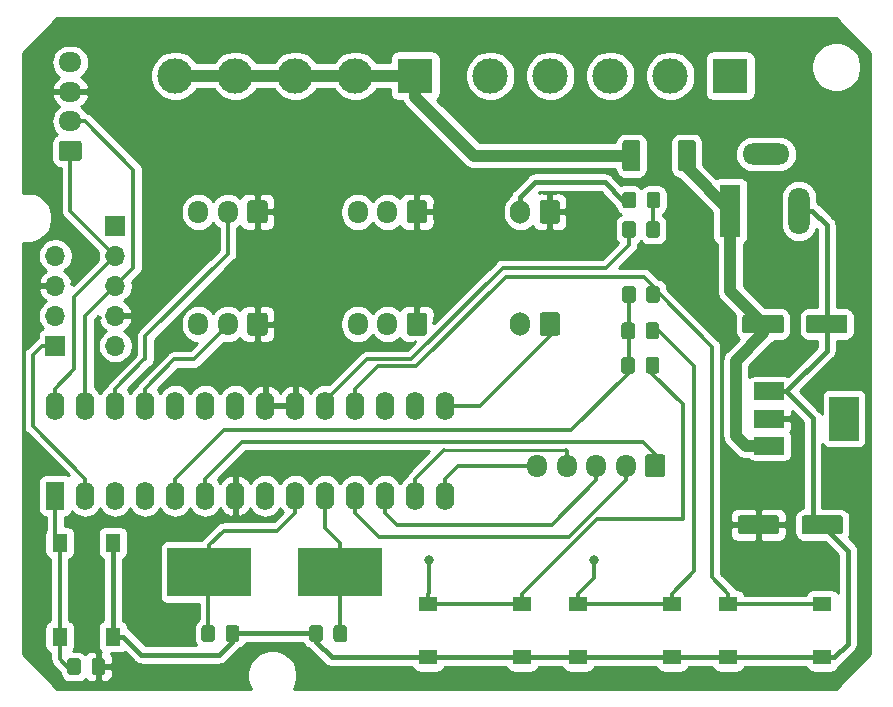
<source format=gbr>
G04 #@! TF.GenerationSoftware,KiCad,Pcbnew,(5.1.5)-2*
G04 #@! TF.CreationDate,2019-12-21T23:21:24+01:00*
G04 #@! TF.ProjectId,garden-water-system,67617264-656e-42d7-9761-7465722d7379,rev?*
G04 #@! TF.SameCoordinates,Original*
G04 #@! TF.FileFunction,Copper,L1,Top*
G04 #@! TF.FilePolarity,Positive*
%FSLAX46Y46*%
G04 Gerber Fmt 4.6, Leading zero omitted, Abs format (unit mm)*
G04 Created by KiCad (PCBNEW (5.1.5)-2) date 2019-12-21 23:21:24*
%MOMM*%
%LPD*%
G04 APERTURE LIST*
%ADD10R,2.500000X1.500000*%
%ADD11R,2.500000X3.800000*%
%ADD12C,0.100000*%
%ADD13R,1.800000X4.400000*%
%ADD14O,1.800000X4.000000*%
%ADD15O,4.000000X1.800000*%
%ADD16O,1.950000X1.700000*%
%ADD17O,1.700000X1.950000*%
%ADD18O,1.700000X2.000000*%
%ADD19R,7.175000X4.100000*%
%ADD20O,1.600000X2.400000*%
%ADD21R,1.600000X2.400000*%
%ADD22R,1.550000X1.300000*%
%ADD23R,1.300000X1.550000*%
%ADD24O,1.700000X1.700000*%
%ADD25R,1.700000X1.700000*%
%ADD26C,3.000000*%
%ADD27R,3.000000X3.000000*%
%ADD28C,0.800000*%
%ADD29C,0.300000*%
%ADD30C,0.400000*%
%ADD31C,1.000000*%
%ADD32C,0.250000*%
%ADD33C,0.254000*%
G04 APERTURE END LIST*
D10*
X179850000Y-57200000D03*
X179850000Y-61800000D03*
X179850000Y-59500000D03*
D11*
X186150000Y-59500000D03*
G04 #@! TA.AperFunction,SMDPad,CuDef*
D12*
G36*
X173374505Y-35926204D02*
G01*
X173398773Y-35929804D01*
X173422572Y-35935765D01*
X173445671Y-35944030D01*
X173467850Y-35954520D01*
X173488893Y-35967132D01*
X173508599Y-35981747D01*
X173526777Y-35998223D01*
X173543253Y-36016401D01*
X173557868Y-36036107D01*
X173570480Y-36057150D01*
X173580970Y-36079329D01*
X173589235Y-36102428D01*
X173595196Y-36126227D01*
X173598796Y-36150495D01*
X173600000Y-36174999D01*
X173600000Y-38325001D01*
X173598796Y-38349505D01*
X173595196Y-38373773D01*
X173589235Y-38397572D01*
X173580970Y-38420671D01*
X173570480Y-38442850D01*
X173557868Y-38463893D01*
X173543253Y-38483599D01*
X173526777Y-38501777D01*
X173508599Y-38518253D01*
X173488893Y-38532868D01*
X173467850Y-38545480D01*
X173445671Y-38555970D01*
X173422572Y-38564235D01*
X173398773Y-38570196D01*
X173374505Y-38573796D01*
X173350001Y-38575000D01*
X172324999Y-38575000D01*
X172300495Y-38573796D01*
X172276227Y-38570196D01*
X172252428Y-38564235D01*
X172229329Y-38555970D01*
X172207150Y-38545480D01*
X172186107Y-38532868D01*
X172166401Y-38518253D01*
X172148223Y-38501777D01*
X172131747Y-38483599D01*
X172117132Y-38463893D01*
X172104520Y-38442850D01*
X172094030Y-38420671D01*
X172085765Y-38397572D01*
X172079804Y-38373773D01*
X172076204Y-38349505D01*
X172075000Y-38325001D01*
X172075000Y-36174999D01*
X172076204Y-36150495D01*
X172079804Y-36126227D01*
X172085765Y-36102428D01*
X172094030Y-36079329D01*
X172104520Y-36057150D01*
X172117132Y-36036107D01*
X172131747Y-36016401D01*
X172148223Y-35998223D01*
X172166401Y-35981747D01*
X172186107Y-35967132D01*
X172207150Y-35954520D01*
X172229329Y-35944030D01*
X172252428Y-35935765D01*
X172276227Y-35929804D01*
X172300495Y-35926204D01*
X172324999Y-35925000D01*
X173350001Y-35925000D01*
X173374505Y-35926204D01*
G37*
G04 #@! TD.AperFunction*
G04 #@! TA.AperFunction,SMDPad,CuDef*
G36*
X168699505Y-35926204D02*
G01*
X168723773Y-35929804D01*
X168747572Y-35935765D01*
X168770671Y-35944030D01*
X168792850Y-35954520D01*
X168813893Y-35967132D01*
X168833599Y-35981747D01*
X168851777Y-35998223D01*
X168868253Y-36016401D01*
X168882868Y-36036107D01*
X168895480Y-36057150D01*
X168905970Y-36079329D01*
X168914235Y-36102428D01*
X168920196Y-36126227D01*
X168923796Y-36150495D01*
X168925000Y-36174999D01*
X168925000Y-38325001D01*
X168923796Y-38349505D01*
X168920196Y-38373773D01*
X168914235Y-38397572D01*
X168905970Y-38420671D01*
X168895480Y-38442850D01*
X168882868Y-38463893D01*
X168868253Y-38483599D01*
X168851777Y-38501777D01*
X168833599Y-38518253D01*
X168813893Y-38532868D01*
X168792850Y-38545480D01*
X168770671Y-38555970D01*
X168747572Y-38564235D01*
X168723773Y-38570196D01*
X168699505Y-38573796D01*
X168675001Y-38575000D01*
X167649999Y-38575000D01*
X167625495Y-38573796D01*
X167601227Y-38570196D01*
X167577428Y-38564235D01*
X167554329Y-38555970D01*
X167532150Y-38545480D01*
X167511107Y-38532868D01*
X167491401Y-38518253D01*
X167473223Y-38501777D01*
X167456747Y-38483599D01*
X167442132Y-38463893D01*
X167429520Y-38442850D01*
X167419030Y-38420671D01*
X167410765Y-38397572D01*
X167404804Y-38373773D01*
X167401204Y-38349505D01*
X167400000Y-38325001D01*
X167400000Y-36174999D01*
X167401204Y-36150495D01*
X167404804Y-36126227D01*
X167410765Y-36102428D01*
X167419030Y-36079329D01*
X167429520Y-36057150D01*
X167442132Y-36036107D01*
X167456747Y-36016401D01*
X167473223Y-35998223D01*
X167491401Y-35981747D01*
X167511107Y-35967132D01*
X167532150Y-35954520D01*
X167554329Y-35944030D01*
X167577428Y-35935765D01*
X167601227Y-35929804D01*
X167625495Y-35926204D01*
X167649999Y-35925000D01*
X168675001Y-35925000D01*
X168699505Y-35926204D01*
G37*
G04 #@! TD.AperFunction*
D13*
X176530000Y-41910000D03*
D14*
X182330000Y-41910000D03*
D15*
X179530000Y-37110000D03*
D16*
X120650000Y-29330000D03*
X120650000Y-31830000D03*
X120650000Y-34330000D03*
G04 #@! TA.AperFunction,ComponentPad*
D12*
G36*
X121399504Y-35981204D02*
G01*
X121423773Y-35984804D01*
X121447571Y-35990765D01*
X121470671Y-35999030D01*
X121492849Y-36009520D01*
X121513893Y-36022133D01*
X121533598Y-36036747D01*
X121551777Y-36053223D01*
X121568253Y-36071402D01*
X121582867Y-36091107D01*
X121595480Y-36112151D01*
X121605970Y-36134329D01*
X121614235Y-36157429D01*
X121620196Y-36181227D01*
X121623796Y-36205496D01*
X121625000Y-36230000D01*
X121625000Y-37430000D01*
X121623796Y-37454504D01*
X121620196Y-37478773D01*
X121614235Y-37502571D01*
X121605970Y-37525671D01*
X121595480Y-37547849D01*
X121582867Y-37568893D01*
X121568253Y-37588598D01*
X121551777Y-37606777D01*
X121533598Y-37623253D01*
X121513893Y-37637867D01*
X121492849Y-37650480D01*
X121470671Y-37660970D01*
X121447571Y-37669235D01*
X121423773Y-37675196D01*
X121399504Y-37678796D01*
X121375000Y-37680000D01*
X119925000Y-37680000D01*
X119900496Y-37678796D01*
X119876227Y-37675196D01*
X119852429Y-37669235D01*
X119829329Y-37660970D01*
X119807151Y-37650480D01*
X119786107Y-37637867D01*
X119766402Y-37623253D01*
X119748223Y-37606777D01*
X119731747Y-37588598D01*
X119717133Y-37568893D01*
X119704520Y-37547849D01*
X119694030Y-37525671D01*
X119685765Y-37502571D01*
X119679804Y-37478773D01*
X119676204Y-37454504D01*
X119675000Y-37430000D01*
X119675000Y-36230000D01*
X119676204Y-36205496D01*
X119679804Y-36181227D01*
X119685765Y-36157429D01*
X119694030Y-36134329D01*
X119704520Y-36112151D01*
X119717133Y-36091107D01*
X119731747Y-36071402D01*
X119748223Y-36053223D01*
X119766402Y-36036747D01*
X119786107Y-36022133D01*
X119807151Y-36009520D01*
X119829329Y-35999030D01*
X119852429Y-35990765D01*
X119876227Y-35984804D01*
X119900496Y-35981204D01*
X119925000Y-35980000D01*
X121375000Y-35980000D01*
X121399504Y-35981204D01*
G37*
G04 #@! TD.AperFunction*
D17*
X160180000Y-63500000D03*
X162680000Y-63500000D03*
X165180000Y-63500000D03*
X167680000Y-63500000D03*
G04 #@! TA.AperFunction,ComponentPad*
D12*
G36*
X170804504Y-62526204D02*
G01*
X170828773Y-62529804D01*
X170852571Y-62535765D01*
X170875671Y-62544030D01*
X170897849Y-62554520D01*
X170918893Y-62567133D01*
X170938598Y-62581747D01*
X170956777Y-62598223D01*
X170973253Y-62616402D01*
X170987867Y-62636107D01*
X171000480Y-62657151D01*
X171010970Y-62679329D01*
X171019235Y-62702429D01*
X171025196Y-62726227D01*
X171028796Y-62750496D01*
X171030000Y-62775000D01*
X171030000Y-64225000D01*
X171028796Y-64249504D01*
X171025196Y-64273773D01*
X171019235Y-64297571D01*
X171010970Y-64320671D01*
X171000480Y-64342849D01*
X170987867Y-64363893D01*
X170973253Y-64383598D01*
X170956777Y-64401777D01*
X170938598Y-64418253D01*
X170918893Y-64432867D01*
X170897849Y-64445480D01*
X170875671Y-64455970D01*
X170852571Y-64464235D01*
X170828773Y-64470196D01*
X170804504Y-64473796D01*
X170780000Y-64475000D01*
X169580000Y-64475000D01*
X169555496Y-64473796D01*
X169531227Y-64470196D01*
X169507429Y-64464235D01*
X169484329Y-64455970D01*
X169462151Y-64445480D01*
X169441107Y-64432867D01*
X169421402Y-64418253D01*
X169403223Y-64401777D01*
X169386747Y-64383598D01*
X169372133Y-64363893D01*
X169359520Y-64342849D01*
X169349030Y-64320671D01*
X169340765Y-64297571D01*
X169334804Y-64273773D01*
X169331204Y-64249504D01*
X169330000Y-64225000D01*
X169330000Y-62775000D01*
X169331204Y-62750496D01*
X169334804Y-62726227D01*
X169340765Y-62702429D01*
X169349030Y-62679329D01*
X169359520Y-62657151D01*
X169372133Y-62636107D01*
X169386747Y-62616402D01*
X169403223Y-62598223D01*
X169421402Y-62581747D01*
X169441107Y-62567133D01*
X169462151Y-62554520D01*
X169484329Y-62544030D01*
X169507429Y-62535765D01*
X169531227Y-62529804D01*
X169555496Y-62526204D01*
X169580000Y-62525000D01*
X170780000Y-62525000D01*
X170804504Y-62526204D01*
G37*
G04 #@! TD.AperFunction*
D18*
X158750000Y-51500000D03*
G04 #@! TA.AperFunction,ComponentPad*
D12*
G36*
X161874504Y-50501204D02*
G01*
X161898773Y-50504804D01*
X161922571Y-50510765D01*
X161945671Y-50519030D01*
X161967849Y-50529520D01*
X161988893Y-50542133D01*
X162008598Y-50556747D01*
X162026777Y-50573223D01*
X162043253Y-50591402D01*
X162057867Y-50611107D01*
X162070480Y-50632151D01*
X162080970Y-50654329D01*
X162089235Y-50677429D01*
X162095196Y-50701227D01*
X162098796Y-50725496D01*
X162100000Y-50750000D01*
X162100000Y-52250000D01*
X162098796Y-52274504D01*
X162095196Y-52298773D01*
X162089235Y-52322571D01*
X162080970Y-52345671D01*
X162070480Y-52367849D01*
X162057867Y-52388893D01*
X162043253Y-52408598D01*
X162026777Y-52426777D01*
X162008598Y-52443253D01*
X161988893Y-52457867D01*
X161967849Y-52470480D01*
X161945671Y-52480970D01*
X161922571Y-52489235D01*
X161898773Y-52495196D01*
X161874504Y-52498796D01*
X161850000Y-52500000D01*
X160650000Y-52500000D01*
X160625496Y-52498796D01*
X160601227Y-52495196D01*
X160577429Y-52489235D01*
X160554329Y-52480970D01*
X160532151Y-52470480D01*
X160511107Y-52457867D01*
X160491402Y-52443253D01*
X160473223Y-52426777D01*
X160456747Y-52408598D01*
X160442133Y-52388893D01*
X160429520Y-52367849D01*
X160419030Y-52345671D01*
X160410765Y-52322571D01*
X160404804Y-52298773D01*
X160401204Y-52274504D01*
X160400000Y-52250000D01*
X160400000Y-50750000D01*
X160401204Y-50725496D01*
X160404804Y-50701227D01*
X160410765Y-50677429D01*
X160419030Y-50654329D01*
X160429520Y-50632151D01*
X160442133Y-50611107D01*
X160456747Y-50591402D01*
X160473223Y-50573223D01*
X160491402Y-50556747D01*
X160511107Y-50542133D01*
X160532151Y-50529520D01*
X160554329Y-50519030D01*
X160577429Y-50510765D01*
X160601227Y-50504804D01*
X160625496Y-50501204D01*
X160650000Y-50500000D01*
X161850000Y-50500000D01*
X161874504Y-50501204D01*
G37*
G04 #@! TD.AperFunction*
D18*
X158750000Y-42000000D03*
G04 #@! TA.AperFunction,ComponentPad*
D12*
G36*
X161874504Y-41001204D02*
G01*
X161898773Y-41004804D01*
X161922571Y-41010765D01*
X161945671Y-41019030D01*
X161967849Y-41029520D01*
X161988893Y-41042133D01*
X162008598Y-41056747D01*
X162026777Y-41073223D01*
X162043253Y-41091402D01*
X162057867Y-41111107D01*
X162070480Y-41132151D01*
X162080970Y-41154329D01*
X162089235Y-41177429D01*
X162095196Y-41201227D01*
X162098796Y-41225496D01*
X162100000Y-41250000D01*
X162100000Y-42750000D01*
X162098796Y-42774504D01*
X162095196Y-42798773D01*
X162089235Y-42822571D01*
X162080970Y-42845671D01*
X162070480Y-42867849D01*
X162057867Y-42888893D01*
X162043253Y-42908598D01*
X162026777Y-42926777D01*
X162008598Y-42943253D01*
X161988893Y-42957867D01*
X161967849Y-42970480D01*
X161945671Y-42980970D01*
X161922571Y-42989235D01*
X161898773Y-42995196D01*
X161874504Y-42998796D01*
X161850000Y-43000000D01*
X160650000Y-43000000D01*
X160625496Y-42998796D01*
X160601227Y-42995196D01*
X160577429Y-42989235D01*
X160554329Y-42980970D01*
X160532151Y-42970480D01*
X160511107Y-42957867D01*
X160491402Y-42943253D01*
X160473223Y-42926777D01*
X160456747Y-42908598D01*
X160442133Y-42888893D01*
X160429520Y-42867849D01*
X160419030Y-42845671D01*
X160410765Y-42822571D01*
X160404804Y-42798773D01*
X160401204Y-42774504D01*
X160400000Y-42750000D01*
X160400000Y-41250000D01*
X160401204Y-41225496D01*
X160404804Y-41201227D01*
X160410765Y-41177429D01*
X160419030Y-41154329D01*
X160429520Y-41132151D01*
X160442133Y-41111107D01*
X160456747Y-41091402D01*
X160473223Y-41073223D01*
X160491402Y-41056747D01*
X160511107Y-41042133D01*
X160532151Y-41029520D01*
X160554329Y-41019030D01*
X160577429Y-41010765D01*
X160601227Y-41004804D01*
X160625496Y-41001204D01*
X160650000Y-41000000D01*
X161850000Y-41000000D01*
X161874504Y-41001204D01*
G37*
G04 #@! TD.AperFunction*
D19*
X143510000Y-72500000D03*
X132435000Y-72500000D03*
D20*
X119380000Y-58420000D03*
X152400000Y-66040000D03*
X121920000Y-58420000D03*
X149860000Y-66040000D03*
X124460000Y-58420000D03*
X147320000Y-66040000D03*
X127000000Y-58420000D03*
X144780000Y-66040000D03*
X129540000Y-58420000D03*
X142240000Y-66040000D03*
X132080000Y-58420000D03*
X139700000Y-66040000D03*
X134620000Y-58420000D03*
X137160000Y-66040000D03*
X137160000Y-58420000D03*
X134620000Y-66040000D03*
X139700000Y-58420000D03*
X132080000Y-66040000D03*
X142240000Y-58420000D03*
X129540000Y-66040000D03*
X144780000Y-58420000D03*
X127000000Y-66040000D03*
X147320000Y-58420000D03*
X124460000Y-66040000D03*
X149860000Y-58420000D03*
X121920000Y-66040000D03*
X152400000Y-58420000D03*
D21*
X119380000Y-66040000D03*
D22*
X176365000Y-79720000D03*
X176365000Y-75220000D03*
X184315000Y-75220000D03*
X184315000Y-79720000D03*
X163665000Y-79720000D03*
X163665000Y-75220000D03*
X171615000Y-75220000D03*
X171615000Y-79720000D03*
X150965000Y-79720000D03*
X150965000Y-75220000D03*
X158915000Y-75220000D03*
X158915000Y-79720000D03*
D23*
X124250000Y-70025000D03*
X119750000Y-70025000D03*
X119750000Y-77975000D03*
X124250000Y-77975000D03*
G04 #@! TA.AperFunction,SMDPad,CuDef*
D12*
G36*
X170374505Y-40301204D02*
G01*
X170398773Y-40304804D01*
X170422572Y-40310765D01*
X170445671Y-40319030D01*
X170467850Y-40329520D01*
X170488893Y-40342132D01*
X170508599Y-40356747D01*
X170526777Y-40373223D01*
X170543253Y-40391401D01*
X170557868Y-40411107D01*
X170570480Y-40432150D01*
X170580970Y-40454329D01*
X170589235Y-40477428D01*
X170595196Y-40501227D01*
X170598796Y-40525495D01*
X170600000Y-40549999D01*
X170600000Y-41450001D01*
X170598796Y-41474505D01*
X170595196Y-41498773D01*
X170589235Y-41522572D01*
X170580970Y-41545671D01*
X170570480Y-41567850D01*
X170557868Y-41588893D01*
X170543253Y-41608599D01*
X170526777Y-41626777D01*
X170508599Y-41643253D01*
X170488893Y-41657868D01*
X170467850Y-41670480D01*
X170445671Y-41680970D01*
X170422572Y-41689235D01*
X170398773Y-41695196D01*
X170374505Y-41698796D01*
X170350001Y-41700000D01*
X169699999Y-41700000D01*
X169675495Y-41698796D01*
X169651227Y-41695196D01*
X169627428Y-41689235D01*
X169604329Y-41680970D01*
X169582150Y-41670480D01*
X169561107Y-41657868D01*
X169541401Y-41643253D01*
X169523223Y-41626777D01*
X169506747Y-41608599D01*
X169492132Y-41588893D01*
X169479520Y-41567850D01*
X169469030Y-41545671D01*
X169460765Y-41522572D01*
X169454804Y-41498773D01*
X169451204Y-41474505D01*
X169450000Y-41450001D01*
X169450000Y-40549999D01*
X169451204Y-40525495D01*
X169454804Y-40501227D01*
X169460765Y-40477428D01*
X169469030Y-40454329D01*
X169479520Y-40432150D01*
X169492132Y-40411107D01*
X169506747Y-40391401D01*
X169523223Y-40373223D01*
X169541401Y-40356747D01*
X169561107Y-40342132D01*
X169582150Y-40329520D01*
X169604329Y-40319030D01*
X169627428Y-40310765D01*
X169651227Y-40304804D01*
X169675495Y-40301204D01*
X169699999Y-40300000D01*
X170350001Y-40300000D01*
X170374505Y-40301204D01*
G37*
G04 #@! TD.AperFunction*
G04 #@! TA.AperFunction,SMDPad,CuDef*
G36*
X168324505Y-40301204D02*
G01*
X168348773Y-40304804D01*
X168372572Y-40310765D01*
X168395671Y-40319030D01*
X168417850Y-40329520D01*
X168438893Y-40342132D01*
X168458599Y-40356747D01*
X168476777Y-40373223D01*
X168493253Y-40391401D01*
X168507868Y-40411107D01*
X168520480Y-40432150D01*
X168530970Y-40454329D01*
X168539235Y-40477428D01*
X168545196Y-40501227D01*
X168548796Y-40525495D01*
X168550000Y-40549999D01*
X168550000Y-41450001D01*
X168548796Y-41474505D01*
X168545196Y-41498773D01*
X168539235Y-41522572D01*
X168530970Y-41545671D01*
X168520480Y-41567850D01*
X168507868Y-41588893D01*
X168493253Y-41608599D01*
X168476777Y-41626777D01*
X168458599Y-41643253D01*
X168438893Y-41657868D01*
X168417850Y-41670480D01*
X168395671Y-41680970D01*
X168372572Y-41689235D01*
X168348773Y-41695196D01*
X168324505Y-41698796D01*
X168300001Y-41700000D01*
X167649999Y-41700000D01*
X167625495Y-41698796D01*
X167601227Y-41695196D01*
X167577428Y-41689235D01*
X167554329Y-41680970D01*
X167532150Y-41670480D01*
X167511107Y-41657868D01*
X167491401Y-41643253D01*
X167473223Y-41626777D01*
X167456747Y-41608599D01*
X167442132Y-41588893D01*
X167429520Y-41567850D01*
X167419030Y-41545671D01*
X167410765Y-41522572D01*
X167404804Y-41498773D01*
X167401204Y-41474505D01*
X167400000Y-41450001D01*
X167400000Y-40549999D01*
X167401204Y-40525495D01*
X167404804Y-40501227D01*
X167410765Y-40477428D01*
X167419030Y-40454329D01*
X167429520Y-40432150D01*
X167442132Y-40411107D01*
X167456747Y-40391401D01*
X167473223Y-40373223D01*
X167491401Y-40356747D01*
X167511107Y-40342132D01*
X167532150Y-40329520D01*
X167554329Y-40319030D01*
X167577428Y-40310765D01*
X167601227Y-40304804D01*
X167625495Y-40301204D01*
X167649999Y-40300000D01*
X168300001Y-40300000D01*
X168324505Y-40301204D01*
G37*
G04 #@! TD.AperFunction*
G04 #@! TA.AperFunction,SMDPad,CuDef*
G36*
X121324505Y-79801204D02*
G01*
X121348773Y-79804804D01*
X121372572Y-79810765D01*
X121395671Y-79819030D01*
X121417850Y-79829520D01*
X121438893Y-79842132D01*
X121458599Y-79856747D01*
X121476777Y-79873223D01*
X121493253Y-79891401D01*
X121507868Y-79911107D01*
X121520480Y-79932150D01*
X121530970Y-79954329D01*
X121539235Y-79977428D01*
X121545196Y-80001227D01*
X121548796Y-80025495D01*
X121550000Y-80049999D01*
X121550000Y-80950001D01*
X121548796Y-80974505D01*
X121545196Y-80998773D01*
X121539235Y-81022572D01*
X121530970Y-81045671D01*
X121520480Y-81067850D01*
X121507868Y-81088893D01*
X121493253Y-81108599D01*
X121476777Y-81126777D01*
X121458599Y-81143253D01*
X121438893Y-81157868D01*
X121417850Y-81170480D01*
X121395671Y-81180970D01*
X121372572Y-81189235D01*
X121348773Y-81195196D01*
X121324505Y-81198796D01*
X121300001Y-81200000D01*
X120649999Y-81200000D01*
X120625495Y-81198796D01*
X120601227Y-81195196D01*
X120577428Y-81189235D01*
X120554329Y-81180970D01*
X120532150Y-81170480D01*
X120511107Y-81157868D01*
X120491401Y-81143253D01*
X120473223Y-81126777D01*
X120456747Y-81108599D01*
X120442132Y-81088893D01*
X120429520Y-81067850D01*
X120419030Y-81045671D01*
X120410765Y-81022572D01*
X120404804Y-80998773D01*
X120401204Y-80974505D01*
X120400000Y-80950001D01*
X120400000Y-80049999D01*
X120401204Y-80025495D01*
X120404804Y-80001227D01*
X120410765Y-79977428D01*
X120419030Y-79954329D01*
X120429520Y-79932150D01*
X120442132Y-79911107D01*
X120456747Y-79891401D01*
X120473223Y-79873223D01*
X120491401Y-79856747D01*
X120511107Y-79842132D01*
X120532150Y-79829520D01*
X120554329Y-79819030D01*
X120577428Y-79810765D01*
X120601227Y-79804804D01*
X120625495Y-79801204D01*
X120649999Y-79800000D01*
X121300001Y-79800000D01*
X121324505Y-79801204D01*
G37*
G04 #@! TD.AperFunction*
G04 #@! TA.AperFunction,SMDPad,CuDef*
G36*
X123374505Y-79801204D02*
G01*
X123398773Y-79804804D01*
X123422572Y-79810765D01*
X123445671Y-79819030D01*
X123467850Y-79829520D01*
X123488893Y-79842132D01*
X123508599Y-79856747D01*
X123526777Y-79873223D01*
X123543253Y-79891401D01*
X123557868Y-79911107D01*
X123570480Y-79932150D01*
X123580970Y-79954329D01*
X123589235Y-79977428D01*
X123595196Y-80001227D01*
X123598796Y-80025495D01*
X123600000Y-80049999D01*
X123600000Y-80950001D01*
X123598796Y-80974505D01*
X123595196Y-80998773D01*
X123589235Y-81022572D01*
X123580970Y-81045671D01*
X123570480Y-81067850D01*
X123557868Y-81088893D01*
X123543253Y-81108599D01*
X123526777Y-81126777D01*
X123508599Y-81143253D01*
X123488893Y-81157868D01*
X123467850Y-81170480D01*
X123445671Y-81180970D01*
X123422572Y-81189235D01*
X123398773Y-81195196D01*
X123374505Y-81198796D01*
X123350001Y-81200000D01*
X122699999Y-81200000D01*
X122675495Y-81198796D01*
X122651227Y-81195196D01*
X122627428Y-81189235D01*
X122604329Y-81180970D01*
X122582150Y-81170480D01*
X122561107Y-81157868D01*
X122541401Y-81143253D01*
X122523223Y-81126777D01*
X122506747Y-81108599D01*
X122492132Y-81088893D01*
X122479520Y-81067850D01*
X122469030Y-81045671D01*
X122460765Y-81022572D01*
X122454804Y-80998773D01*
X122451204Y-80974505D01*
X122450000Y-80950001D01*
X122450000Y-80049999D01*
X122451204Y-80025495D01*
X122454804Y-80001227D01*
X122460765Y-79977428D01*
X122469030Y-79954329D01*
X122479520Y-79932150D01*
X122492132Y-79911107D01*
X122506747Y-79891401D01*
X122523223Y-79873223D01*
X122541401Y-79856747D01*
X122561107Y-79842132D01*
X122582150Y-79829520D01*
X122604329Y-79819030D01*
X122627428Y-79810765D01*
X122651227Y-79804804D01*
X122675495Y-79801204D01*
X122699999Y-79800000D01*
X123350001Y-79800000D01*
X123374505Y-79801204D01*
G37*
G04 #@! TD.AperFunction*
D24*
X124460000Y-53340000D03*
X124460000Y-50800000D03*
X124460000Y-48260000D03*
X124460000Y-45720000D03*
D25*
X124460000Y-43180000D03*
D24*
X119380000Y-45720000D03*
X119380000Y-48260000D03*
X119380000Y-50800000D03*
D25*
X119380000Y-53340000D03*
D26*
X129540000Y-30480000D03*
X134620000Y-30480000D03*
D27*
X149860000Y-30480000D03*
D26*
X139700000Y-30480000D03*
X144780000Y-30480000D03*
X171450000Y-30480000D03*
X166370000Y-30480000D03*
D27*
X176530000Y-30480000D03*
D26*
X161290000Y-30480000D03*
X156210000Y-30480000D03*
D17*
X131500000Y-42000000D03*
X134000000Y-42000000D03*
G04 #@! TA.AperFunction,ComponentPad*
D12*
G36*
X137124504Y-41026204D02*
G01*
X137148773Y-41029804D01*
X137172571Y-41035765D01*
X137195671Y-41044030D01*
X137217849Y-41054520D01*
X137238893Y-41067133D01*
X137258598Y-41081747D01*
X137276777Y-41098223D01*
X137293253Y-41116402D01*
X137307867Y-41136107D01*
X137320480Y-41157151D01*
X137330970Y-41179329D01*
X137339235Y-41202429D01*
X137345196Y-41226227D01*
X137348796Y-41250496D01*
X137350000Y-41275000D01*
X137350000Y-42725000D01*
X137348796Y-42749504D01*
X137345196Y-42773773D01*
X137339235Y-42797571D01*
X137330970Y-42820671D01*
X137320480Y-42842849D01*
X137307867Y-42863893D01*
X137293253Y-42883598D01*
X137276777Y-42901777D01*
X137258598Y-42918253D01*
X137238893Y-42932867D01*
X137217849Y-42945480D01*
X137195671Y-42955970D01*
X137172571Y-42964235D01*
X137148773Y-42970196D01*
X137124504Y-42973796D01*
X137100000Y-42975000D01*
X135900000Y-42975000D01*
X135875496Y-42973796D01*
X135851227Y-42970196D01*
X135827429Y-42964235D01*
X135804329Y-42955970D01*
X135782151Y-42945480D01*
X135761107Y-42932867D01*
X135741402Y-42918253D01*
X135723223Y-42901777D01*
X135706747Y-42883598D01*
X135692133Y-42863893D01*
X135679520Y-42842849D01*
X135669030Y-42820671D01*
X135660765Y-42797571D01*
X135654804Y-42773773D01*
X135651204Y-42749504D01*
X135650000Y-42725000D01*
X135650000Y-41275000D01*
X135651204Y-41250496D01*
X135654804Y-41226227D01*
X135660765Y-41202429D01*
X135669030Y-41179329D01*
X135679520Y-41157151D01*
X135692133Y-41136107D01*
X135706747Y-41116402D01*
X135723223Y-41098223D01*
X135741402Y-41081747D01*
X135761107Y-41067133D01*
X135782151Y-41054520D01*
X135804329Y-41044030D01*
X135827429Y-41035765D01*
X135851227Y-41029804D01*
X135875496Y-41026204D01*
X135900000Y-41025000D01*
X137100000Y-41025000D01*
X137124504Y-41026204D01*
G37*
G04 #@! TD.AperFunction*
D17*
X131500000Y-51500000D03*
X134000000Y-51500000D03*
G04 #@! TA.AperFunction,ComponentPad*
D12*
G36*
X137124504Y-50526204D02*
G01*
X137148773Y-50529804D01*
X137172571Y-50535765D01*
X137195671Y-50544030D01*
X137217849Y-50554520D01*
X137238893Y-50567133D01*
X137258598Y-50581747D01*
X137276777Y-50598223D01*
X137293253Y-50616402D01*
X137307867Y-50636107D01*
X137320480Y-50657151D01*
X137330970Y-50679329D01*
X137339235Y-50702429D01*
X137345196Y-50726227D01*
X137348796Y-50750496D01*
X137350000Y-50775000D01*
X137350000Y-52225000D01*
X137348796Y-52249504D01*
X137345196Y-52273773D01*
X137339235Y-52297571D01*
X137330970Y-52320671D01*
X137320480Y-52342849D01*
X137307867Y-52363893D01*
X137293253Y-52383598D01*
X137276777Y-52401777D01*
X137258598Y-52418253D01*
X137238893Y-52432867D01*
X137217849Y-52445480D01*
X137195671Y-52455970D01*
X137172571Y-52464235D01*
X137148773Y-52470196D01*
X137124504Y-52473796D01*
X137100000Y-52475000D01*
X135900000Y-52475000D01*
X135875496Y-52473796D01*
X135851227Y-52470196D01*
X135827429Y-52464235D01*
X135804329Y-52455970D01*
X135782151Y-52445480D01*
X135761107Y-52432867D01*
X135741402Y-52418253D01*
X135723223Y-52401777D01*
X135706747Y-52383598D01*
X135692133Y-52363893D01*
X135679520Y-52342849D01*
X135669030Y-52320671D01*
X135660765Y-52297571D01*
X135654804Y-52273773D01*
X135651204Y-52249504D01*
X135650000Y-52225000D01*
X135650000Y-50775000D01*
X135651204Y-50750496D01*
X135654804Y-50726227D01*
X135660765Y-50702429D01*
X135669030Y-50679329D01*
X135679520Y-50657151D01*
X135692133Y-50636107D01*
X135706747Y-50616402D01*
X135723223Y-50598223D01*
X135741402Y-50581747D01*
X135761107Y-50567133D01*
X135782151Y-50554520D01*
X135804329Y-50544030D01*
X135827429Y-50535765D01*
X135851227Y-50529804D01*
X135875496Y-50526204D01*
X135900000Y-50525000D01*
X137100000Y-50525000D01*
X137124504Y-50526204D01*
G37*
G04 #@! TD.AperFunction*
D17*
X145000000Y-42000000D03*
X147500000Y-42000000D03*
G04 #@! TA.AperFunction,ComponentPad*
D12*
G36*
X150624504Y-41026204D02*
G01*
X150648773Y-41029804D01*
X150672571Y-41035765D01*
X150695671Y-41044030D01*
X150717849Y-41054520D01*
X150738893Y-41067133D01*
X150758598Y-41081747D01*
X150776777Y-41098223D01*
X150793253Y-41116402D01*
X150807867Y-41136107D01*
X150820480Y-41157151D01*
X150830970Y-41179329D01*
X150839235Y-41202429D01*
X150845196Y-41226227D01*
X150848796Y-41250496D01*
X150850000Y-41275000D01*
X150850000Y-42725000D01*
X150848796Y-42749504D01*
X150845196Y-42773773D01*
X150839235Y-42797571D01*
X150830970Y-42820671D01*
X150820480Y-42842849D01*
X150807867Y-42863893D01*
X150793253Y-42883598D01*
X150776777Y-42901777D01*
X150758598Y-42918253D01*
X150738893Y-42932867D01*
X150717849Y-42945480D01*
X150695671Y-42955970D01*
X150672571Y-42964235D01*
X150648773Y-42970196D01*
X150624504Y-42973796D01*
X150600000Y-42975000D01*
X149400000Y-42975000D01*
X149375496Y-42973796D01*
X149351227Y-42970196D01*
X149327429Y-42964235D01*
X149304329Y-42955970D01*
X149282151Y-42945480D01*
X149261107Y-42932867D01*
X149241402Y-42918253D01*
X149223223Y-42901777D01*
X149206747Y-42883598D01*
X149192133Y-42863893D01*
X149179520Y-42842849D01*
X149169030Y-42820671D01*
X149160765Y-42797571D01*
X149154804Y-42773773D01*
X149151204Y-42749504D01*
X149150000Y-42725000D01*
X149150000Y-41275000D01*
X149151204Y-41250496D01*
X149154804Y-41226227D01*
X149160765Y-41202429D01*
X149169030Y-41179329D01*
X149179520Y-41157151D01*
X149192133Y-41136107D01*
X149206747Y-41116402D01*
X149223223Y-41098223D01*
X149241402Y-41081747D01*
X149261107Y-41067133D01*
X149282151Y-41054520D01*
X149304329Y-41044030D01*
X149327429Y-41035765D01*
X149351227Y-41029804D01*
X149375496Y-41026204D01*
X149400000Y-41025000D01*
X150600000Y-41025000D01*
X150624504Y-41026204D01*
G37*
G04 #@! TD.AperFunction*
D17*
X145000000Y-51500000D03*
X147500000Y-51500000D03*
G04 #@! TA.AperFunction,ComponentPad*
D12*
G36*
X150624504Y-50526204D02*
G01*
X150648773Y-50529804D01*
X150672571Y-50535765D01*
X150695671Y-50544030D01*
X150717849Y-50554520D01*
X150738893Y-50567133D01*
X150758598Y-50581747D01*
X150776777Y-50598223D01*
X150793253Y-50616402D01*
X150807867Y-50636107D01*
X150820480Y-50657151D01*
X150830970Y-50679329D01*
X150839235Y-50702429D01*
X150845196Y-50726227D01*
X150848796Y-50750496D01*
X150850000Y-50775000D01*
X150850000Y-52225000D01*
X150848796Y-52249504D01*
X150845196Y-52273773D01*
X150839235Y-52297571D01*
X150830970Y-52320671D01*
X150820480Y-52342849D01*
X150807867Y-52363893D01*
X150793253Y-52383598D01*
X150776777Y-52401777D01*
X150758598Y-52418253D01*
X150738893Y-52432867D01*
X150717849Y-52445480D01*
X150695671Y-52455970D01*
X150672571Y-52464235D01*
X150648773Y-52470196D01*
X150624504Y-52473796D01*
X150600000Y-52475000D01*
X149400000Y-52475000D01*
X149375496Y-52473796D01*
X149351227Y-52470196D01*
X149327429Y-52464235D01*
X149304329Y-52455970D01*
X149282151Y-52445480D01*
X149261107Y-52432867D01*
X149241402Y-52418253D01*
X149223223Y-52401777D01*
X149206747Y-52383598D01*
X149192133Y-52363893D01*
X149179520Y-52342849D01*
X149169030Y-52320671D01*
X149160765Y-52297571D01*
X149154804Y-52273773D01*
X149151204Y-52249504D01*
X149150000Y-52225000D01*
X149150000Y-50775000D01*
X149151204Y-50750496D01*
X149154804Y-50726227D01*
X149160765Y-50702429D01*
X149169030Y-50679329D01*
X149179520Y-50657151D01*
X149192133Y-50636107D01*
X149206747Y-50616402D01*
X149223223Y-50598223D01*
X149241402Y-50581747D01*
X149261107Y-50567133D01*
X149282151Y-50554520D01*
X149304329Y-50544030D01*
X149327429Y-50535765D01*
X149351227Y-50529804D01*
X149375496Y-50526204D01*
X149400000Y-50525000D01*
X150600000Y-50525000D01*
X150624504Y-50526204D01*
G37*
G04 #@! TD.AperFunction*
G04 #@! TA.AperFunction,SMDPad,CuDef*
G36*
X168299505Y-42801204D02*
G01*
X168323773Y-42804804D01*
X168347572Y-42810765D01*
X168370671Y-42819030D01*
X168392850Y-42829520D01*
X168413893Y-42842132D01*
X168433599Y-42856747D01*
X168451777Y-42873223D01*
X168468253Y-42891401D01*
X168482868Y-42911107D01*
X168495480Y-42932150D01*
X168505970Y-42954329D01*
X168514235Y-42977428D01*
X168520196Y-43001227D01*
X168523796Y-43025495D01*
X168525000Y-43049999D01*
X168525000Y-43950001D01*
X168523796Y-43974505D01*
X168520196Y-43998773D01*
X168514235Y-44022572D01*
X168505970Y-44045671D01*
X168495480Y-44067850D01*
X168482868Y-44088893D01*
X168468253Y-44108599D01*
X168451777Y-44126777D01*
X168433599Y-44143253D01*
X168413893Y-44157868D01*
X168392850Y-44170480D01*
X168370671Y-44180970D01*
X168347572Y-44189235D01*
X168323773Y-44195196D01*
X168299505Y-44198796D01*
X168275001Y-44200000D01*
X167624999Y-44200000D01*
X167600495Y-44198796D01*
X167576227Y-44195196D01*
X167552428Y-44189235D01*
X167529329Y-44180970D01*
X167507150Y-44170480D01*
X167486107Y-44157868D01*
X167466401Y-44143253D01*
X167448223Y-44126777D01*
X167431747Y-44108599D01*
X167417132Y-44088893D01*
X167404520Y-44067850D01*
X167394030Y-44045671D01*
X167385765Y-44022572D01*
X167379804Y-43998773D01*
X167376204Y-43974505D01*
X167375000Y-43950001D01*
X167375000Y-43049999D01*
X167376204Y-43025495D01*
X167379804Y-43001227D01*
X167385765Y-42977428D01*
X167394030Y-42954329D01*
X167404520Y-42932150D01*
X167417132Y-42911107D01*
X167431747Y-42891401D01*
X167448223Y-42873223D01*
X167466401Y-42856747D01*
X167486107Y-42842132D01*
X167507150Y-42829520D01*
X167529329Y-42819030D01*
X167552428Y-42810765D01*
X167576227Y-42804804D01*
X167600495Y-42801204D01*
X167624999Y-42800000D01*
X168275001Y-42800000D01*
X168299505Y-42801204D01*
G37*
G04 #@! TD.AperFunction*
G04 #@! TA.AperFunction,SMDPad,CuDef*
G36*
X170349505Y-42801204D02*
G01*
X170373773Y-42804804D01*
X170397572Y-42810765D01*
X170420671Y-42819030D01*
X170442850Y-42829520D01*
X170463893Y-42842132D01*
X170483599Y-42856747D01*
X170501777Y-42873223D01*
X170518253Y-42891401D01*
X170532868Y-42911107D01*
X170545480Y-42932150D01*
X170555970Y-42954329D01*
X170564235Y-42977428D01*
X170570196Y-43001227D01*
X170573796Y-43025495D01*
X170575000Y-43049999D01*
X170575000Y-43950001D01*
X170573796Y-43974505D01*
X170570196Y-43998773D01*
X170564235Y-44022572D01*
X170555970Y-44045671D01*
X170545480Y-44067850D01*
X170532868Y-44088893D01*
X170518253Y-44108599D01*
X170501777Y-44126777D01*
X170483599Y-44143253D01*
X170463893Y-44157868D01*
X170442850Y-44170480D01*
X170420671Y-44180970D01*
X170397572Y-44189235D01*
X170373773Y-44195196D01*
X170349505Y-44198796D01*
X170325001Y-44200000D01*
X169674999Y-44200000D01*
X169650495Y-44198796D01*
X169626227Y-44195196D01*
X169602428Y-44189235D01*
X169579329Y-44180970D01*
X169557150Y-44170480D01*
X169536107Y-44157868D01*
X169516401Y-44143253D01*
X169498223Y-44126777D01*
X169481747Y-44108599D01*
X169467132Y-44088893D01*
X169454520Y-44067850D01*
X169444030Y-44045671D01*
X169435765Y-44022572D01*
X169429804Y-43998773D01*
X169426204Y-43974505D01*
X169425000Y-43950001D01*
X169425000Y-43049999D01*
X169426204Y-43025495D01*
X169429804Y-43001227D01*
X169435765Y-42977428D01*
X169444030Y-42954329D01*
X169454520Y-42932150D01*
X169467132Y-42911107D01*
X169481747Y-42891401D01*
X169498223Y-42873223D01*
X169516401Y-42856747D01*
X169536107Y-42842132D01*
X169557150Y-42829520D01*
X169579329Y-42819030D01*
X169602428Y-42810765D01*
X169626227Y-42804804D01*
X169650495Y-42801204D01*
X169674999Y-42800000D01*
X170325001Y-42800000D01*
X170349505Y-42801204D01*
G37*
G04 #@! TD.AperFunction*
G04 #@! TA.AperFunction,SMDPad,CuDef*
G36*
X170349505Y-48301204D02*
G01*
X170373773Y-48304804D01*
X170397572Y-48310765D01*
X170420671Y-48319030D01*
X170442850Y-48329520D01*
X170463893Y-48342132D01*
X170483599Y-48356747D01*
X170501777Y-48373223D01*
X170518253Y-48391401D01*
X170532868Y-48411107D01*
X170545480Y-48432150D01*
X170555970Y-48454329D01*
X170564235Y-48477428D01*
X170570196Y-48501227D01*
X170573796Y-48525495D01*
X170575000Y-48549999D01*
X170575000Y-49450001D01*
X170573796Y-49474505D01*
X170570196Y-49498773D01*
X170564235Y-49522572D01*
X170555970Y-49545671D01*
X170545480Y-49567850D01*
X170532868Y-49588893D01*
X170518253Y-49608599D01*
X170501777Y-49626777D01*
X170483599Y-49643253D01*
X170463893Y-49657868D01*
X170442850Y-49670480D01*
X170420671Y-49680970D01*
X170397572Y-49689235D01*
X170373773Y-49695196D01*
X170349505Y-49698796D01*
X170325001Y-49700000D01*
X169674999Y-49700000D01*
X169650495Y-49698796D01*
X169626227Y-49695196D01*
X169602428Y-49689235D01*
X169579329Y-49680970D01*
X169557150Y-49670480D01*
X169536107Y-49657868D01*
X169516401Y-49643253D01*
X169498223Y-49626777D01*
X169481747Y-49608599D01*
X169467132Y-49588893D01*
X169454520Y-49567850D01*
X169444030Y-49545671D01*
X169435765Y-49522572D01*
X169429804Y-49498773D01*
X169426204Y-49474505D01*
X169425000Y-49450001D01*
X169425000Y-48549999D01*
X169426204Y-48525495D01*
X169429804Y-48501227D01*
X169435765Y-48477428D01*
X169444030Y-48454329D01*
X169454520Y-48432150D01*
X169467132Y-48411107D01*
X169481747Y-48391401D01*
X169498223Y-48373223D01*
X169516401Y-48356747D01*
X169536107Y-48342132D01*
X169557150Y-48329520D01*
X169579329Y-48319030D01*
X169602428Y-48310765D01*
X169626227Y-48304804D01*
X169650495Y-48301204D01*
X169674999Y-48300000D01*
X170325001Y-48300000D01*
X170349505Y-48301204D01*
G37*
G04 #@! TD.AperFunction*
G04 #@! TA.AperFunction,SMDPad,CuDef*
G36*
X168299505Y-48301204D02*
G01*
X168323773Y-48304804D01*
X168347572Y-48310765D01*
X168370671Y-48319030D01*
X168392850Y-48329520D01*
X168413893Y-48342132D01*
X168433599Y-48356747D01*
X168451777Y-48373223D01*
X168468253Y-48391401D01*
X168482868Y-48411107D01*
X168495480Y-48432150D01*
X168505970Y-48454329D01*
X168514235Y-48477428D01*
X168520196Y-48501227D01*
X168523796Y-48525495D01*
X168525000Y-48549999D01*
X168525000Y-49450001D01*
X168523796Y-49474505D01*
X168520196Y-49498773D01*
X168514235Y-49522572D01*
X168505970Y-49545671D01*
X168495480Y-49567850D01*
X168482868Y-49588893D01*
X168468253Y-49608599D01*
X168451777Y-49626777D01*
X168433599Y-49643253D01*
X168413893Y-49657868D01*
X168392850Y-49670480D01*
X168370671Y-49680970D01*
X168347572Y-49689235D01*
X168323773Y-49695196D01*
X168299505Y-49698796D01*
X168275001Y-49700000D01*
X167624999Y-49700000D01*
X167600495Y-49698796D01*
X167576227Y-49695196D01*
X167552428Y-49689235D01*
X167529329Y-49680970D01*
X167507150Y-49670480D01*
X167486107Y-49657868D01*
X167466401Y-49643253D01*
X167448223Y-49626777D01*
X167431747Y-49608599D01*
X167417132Y-49588893D01*
X167404520Y-49567850D01*
X167394030Y-49545671D01*
X167385765Y-49522572D01*
X167379804Y-49498773D01*
X167376204Y-49474505D01*
X167375000Y-49450001D01*
X167375000Y-48549999D01*
X167376204Y-48525495D01*
X167379804Y-48501227D01*
X167385765Y-48477428D01*
X167394030Y-48454329D01*
X167404520Y-48432150D01*
X167417132Y-48411107D01*
X167431747Y-48391401D01*
X167448223Y-48373223D01*
X167466401Y-48356747D01*
X167486107Y-48342132D01*
X167507150Y-48329520D01*
X167529329Y-48319030D01*
X167552428Y-48310765D01*
X167576227Y-48304804D01*
X167600495Y-48301204D01*
X167624999Y-48300000D01*
X168275001Y-48300000D01*
X168299505Y-48301204D01*
G37*
G04 #@! TD.AperFunction*
G04 #@! TA.AperFunction,SMDPad,CuDef*
G36*
X168234505Y-51371204D02*
G01*
X168258773Y-51374804D01*
X168282572Y-51380765D01*
X168305671Y-51389030D01*
X168327850Y-51399520D01*
X168348893Y-51412132D01*
X168368599Y-51426747D01*
X168386777Y-51443223D01*
X168403253Y-51461401D01*
X168417868Y-51481107D01*
X168430480Y-51502150D01*
X168440970Y-51524329D01*
X168449235Y-51547428D01*
X168455196Y-51571227D01*
X168458796Y-51595495D01*
X168460000Y-51619999D01*
X168460000Y-52520001D01*
X168458796Y-52544505D01*
X168455196Y-52568773D01*
X168449235Y-52592572D01*
X168440970Y-52615671D01*
X168430480Y-52637850D01*
X168417868Y-52658893D01*
X168403253Y-52678599D01*
X168386777Y-52696777D01*
X168368599Y-52713253D01*
X168348893Y-52727868D01*
X168327850Y-52740480D01*
X168305671Y-52750970D01*
X168282572Y-52759235D01*
X168258773Y-52765196D01*
X168234505Y-52768796D01*
X168210001Y-52770000D01*
X167559999Y-52770000D01*
X167535495Y-52768796D01*
X167511227Y-52765196D01*
X167487428Y-52759235D01*
X167464329Y-52750970D01*
X167442150Y-52740480D01*
X167421107Y-52727868D01*
X167401401Y-52713253D01*
X167383223Y-52696777D01*
X167366747Y-52678599D01*
X167352132Y-52658893D01*
X167339520Y-52637850D01*
X167329030Y-52615671D01*
X167320765Y-52592572D01*
X167314804Y-52568773D01*
X167311204Y-52544505D01*
X167310000Y-52520001D01*
X167310000Y-51619999D01*
X167311204Y-51595495D01*
X167314804Y-51571227D01*
X167320765Y-51547428D01*
X167329030Y-51524329D01*
X167339520Y-51502150D01*
X167352132Y-51481107D01*
X167366747Y-51461401D01*
X167383223Y-51443223D01*
X167401401Y-51426747D01*
X167421107Y-51412132D01*
X167442150Y-51399520D01*
X167464329Y-51389030D01*
X167487428Y-51380765D01*
X167511227Y-51374804D01*
X167535495Y-51371204D01*
X167559999Y-51370000D01*
X168210001Y-51370000D01*
X168234505Y-51371204D01*
G37*
G04 #@! TD.AperFunction*
G04 #@! TA.AperFunction,SMDPad,CuDef*
G36*
X170284505Y-51371204D02*
G01*
X170308773Y-51374804D01*
X170332572Y-51380765D01*
X170355671Y-51389030D01*
X170377850Y-51399520D01*
X170398893Y-51412132D01*
X170418599Y-51426747D01*
X170436777Y-51443223D01*
X170453253Y-51461401D01*
X170467868Y-51481107D01*
X170480480Y-51502150D01*
X170490970Y-51524329D01*
X170499235Y-51547428D01*
X170505196Y-51571227D01*
X170508796Y-51595495D01*
X170510000Y-51619999D01*
X170510000Y-52520001D01*
X170508796Y-52544505D01*
X170505196Y-52568773D01*
X170499235Y-52592572D01*
X170490970Y-52615671D01*
X170480480Y-52637850D01*
X170467868Y-52658893D01*
X170453253Y-52678599D01*
X170436777Y-52696777D01*
X170418599Y-52713253D01*
X170398893Y-52727868D01*
X170377850Y-52740480D01*
X170355671Y-52750970D01*
X170332572Y-52759235D01*
X170308773Y-52765196D01*
X170284505Y-52768796D01*
X170260001Y-52770000D01*
X169609999Y-52770000D01*
X169585495Y-52768796D01*
X169561227Y-52765196D01*
X169537428Y-52759235D01*
X169514329Y-52750970D01*
X169492150Y-52740480D01*
X169471107Y-52727868D01*
X169451401Y-52713253D01*
X169433223Y-52696777D01*
X169416747Y-52678599D01*
X169402132Y-52658893D01*
X169389520Y-52637850D01*
X169379030Y-52615671D01*
X169370765Y-52592572D01*
X169364804Y-52568773D01*
X169361204Y-52544505D01*
X169360000Y-52520001D01*
X169360000Y-51619999D01*
X169361204Y-51595495D01*
X169364804Y-51571227D01*
X169370765Y-51547428D01*
X169379030Y-51524329D01*
X169389520Y-51502150D01*
X169402132Y-51481107D01*
X169416747Y-51461401D01*
X169433223Y-51443223D01*
X169451401Y-51426747D01*
X169471107Y-51412132D01*
X169492150Y-51399520D01*
X169514329Y-51389030D01*
X169537428Y-51380765D01*
X169561227Y-51374804D01*
X169585495Y-51371204D01*
X169609999Y-51370000D01*
X170260001Y-51370000D01*
X170284505Y-51371204D01*
G37*
G04 #@! TD.AperFunction*
G04 #@! TA.AperFunction,SMDPad,CuDef*
G36*
X168234505Y-54301204D02*
G01*
X168258773Y-54304804D01*
X168282572Y-54310765D01*
X168305671Y-54319030D01*
X168327850Y-54329520D01*
X168348893Y-54342132D01*
X168368599Y-54356747D01*
X168386777Y-54373223D01*
X168403253Y-54391401D01*
X168417868Y-54411107D01*
X168430480Y-54432150D01*
X168440970Y-54454329D01*
X168449235Y-54477428D01*
X168455196Y-54501227D01*
X168458796Y-54525495D01*
X168460000Y-54549999D01*
X168460000Y-55450001D01*
X168458796Y-55474505D01*
X168455196Y-55498773D01*
X168449235Y-55522572D01*
X168440970Y-55545671D01*
X168430480Y-55567850D01*
X168417868Y-55588893D01*
X168403253Y-55608599D01*
X168386777Y-55626777D01*
X168368599Y-55643253D01*
X168348893Y-55657868D01*
X168327850Y-55670480D01*
X168305671Y-55680970D01*
X168282572Y-55689235D01*
X168258773Y-55695196D01*
X168234505Y-55698796D01*
X168210001Y-55700000D01*
X167559999Y-55700000D01*
X167535495Y-55698796D01*
X167511227Y-55695196D01*
X167487428Y-55689235D01*
X167464329Y-55680970D01*
X167442150Y-55670480D01*
X167421107Y-55657868D01*
X167401401Y-55643253D01*
X167383223Y-55626777D01*
X167366747Y-55608599D01*
X167352132Y-55588893D01*
X167339520Y-55567850D01*
X167329030Y-55545671D01*
X167320765Y-55522572D01*
X167314804Y-55498773D01*
X167311204Y-55474505D01*
X167310000Y-55450001D01*
X167310000Y-54549999D01*
X167311204Y-54525495D01*
X167314804Y-54501227D01*
X167320765Y-54477428D01*
X167329030Y-54454329D01*
X167339520Y-54432150D01*
X167352132Y-54411107D01*
X167366747Y-54391401D01*
X167383223Y-54373223D01*
X167401401Y-54356747D01*
X167421107Y-54342132D01*
X167442150Y-54329520D01*
X167464329Y-54319030D01*
X167487428Y-54310765D01*
X167511227Y-54304804D01*
X167535495Y-54301204D01*
X167559999Y-54300000D01*
X168210001Y-54300000D01*
X168234505Y-54301204D01*
G37*
G04 #@! TD.AperFunction*
G04 #@! TA.AperFunction,SMDPad,CuDef*
G36*
X170284505Y-54301204D02*
G01*
X170308773Y-54304804D01*
X170332572Y-54310765D01*
X170355671Y-54319030D01*
X170377850Y-54329520D01*
X170398893Y-54342132D01*
X170418599Y-54356747D01*
X170436777Y-54373223D01*
X170453253Y-54391401D01*
X170467868Y-54411107D01*
X170480480Y-54432150D01*
X170490970Y-54454329D01*
X170499235Y-54477428D01*
X170505196Y-54501227D01*
X170508796Y-54525495D01*
X170510000Y-54549999D01*
X170510000Y-55450001D01*
X170508796Y-55474505D01*
X170505196Y-55498773D01*
X170499235Y-55522572D01*
X170490970Y-55545671D01*
X170480480Y-55567850D01*
X170467868Y-55588893D01*
X170453253Y-55608599D01*
X170436777Y-55626777D01*
X170418599Y-55643253D01*
X170398893Y-55657868D01*
X170377850Y-55670480D01*
X170355671Y-55680970D01*
X170332572Y-55689235D01*
X170308773Y-55695196D01*
X170284505Y-55698796D01*
X170260001Y-55700000D01*
X169609999Y-55700000D01*
X169585495Y-55698796D01*
X169561227Y-55695196D01*
X169537428Y-55689235D01*
X169514329Y-55680970D01*
X169492150Y-55670480D01*
X169471107Y-55657868D01*
X169451401Y-55643253D01*
X169433223Y-55626777D01*
X169416747Y-55608599D01*
X169402132Y-55588893D01*
X169389520Y-55567850D01*
X169379030Y-55545671D01*
X169370765Y-55522572D01*
X169364804Y-55498773D01*
X169361204Y-55474505D01*
X169360000Y-55450001D01*
X169360000Y-54549999D01*
X169361204Y-54525495D01*
X169364804Y-54501227D01*
X169370765Y-54477428D01*
X169379030Y-54454329D01*
X169389520Y-54432150D01*
X169402132Y-54411107D01*
X169416747Y-54391401D01*
X169433223Y-54373223D01*
X169451401Y-54356747D01*
X169471107Y-54342132D01*
X169492150Y-54329520D01*
X169514329Y-54319030D01*
X169537428Y-54310765D01*
X169561227Y-54304804D01*
X169585495Y-54301204D01*
X169609999Y-54300000D01*
X170260001Y-54300000D01*
X170284505Y-54301204D01*
G37*
G04 #@! TD.AperFunction*
G04 #@! TA.AperFunction,SMDPad,CuDef*
G36*
X180824504Y-50701204D02*
G01*
X180848773Y-50704804D01*
X180872571Y-50710765D01*
X180895671Y-50719030D01*
X180917849Y-50729520D01*
X180938893Y-50742133D01*
X180958598Y-50756747D01*
X180976777Y-50773223D01*
X180993253Y-50791402D01*
X181007867Y-50811107D01*
X181020480Y-50832151D01*
X181030970Y-50854329D01*
X181039235Y-50877429D01*
X181045196Y-50901227D01*
X181048796Y-50925496D01*
X181050000Y-50950000D01*
X181050000Y-52050000D01*
X181048796Y-52074504D01*
X181045196Y-52098773D01*
X181039235Y-52122571D01*
X181030970Y-52145671D01*
X181020480Y-52167849D01*
X181007867Y-52188893D01*
X180993253Y-52208598D01*
X180976777Y-52226777D01*
X180958598Y-52243253D01*
X180938893Y-52257867D01*
X180917849Y-52270480D01*
X180895671Y-52280970D01*
X180872571Y-52289235D01*
X180848773Y-52295196D01*
X180824504Y-52298796D01*
X180800000Y-52300000D01*
X177800000Y-52300000D01*
X177775496Y-52298796D01*
X177751227Y-52295196D01*
X177727429Y-52289235D01*
X177704329Y-52280970D01*
X177682151Y-52270480D01*
X177661107Y-52257867D01*
X177641402Y-52243253D01*
X177623223Y-52226777D01*
X177606747Y-52208598D01*
X177592133Y-52188893D01*
X177579520Y-52167849D01*
X177569030Y-52145671D01*
X177560765Y-52122571D01*
X177554804Y-52098773D01*
X177551204Y-52074504D01*
X177550000Y-52050000D01*
X177550000Y-50950000D01*
X177551204Y-50925496D01*
X177554804Y-50901227D01*
X177560765Y-50877429D01*
X177569030Y-50854329D01*
X177579520Y-50832151D01*
X177592133Y-50811107D01*
X177606747Y-50791402D01*
X177623223Y-50773223D01*
X177641402Y-50756747D01*
X177661107Y-50742133D01*
X177682151Y-50729520D01*
X177704329Y-50719030D01*
X177727429Y-50710765D01*
X177751227Y-50704804D01*
X177775496Y-50701204D01*
X177800000Y-50700000D01*
X180800000Y-50700000D01*
X180824504Y-50701204D01*
G37*
G04 #@! TD.AperFunction*
G04 #@! TA.AperFunction,SMDPad,CuDef*
G36*
X186224504Y-50701204D02*
G01*
X186248773Y-50704804D01*
X186272571Y-50710765D01*
X186295671Y-50719030D01*
X186317849Y-50729520D01*
X186338893Y-50742133D01*
X186358598Y-50756747D01*
X186376777Y-50773223D01*
X186393253Y-50791402D01*
X186407867Y-50811107D01*
X186420480Y-50832151D01*
X186430970Y-50854329D01*
X186439235Y-50877429D01*
X186445196Y-50901227D01*
X186448796Y-50925496D01*
X186450000Y-50950000D01*
X186450000Y-52050000D01*
X186448796Y-52074504D01*
X186445196Y-52098773D01*
X186439235Y-52122571D01*
X186430970Y-52145671D01*
X186420480Y-52167849D01*
X186407867Y-52188893D01*
X186393253Y-52208598D01*
X186376777Y-52226777D01*
X186358598Y-52243253D01*
X186338893Y-52257867D01*
X186317849Y-52270480D01*
X186295671Y-52280970D01*
X186272571Y-52289235D01*
X186248773Y-52295196D01*
X186224504Y-52298796D01*
X186200000Y-52300000D01*
X183200000Y-52300000D01*
X183175496Y-52298796D01*
X183151227Y-52295196D01*
X183127429Y-52289235D01*
X183104329Y-52280970D01*
X183082151Y-52270480D01*
X183061107Y-52257867D01*
X183041402Y-52243253D01*
X183023223Y-52226777D01*
X183006747Y-52208598D01*
X182992133Y-52188893D01*
X182979520Y-52167849D01*
X182969030Y-52145671D01*
X182960765Y-52122571D01*
X182954804Y-52098773D01*
X182951204Y-52074504D01*
X182950000Y-52050000D01*
X182950000Y-50950000D01*
X182951204Y-50925496D01*
X182954804Y-50901227D01*
X182960765Y-50877429D01*
X182969030Y-50854329D01*
X182979520Y-50832151D01*
X182992133Y-50811107D01*
X183006747Y-50791402D01*
X183023223Y-50773223D01*
X183041402Y-50756747D01*
X183061107Y-50742133D01*
X183082151Y-50729520D01*
X183104329Y-50719030D01*
X183127429Y-50710765D01*
X183151227Y-50704804D01*
X183175496Y-50701204D01*
X183200000Y-50700000D01*
X186200000Y-50700000D01*
X186224504Y-50701204D01*
G37*
G04 #@! TD.AperFunction*
G04 #@! TA.AperFunction,SMDPad,CuDef*
G36*
X180434504Y-67701204D02*
G01*
X180458773Y-67704804D01*
X180482571Y-67710765D01*
X180505671Y-67719030D01*
X180527849Y-67729520D01*
X180548893Y-67742133D01*
X180568598Y-67756747D01*
X180586777Y-67773223D01*
X180603253Y-67791402D01*
X180617867Y-67811107D01*
X180630480Y-67832151D01*
X180640970Y-67854329D01*
X180649235Y-67877429D01*
X180655196Y-67901227D01*
X180658796Y-67925496D01*
X180660000Y-67950000D01*
X180660000Y-69050000D01*
X180658796Y-69074504D01*
X180655196Y-69098773D01*
X180649235Y-69122571D01*
X180640970Y-69145671D01*
X180630480Y-69167849D01*
X180617867Y-69188893D01*
X180603253Y-69208598D01*
X180586777Y-69226777D01*
X180568598Y-69243253D01*
X180548893Y-69257867D01*
X180527849Y-69270480D01*
X180505671Y-69280970D01*
X180482571Y-69289235D01*
X180458773Y-69295196D01*
X180434504Y-69298796D01*
X180410000Y-69300000D01*
X177410000Y-69300000D01*
X177385496Y-69298796D01*
X177361227Y-69295196D01*
X177337429Y-69289235D01*
X177314329Y-69280970D01*
X177292151Y-69270480D01*
X177271107Y-69257867D01*
X177251402Y-69243253D01*
X177233223Y-69226777D01*
X177216747Y-69208598D01*
X177202133Y-69188893D01*
X177189520Y-69167849D01*
X177179030Y-69145671D01*
X177170765Y-69122571D01*
X177164804Y-69098773D01*
X177161204Y-69074504D01*
X177160000Y-69050000D01*
X177160000Y-67950000D01*
X177161204Y-67925496D01*
X177164804Y-67901227D01*
X177170765Y-67877429D01*
X177179030Y-67854329D01*
X177189520Y-67832151D01*
X177202133Y-67811107D01*
X177216747Y-67791402D01*
X177233223Y-67773223D01*
X177251402Y-67756747D01*
X177271107Y-67742133D01*
X177292151Y-67729520D01*
X177314329Y-67719030D01*
X177337429Y-67710765D01*
X177361227Y-67704804D01*
X177385496Y-67701204D01*
X177410000Y-67700000D01*
X180410000Y-67700000D01*
X180434504Y-67701204D01*
G37*
G04 #@! TD.AperFunction*
G04 #@! TA.AperFunction,SMDPad,CuDef*
G36*
X185834504Y-67701204D02*
G01*
X185858773Y-67704804D01*
X185882571Y-67710765D01*
X185905671Y-67719030D01*
X185927849Y-67729520D01*
X185948893Y-67742133D01*
X185968598Y-67756747D01*
X185986777Y-67773223D01*
X186003253Y-67791402D01*
X186017867Y-67811107D01*
X186030480Y-67832151D01*
X186040970Y-67854329D01*
X186049235Y-67877429D01*
X186055196Y-67901227D01*
X186058796Y-67925496D01*
X186060000Y-67950000D01*
X186060000Y-69050000D01*
X186058796Y-69074504D01*
X186055196Y-69098773D01*
X186049235Y-69122571D01*
X186040970Y-69145671D01*
X186030480Y-69167849D01*
X186017867Y-69188893D01*
X186003253Y-69208598D01*
X185986777Y-69226777D01*
X185968598Y-69243253D01*
X185948893Y-69257867D01*
X185927849Y-69270480D01*
X185905671Y-69280970D01*
X185882571Y-69289235D01*
X185858773Y-69295196D01*
X185834504Y-69298796D01*
X185810000Y-69300000D01*
X182810000Y-69300000D01*
X182785496Y-69298796D01*
X182761227Y-69295196D01*
X182737429Y-69289235D01*
X182714329Y-69280970D01*
X182692151Y-69270480D01*
X182671107Y-69257867D01*
X182651402Y-69243253D01*
X182633223Y-69226777D01*
X182616747Y-69208598D01*
X182602133Y-69188893D01*
X182589520Y-69167849D01*
X182579030Y-69145671D01*
X182570765Y-69122571D01*
X182564804Y-69098773D01*
X182561204Y-69074504D01*
X182560000Y-69050000D01*
X182560000Y-67950000D01*
X182561204Y-67925496D01*
X182564804Y-67901227D01*
X182570765Y-67877429D01*
X182579030Y-67854329D01*
X182589520Y-67832151D01*
X182602133Y-67811107D01*
X182616747Y-67791402D01*
X182633223Y-67773223D01*
X182651402Y-67756747D01*
X182671107Y-67742133D01*
X182692151Y-67729520D01*
X182714329Y-67719030D01*
X182737429Y-67710765D01*
X182761227Y-67704804D01*
X182785496Y-67701204D01*
X182810000Y-67700000D01*
X185810000Y-67700000D01*
X185834504Y-67701204D01*
G37*
G04 #@! TD.AperFunction*
G04 #@! TA.AperFunction,SMDPad,CuDef*
G36*
X143859505Y-77001204D02*
G01*
X143883773Y-77004804D01*
X143907572Y-77010765D01*
X143930671Y-77019030D01*
X143952850Y-77029520D01*
X143973893Y-77042132D01*
X143993599Y-77056747D01*
X144011777Y-77073223D01*
X144028253Y-77091401D01*
X144042868Y-77111107D01*
X144055480Y-77132150D01*
X144065970Y-77154329D01*
X144074235Y-77177428D01*
X144080196Y-77201227D01*
X144083796Y-77225495D01*
X144085000Y-77249999D01*
X144085000Y-78150001D01*
X144083796Y-78174505D01*
X144080196Y-78198773D01*
X144074235Y-78222572D01*
X144065970Y-78245671D01*
X144055480Y-78267850D01*
X144042868Y-78288893D01*
X144028253Y-78308599D01*
X144011777Y-78326777D01*
X143993599Y-78343253D01*
X143973893Y-78357868D01*
X143952850Y-78370480D01*
X143930671Y-78380970D01*
X143907572Y-78389235D01*
X143883773Y-78395196D01*
X143859505Y-78398796D01*
X143835001Y-78400000D01*
X143184999Y-78400000D01*
X143160495Y-78398796D01*
X143136227Y-78395196D01*
X143112428Y-78389235D01*
X143089329Y-78380970D01*
X143067150Y-78370480D01*
X143046107Y-78357868D01*
X143026401Y-78343253D01*
X143008223Y-78326777D01*
X142991747Y-78308599D01*
X142977132Y-78288893D01*
X142964520Y-78267850D01*
X142954030Y-78245671D01*
X142945765Y-78222572D01*
X142939804Y-78198773D01*
X142936204Y-78174505D01*
X142935000Y-78150001D01*
X142935000Y-77249999D01*
X142936204Y-77225495D01*
X142939804Y-77201227D01*
X142945765Y-77177428D01*
X142954030Y-77154329D01*
X142964520Y-77132150D01*
X142977132Y-77111107D01*
X142991747Y-77091401D01*
X143008223Y-77073223D01*
X143026401Y-77056747D01*
X143046107Y-77042132D01*
X143067150Y-77029520D01*
X143089329Y-77019030D01*
X143112428Y-77010765D01*
X143136227Y-77004804D01*
X143160495Y-77001204D01*
X143184999Y-77000000D01*
X143835001Y-77000000D01*
X143859505Y-77001204D01*
G37*
G04 #@! TD.AperFunction*
G04 #@! TA.AperFunction,SMDPad,CuDef*
G36*
X141809505Y-77001204D02*
G01*
X141833773Y-77004804D01*
X141857572Y-77010765D01*
X141880671Y-77019030D01*
X141902850Y-77029520D01*
X141923893Y-77042132D01*
X141943599Y-77056747D01*
X141961777Y-77073223D01*
X141978253Y-77091401D01*
X141992868Y-77111107D01*
X142005480Y-77132150D01*
X142015970Y-77154329D01*
X142024235Y-77177428D01*
X142030196Y-77201227D01*
X142033796Y-77225495D01*
X142035000Y-77249999D01*
X142035000Y-78150001D01*
X142033796Y-78174505D01*
X142030196Y-78198773D01*
X142024235Y-78222572D01*
X142015970Y-78245671D01*
X142005480Y-78267850D01*
X141992868Y-78288893D01*
X141978253Y-78308599D01*
X141961777Y-78326777D01*
X141943599Y-78343253D01*
X141923893Y-78357868D01*
X141902850Y-78370480D01*
X141880671Y-78380970D01*
X141857572Y-78389235D01*
X141833773Y-78395196D01*
X141809505Y-78398796D01*
X141785001Y-78400000D01*
X141134999Y-78400000D01*
X141110495Y-78398796D01*
X141086227Y-78395196D01*
X141062428Y-78389235D01*
X141039329Y-78380970D01*
X141017150Y-78370480D01*
X140996107Y-78357868D01*
X140976401Y-78343253D01*
X140958223Y-78326777D01*
X140941747Y-78308599D01*
X140927132Y-78288893D01*
X140914520Y-78267850D01*
X140904030Y-78245671D01*
X140895765Y-78222572D01*
X140889804Y-78198773D01*
X140886204Y-78174505D01*
X140885000Y-78150001D01*
X140885000Y-77249999D01*
X140886204Y-77225495D01*
X140889804Y-77201227D01*
X140895765Y-77177428D01*
X140904030Y-77154329D01*
X140914520Y-77132150D01*
X140927132Y-77111107D01*
X140941747Y-77091401D01*
X140958223Y-77073223D01*
X140976401Y-77056747D01*
X140996107Y-77042132D01*
X141017150Y-77029520D01*
X141039329Y-77019030D01*
X141062428Y-77010765D01*
X141086227Y-77004804D01*
X141110495Y-77001204D01*
X141134999Y-77000000D01*
X141785001Y-77000000D01*
X141809505Y-77001204D01*
G37*
G04 #@! TD.AperFunction*
G04 #@! TA.AperFunction,SMDPad,CuDef*
G36*
X132674505Y-77001204D02*
G01*
X132698773Y-77004804D01*
X132722572Y-77010765D01*
X132745671Y-77019030D01*
X132767850Y-77029520D01*
X132788893Y-77042132D01*
X132808599Y-77056747D01*
X132826777Y-77073223D01*
X132843253Y-77091401D01*
X132857868Y-77111107D01*
X132870480Y-77132150D01*
X132880970Y-77154329D01*
X132889235Y-77177428D01*
X132895196Y-77201227D01*
X132898796Y-77225495D01*
X132900000Y-77249999D01*
X132900000Y-78150001D01*
X132898796Y-78174505D01*
X132895196Y-78198773D01*
X132889235Y-78222572D01*
X132880970Y-78245671D01*
X132870480Y-78267850D01*
X132857868Y-78288893D01*
X132843253Y-78308599D01*
X132826777Y-78326777D01*
X132808599Y-78343253D01*
X132788893Y-78357868D01*
X132767850Y-78370480D01*
X132745671Y-78380970D01*
X132722572Y-78389235D01*
X132698773Y-78395196D01*
X132674505Y-78398796D01*
X132650001Y-78400000D01*
X131999999Y-78400000D01*
X131975495Y-78398796D01*
X131951227Y-78395196D01*
X131927428Y-78389235D01*
X131904329Y-78380970D01*
X131882150Y-78370480D01*
X131861107Y-78357868D01*
X131841401Y-78343253D01*
X131823223Y-78326777D01*
X131806747Y-78308599D01*
X131792132Y-78288893D01*
X131779520Y-78267850D01*
X131769030Y-78245671D01*
X131760765Y-78222572D01*
X131754804Y-78198773D01*
X131751204Y-78174505D01*
X131750000Y-78150001D01*
X131750000Y-77249999D01*
X131751204Y-77225495D01*
X131754804Y-77201227D01*
X131760765Y-77177428D01*
X131769030Y-77154329D01*
X131779520Y-77132150D01*
X131792132Y-77111107D01*
X131806747Y-77091401D01*
X131823223Y-77073223D01*
X131841401Y-77056747D01*
X131861107Y-77042132D01*
X131882150Y-77029520D01*
X131904329Y-77019030D01*
X131927428Y-77010765D01*
X131951227Y-77004804D01*
X131975495Y-77001204D01*
X131999999Y-77000000D01*
X132650001Y-77000000D01*
X132674505Y-77001204D01*
G37*
G04 #@! TD.AperFunction*
G04 #@! TA.AperFunction,SMDPad,CuDef*
G36*
X134724505Y-77001204D02*
G01*
X134748773Y-77004804D01*
X134772572Y-77010765D01*
X134795671Y-77019030D01*
X134817850Y-77029520D01*
X134838893Y-77042132D01*
X134858599Y-77056747D01*
X134876777Y-77073223D01*
X134893253Y-77091401D01*
X134907868Y-77111107D01*
X134920480Y-77132150D01*
X134930970Y-77154329D01*
X134939235Y-77177428D01*
X134945196Y-77201227D01*
X134948796Y-77225495D01*
X134950000Y-77249999D01*
X134950000Y-78150001D01*
X134948796Y-78174505D01*
X134945196Y-78198773D01*
X134939235Y-78222572D01*
X134930970Y-78245671D01*
X134920480Y-78267850D01*
X134907868Y-78288893D01*
X134893253Y-78308599D01*
X134876777Y-78326777D01*
X134858599Y-78343253D01*
X134838893Y-78357868D01*
X134817850Y-78370480D01*
X134795671Y-78380970D01*
X134772572Y-78389235D01*
X134748773Y-78395196D01*
X134724505Y-78398796D01*
X134700001Y-78400000D01*
X134049999Y-78400000D01*
X134025495Y-78398796D01*
X134001227Y-78395196D01*
X133977428Y-78389235D01*
X133954329Y-78380970D01*
X133932150Y-78370480D01*
X133911107Y-78357868D01*
X133891401Y-78343253D01*
X133873223Y-78326777D01*
X133856747Y-78308599D01*
X133842132Y-78288893D01*
X133829520Y-78267850D01*
X133819030Y-78245671D01*
X133810765Y-78222572D01*
X133804804Y-78198773D01*
X133801204Y-78174505D01*
X133800000Y-78150001D01*
X133800000Y-77249999D01*
X133801204Y-77225495D01*
X133804804Y-77201227D01*
X133810765Y-77177428D01*
X133819030Y-77154329D01*
X133829520Y-77132150D01*
X133842132Y-77111107D01*
X133856747Y-77091401D01*
X133873223Y-77073223D01*
X133891401Y-77056747D01*
X133911107Y-77042132D01*
X133932150Y-77029520D01*
X133954329Y-77019030D01*
X133977428Y-77010765D01*
X134001227Y-77004804D01*
X134025495Y-77001204D01*
X134049999Y-77000000D01*
X134700001Y-77000000D01*
X134724505Y-77001204D01*
G37*
G04 #@! TD.AperFunction*
D28*
X151000000Y-71500000D03*
X165000000Y-71500000D03*
D29*
X132325000Y-77700000D02*
X132325000Y-72730000D01*
X132435000Y-70200000D02*
X133635000Y-69000000D01*
X132435000Y-72500000D02*
X132435000Y-70200000D01*
X139700000Y-67490000D02*
X139700000Y-66040000D01*
X138190000Y-69000000D02*
X139700000Y-67490000D01*
X133635000Y-69000000D02*
X138190000Y-69000000D01*
D30*
X184315000Y-79720000D02*
X150965000Y-79720000D01*
X124250000Y-70025000D02*
X124250000Y-77975000D01*
X125150000Y-77975000D02*
X124250000Y-77975000D01*
X141460000Y-78400000D02*
X141460000Y-77700000D01*
X142780000Y-79720000D02*
X141460000Y-78400000D01*
X150965000Y-79720000D02*
X142780000Y-79720000D01*
X125150000Y-77975000D02*
X126675000Y-79500000D01*
X133275000Y-79500000D02*
X134375000Y-78400000D01*
X134375000Y-78400000D02*
X134375000Y-77700000D01*
X126675000Y-79500000D02*
X133275000Y-79500000D01*
X141460000Y-77700000D02*
X134375000Y-77700000D01*
X184310000Y-68500000D02*
X186500000Y-70690000D01*
X185340000Y-79720000D02*
X184315000Y-79720000D01*
X186500000Y-78560000D02*
X185340000Y-79720000D01*
X186500000Y-70690000D02*
X186500000Y-78560000D01*
X184700000Y-50700000D02*
X184700000Y-51500000D01*
X184700000Y-43130000D02*
X184700000Y-50700000D01*
X183480000Y-41910000D02*
X184700000Y-43130000D01*
X182330000Y-41910000D02*
X183480000Y-41910000D01*
X167400000Y-41000000D02*
X165900000Y-39500000D01*
X167975000Y-41000000D02*
X167400000Y-41000000D01*
X158750000Y-40750000D02*
X158750000Y-42000000D01*
X160000000Y-39500000D02*
X158750000Y-40750000D01*
X165900000Y-39500000D02*
X160000000Y-39500000D01*
X184700000Y-53750000D02*
X184700000Y-52300000D01*
X181250000Y-57200000D02*
X184700000Y-53750000D01*
X184700000Y-52300000D02*
X184700000Y-51500000D01*
X179850000Y-57200000D02*
X181250000Y-57200000D01*
X181250000Y-57200000D02*
X183500000Y-59450000D01*
X183500000Y-67690000D02*
X184310000Y-68500000D01*
X183500000Y-59450000D02*
X183500000Y-67690000D01*
D29*
X143510000Y-72500000D02*
X143510000Y-70010000D01*
X142240000Y-68740000D02*
X142240000Y-66040000D01*
X143510000Y-70010000D02*
X142240000Y-68740000D01*
X143510000Y-77000000D02*
X143510000Y-72500000D01*
X143510000Y-77700000D02*
X143510000Y-77000000D01*
D31*
X176530000Y-48730000D02*
X179300000Y-51500000D01*
X176530000Y-41910000D02*
X176530000Y-48730000D01*
X172837500Y-38217500D02*
X176530000Y-41910000D01*
X172837500Y-37250000D02*
X172837500Y-38217500D01*
X179300000Y-52300000D02*
X177000000Y-54600000D01*
X179300000Y-51500000D02*
X179300000Y-52300000D01*
X177850000Y-61800000D02*
X179850000Y-61800000D01*
X177000000Y-60950000D02*
X177850000Y-61800000D01*
X177000000Y-54600000D02*
X177000000Y-60950000D01*
D29*
X167950000Y-54935000D02*
X167885000Y-55000000D01*
X167950000Y-49000000D02*
X167950000Y-54935000D01*
X167885000Y-55700000D02*
X163085000Y-60500000D01*
X167885000Y-55000000D02*
X167885000Y-55700000D01*
X129540000Y-64590000D02*
X129540000Y-66040000D01*
X133630000Y-60500000D02*
X129540000Y-64590000D01*
X163085000Y-60500000D02*
X133630000Y-60500000D01*
X158915000Y-75220000D02*
X150965000Y-75220000D01*
X150965000Y-74320000D02*
X151000000Y-74285000D01*
X150965000Y-75220000D02*
X150965000Y-74320000D01*
X151000000Y-74285000D02*
X151000000Y-71500000D01*
X151000000Y-71500000D02*
X151000000Y-71500000D01*
X169935000Y-55700000D02*
X172500000Y-58265000D01*
X169935000Y-55000000D02*
X169935000Y-55700000D01*
X172500000Y-58265000D02*
X172500000Y-68000000D01*
X158915000Y-74320000D02*
X158915000Y-75220000D01*
X165235000Y-68000000D02*
X158915000Y-74320000D01*
X172500000Y-68000000D02*
X165235000Y-68000000D01*
X151000000Y-71500000D02*
X151000000Y-71500000D01*
X171615000Y-74320000D02*
X173500000Y-72435000D01*
X171615000Y-75220000D02*
X171615000Y-74320000D01*
X170510000Y-52070000D02*
X169935000Y-52070000D01*
X173500000Y-55060000D02*
X170510000Y-52070000D01*
X173500000Y-72435000D02*
X173500000Y-55060000D01*
X170590000Y-75220000D02*
X163665000Y-75220000D01*
X171615000Y-75220000D02*
X170590000Y-75220000D01*
X163665000Y-74320000D02*
X165000000Y-72985000D01*
X163665000Y-75220000D02*
X163665000Y-74320000D01*
X165000000Y-72985000D02*
X165000000Y-71500000D01*
X165000000Y-71500000D02*
X165000000Y-71500000D01*
X184315000Y-75220000D02*
X176365000Y-75220000D01*
X176365000Y-74320000D02*
X175000000Y-72955000D01*
X176365000Y-75220000D02*
X176365000Y-74320000D01*
X170575000Y-49000000D02*
X170000000Y-49000000D01*
X175000000Y-53425000D02*
X170575000Y-49000000D01*
X175000000Y-72955000D02*
X175000000Y-53425000D01*
X144780000Y-56970000D02*
X146000000Y-55750000D01*
X144780000Y-58420000D02*
X144780000Y-56970000D01*
X146000000Y-55750000D02*
X146000000Y-55750000D01*
X146685001Y-55064999D02*
X149935001Y-55064999D01*
X146000000Y-55750000D02*
X146685001Y-55064999D01*
X149935001Y-55064999D02*
X157500000Y-47500000D01*
X170000000Y-48300000D02*
X170000000Y-49000000D01*
X169200000Y-47500000D02*
X170000000Y-48300000D01*
X157500000Y-47500000D02*
X169200000Y-47500000D01*
X167950000Y-44800000D02*
X167950000Y-43500000D01*
X149500000Y-54500000D02*
X157250000Y-46750000D01*
X142240000Y-58420000D02*
X142240000Y-58020000D01*
X166000000Y-46750000D02*
X167950000Y-44800000D01*
X145760000Y-54500000D02*
X149500000Y-54500000D01*
X142240000Y-58020000D02*
X145760000Y-54500000D01*
X157250000Y-46750000D02*
X166000000Y-46750000D01*
X170025000Y-43475000D02*
X170000000Y-43500000D01*
X170025000Y-41000000D02*
X170025000Y-43475000D01*
X152400000Y-64590000D02*
X152400000Y-66040000D01*
X153490000Y-63500000D02*
X152400000Y-64590000D01*
X160180000Y-63500000D02*
X153490000Y-63500000D01*
X149860000Y-64590000D02*
X149860000Y-66040000D01*
X152250010Y-62199990D02*
X149860000Y-64590000D01*
X162680000Y-62275000D02*
X162604990Y-62199990D01*
D32*
X162604990Y-62199990D02*
X152250010Y-62199990D01*
D29*
X162680000Y-63500000D02*
X162680000Y-62275000D01*
X165180000Y-64725000D02*
X161405000Y-68500000D01*
X165180000Y-63500000D02*
X165180000Y-64725000D01*
X147320000Y-67490000D02*
X147320000Y-66040000D01*
X148330000Y-68500000D02*
X147320000Y-67490000D01*
X161405000Y-68500000D02*
X148330000Y-68500000D01*
X167680000Y-64725000D02*
X162905000Y-69500000D01*
X167680000Y-63500000D02*
X167680000Y-64725000D01*
X144780000Y-67490000D02*
X144780000Y-66040000D01*
X146790000Y-69500000D02*
X144780000Y-67490000D01*
X162905000Y-69500000D02*
X146790000Y-69500000D01*
X170180000Y-62525000D02*
X169155000Y-61500000D01*
X170180000Y-63500000D02*
X170180000Y-62525000D01*
X135170000Y-61500000D02*
X132080000Y-64590000D01*
X132080000Y-64590000D02*
X132080000Y-66040000D01*
X169155000Y-61500000D02*
X135170000Y-61500000D01*
X134000000Y-51625000D02*
X131125000Y-54500000D01*
X134000000Y-51500000D02*
X134000000Y-51625000D01*
X129470000Y-54500000D02*
X127000000Y-56970000D01*
X127000000Y-56970000D02*
X127000000Y-58420000D01*
X131125000Y-54500000D02*
X129470000Y-54500000D01*
X134000000Y-45539002D02*
X127000000Y-52539002D01*
X134000000Y-42000000D02*
X134000000Y-45539002D01*
X127000000Y-52539002D02*
X127000000Y-54500000D01*
X124460000Y-56970000D02*
X124460000Y-58420000D01*
X126930000Y-54500000D02*
X124460000Y-56970000D01*
X127000000Y-54500000D02*
X126930000Y-54500000D01*
X161250000Y-52500000D02*
X161250000Y-51500000D01*
X155330000Y-58420000D02*
X161250000Y-52500000D01*
X152400000Y-58420000D02*
X155330000Y-58420000D01*
X121875000Y-34330000D02*
X126000000Y-38455000D01*
X120650000Y-34330000D02*
X121875000Y-34330000D01*
X126000000Y-46720000D02*
X124460000Y-48260000D01*
X126000000Y-38455000D02*
X126000000Y-46720000D01*
X121920000Y-50800000D02*
X121920000Y-58420000D01*
X124460000Y-48260000D02*
X121920000Y-50800000D01*
X120650000Y-41910000D02*
X124460000Y-45720000D01*
X120650000Y-36830000D02*
X120650000Y-41910000D01*
X124460000Y-45720000D02*
X121000000Y-49180000D01*
X121000000Y-55350000D02*
X119380000Y-56970000D01*
X119380000Y-56970000D02*
X119380000Y-58420000D01*
X121000000Y-49180000D02*
X121000000Y-55350000D01*
X118280000Y-53340000D02*
X117500000Y-54120000D01*
X119380000Y-53340000D02*
X118280000Y-53340000D01*
X121920000Y-64590000D02*
X121920000Y-66040000D01*
X117500000Y-60170000D02*
X121920000Y-64590000D01*
X117500000Y-54120000D02*
X117500000Y-60170000D01*
X119380000Y-69655000D02*
X119750000Y-70025000D01*
X119380000Y-66040000D02*
X119380000Y-69655000D01*
X119750000Y-70025000D02*
X119750000Y-77975000D01*
X119750000Y-79000000D02*
X119750000Y-77975000D01*
X119750000Y-79850000D02*
X119750000Y-79000000D01*
X120400000Y-80500000D02*
X119750000Y-79850000D01*
X120975000Y-80500000D02*
X120400000Y-80500000D01*
D31*
X148110000Y-30480000D02*
X129540000Y-30480000D01*
X149860000Y-30480000D02*
X148110000Y-30480000D01*
X154830000Y-37250000D02*
X167400000Y-37250000D01*
X167400000Y-37250000D02*
X168162500Y-37250000D01*
X149860000Y-32280000D02*
X154830000Y-37250000D01*
X149860000Y-30480000D02*
X149860000Y-32280000D01*
D33*
G36*
X188373000Y-28552606D02*
G01*
X188373000Y-79447394D01*
X185447394Y-82373000D01*
X139567378Y-82373000D01*
X139642012Y-82261302D01*
X139802953Y-81872756D01*
X139885000Y-81460279D01*
X139885000Y-81039721D01*
X139802953Y-80627244D01*
X139642012Y-80238698D01*
X139408363Y-79889017D01*
X139110983Y-79591637D01*
X138761302Y-79357988D01*
X138372756Y-79197047D01*
X137960279Y-79115000D01*
X137539721Y-79115000D01*
X137127244Y-79197047D01*
X136738698Y-79357988D01*
X136389017Y-79591637D01*
X136091637Y-79889017D01*
X135857988Y-80238698D01*
X135697047Y-80627244D01*
X135615000Y-81039721D01*
X135615000Y-81460279D01*
X135697047Y-81872756D01*
X135857988Y-82261302D01*
X135932622Y-82373000D01*
X119552606Y-82373000D01*
X116627000Y-79447394D01*
X116627000Y-54120000D01*
X116711203Y-54120000D01*
X116715000Y-54158553D01*
X116715001Y-60131437D01*
X116711203Y-60170000D01*
X116726359Y-60323886D01*
X116771246Y-60471859D01*
X116796691Y-60519463D01*
X116844139Y-60608233D01*
X116881606Y-60653886D01*
X116917655Y-60697812D01*
X116917659Y-60697816D01*
X116942237Y-60727764D01*
X116972185Y-60752342D01*
X120523347Y-64303505D01*
X120424180Y-64250498D01*
X120304482Y-64214188D01*
X120180000Y-64201928D01*
X118580000Y-64201928D01*
X118455518Y-64214188D01*
X118335820Y-64250498D01*
X118225506Y-64309463D01*
X118128815Y-64388815D01*
X118049463Y-64485506D01*
X117990498Y-64595820D01*
X117954188Y-64715518D01*
X117941928Y-64840000D01*
X117941928Y-67240000D01*
X117954188Y-67364482D01*
X117990498Y-67484180D01*
X118049463Y-67594494D01*
X118128815Y-67691185D01*
X118225506Y-67770537D01*
X118335820Y-67829502D01*
X118455518Y-67865812D01*
X118580000Y-67878072D01*
X118595001Y-67878072D01*
X118595001Y-68864388D01*
X118569463Y-68895506D01*
X118510498Y-69005820D01*
X118474188Y-69125518D01*
X118461928Y-69250000D01*
X118461928Y-70800000D01*
X118474188Y-70924482D01*
X118510498Y-71044180D01*
X118569463Y-71154494D01*
X118648815Y-71251185D01*
X118745506Y-71330537D01*
X118855820Y-71389502D01*
X118965000Y-71422621D01*
X118965001Y-76577378D01*
X118855820Y-76610498D01*
X118745506Y-76669463D01*
X118648815Y-76748815D01*
X118569463Y-76845506D01*
X118510498Y-76955820D01*
X118474188Y-77075518D01*
X118461928Y-77200000D01*
X118461928Y-78750000D01*
X118474188Y-78874482D01*
X118510498Y-78994180D01*
X118569463Y-79104494D01*
X118648815Y-79201185D01*
X118745506Y-79280537D01*
X118855820Y-79339502D01*
X118965000Y-79372621D01*
X118965000Y-79811447D01*
X118961203Y-79850000D01*
X118965000Y-79888553D01*
X118965000Y-79888560D01*
X118976359Y-80003886D01*
X119021246Y-80151859D01*
X119094138Y-80288232D01*
X119192236Y-80407764D01*
X119222190Y-80432347D01*
X119764341Y-80974498D01*
X119778992Y-81123255D01*
X119829528Y-81289851D01*
X119911595Y-81443387D01*
X120022038Y-81577962D01*
X120156613Y-81688405D01*
X120310149Y-81770472D01*
X120476745Y-81821008D01*
X120649999Y-81838072D01*
X121300001Y-81838072D01*
X121473255Y-81821008D01*
X121639851Y-81770472D01*
X121793387Y-81688405D01*
X121927962Y-81577962D01*
X121933342Y-81571406D01*
X121998815Y-81651185D01*
X122095506Y-81730537D01*
X122205820Y-81789502D01*
X122325518Y-81825812D01*
X122450000Y-81838072D01*
X122739250Y-81835000D01*
X122898000Y-81676250D01*
X122898000Y-80627000D01*
X123152000Y-80627000D01*
X123152000Y-81676250D01*
X123310750Y-81835000D01*
X123600000Y-81838072D01*
X123724482Y-81825812D01*
X123844180Y-81789502D01*
X123954494Y-81730537D01*
X124051185Y-81651185D01*
X124130537Y-81554494D01*
X124189502Y-81444180D01*
X124225812Y-81324482D01*
X124238072Y-81200000D01*
X124235000Y-80785750D01*
X124076250Y-80627000D01*
X123152000Y-80627000D01*
X122898000Y-80627000D01*
X122878000Y-80627000D01*
X122878000Y-80373000D01*
X122898000Y-80373000D01*
X122898000Y-79323750D01*
X122739250Y-79165000D01*
X122450000Y-79161928D01*
X122325518Y-79174188D01*
X122205820Y-79210498D01*
X122095506Y-79269463D01*
X121998815Y-79348815D01*
X121933342Y-79428594D01*
X121927962Y-79422038D01*
X121793387Y-79311595D01*
X121639851Y-79229528D01*
X121473255Y-79178992D01*
X121300001Y-79161928D01*
X120883402Y-79161928D01*
X120930537Y-79104494D01*
X120989502Y-78994180D01*
X121025812Y-78874482D01*
X121038072Y-78750000D01*
X121038072Y-77200000D01*
X121025812Y-77075518D01*
X120989502Y-76955820D01*
X120930537Y-76845506D01*
X120851185Y-76748815D01*
X120754494Y-76669463D01*
X120644180Y-76610498D01*
X120535000Y-76577379D01*
X120535000Y-71422621D01*
X120644180Y-71389502D01*
X120754494Y-71330537D01*
X120851185Y-71251185D01*
X120930537Y-71154494D01*
X120989502Y-71044180D01*
X121025812Y-70924482D01*
X121038072Y-70800000D01*
X121038072Y-69250000D01*
X121025812Y-69125518D01*
X120989502Y-69005820D01*
X120930537Y-68895506D01*
X120851185Y-68798815D01*
X120754494Y-68719463D01*
X120644180Y-68660498D01*
X120524482Y-68624188D01*
X120400000Y-68611928D01*
X120165000Y-68611928D01*
X120165000Y-67878072D01*
X120180000Y-67878072D01*
X120304482Y-67865812D01*
X120424180Y-67829502D01*
X120534494Y-67770537D01*
X120631185Y-67691185D01*
X120710537Y-67594494D01*
X120769502Y-67484180D01*
X120805812Y-67364482D01*
X120807581Y-67346517D01*
X120900393Y-67459608D01*
X121118900Y-67638932D01*
X121368193Y-67772182D01*
X121638692Y-67854236D01*
X121920000Y-67881943D01*
X122201309Y-67854236D01*
X122471808Y-67772182D01*
X122721101Y-67638932D01*
X122939608Y-67459608D01*
X123118932Y-67241101D01*
X123190000Y-67108142D01*
X123261068Y-67241101D01*
X123440393Y-67459608D01*
X123658900Y-67638932D01*
X123908193Y-67772182D01*
X124178692Y-67854236D01*
X124460000Y-67881943D01*
X124741309Y-67854236D01*
X125011808Y-67772182D01*
X125261101Y-67638932D01*
X125479608Y-67459608D01*
X125658932Y-67241101D01*
X125730000Y-67108142D01*
X125801068Y-67241101D01*
X125980393Y-67459608D01*
X126198900Y-67638932D01*
X126448193Y-67772182D01*
X126718692Y-67854236D01*
X127000000Y-67881943D01*
X127281309Y-67854236D01*
X127551808Y-67772182D01*
X127801101Y-67638932D01*
X128019608Y-67459608D01*
X128198932Y-67241101D01*
X128270000Y-67108142D01*
X128341068Y-67241101D01*
X128520393Y-67459608D01*
X128738900Y-67638932D01*
X128988193Y-67772182D01*
X129258692Y-67854236D01*
X129540000Y-67881943D01*
X129821309Y-67854236D01*
X130091808Y-67772182D01*
X130341101Y-67638932D01*
X130559608Y-67459608D01*
X130738932Y-67241101D01*
X130810000Y-67108142D01*
X130881068Y-67241101D01*
X131060393Y-67459608D01*
X131278900Y-67638932D01*
X131528193Y-67772182D01*
X131798692Y-67854236D01*
X132080000Y-67881943D01*
X132361309Y-67854236D01*
X132631808Y-67772182D01*
X132881101Y-67638932D01*
X133099608Y-67459608D01*
X133278932Y-67241101D01*
X133347265Y-67113259D01*
X133497399Y-67342839D01*
X133695105Y-67544500D01*
X133928354Y-67703715D01*
X134188182Y-67814367D01*
X134270961Y-67831904D01*
X134493000Y-67709915D01*
X134493000Y-66167000D01*
X134473000Y-66167000D01*
X134473000Y-65913000D01*
X134493000Y-65913000D01*
X134493000Y-64370085D01*
X134270961Y-64248096D01*
X134188182Y-64265633D01*
X133928354Y-64376285D01*
X133695105Y-64535500D01*
X133497399Y-64737161D01*
X133347265Y-64966741D01*
X133278932Y-64838899D01*
X133126724Y-64653434D01*
X135495158Y-62285000D01*
X151054843Y-62285000D01*
X149332190Y-64007653D01*
X149302236Y-64032236D01*
X149204138Y-64151768D01*
X149131246Y-64288141D01*
X149089879Y-64424509D01*
X149058899Y-64441068D01*
X148840392Y-64620393D01*
X148661068Y-64838900D01*
X148590000Y-64971858D01*
X148518932Y-64838899D01*
X148339607Y-64620392D01*
X148121100Y-64441068D01*
X147871807Y-64307818D01*
X147601308Y-64225764D01*
X147320000Y-64198057D01*
X147038691Y-64225764D01*
X146768192Y-64307818D01*
X146518899Y-64441068D01*
X146300392Y-64620393D01*
X146121068Y-64838900D01*
X146050000Y-64971858D01*
X145978932Y-64838899D01*
X145799607Y-64620392D01*
X145581100Y-64441068D01*
X145331807Y-64307818D01*
X145061308Y-64225764D01*
X144780000Y-64198057D01*
X144498691Y-64225764D01*
X144228192Y-64307818D01*
X143978899Y-64441068D01*
X143760392Y-64620393D01*
X143581068Y-64838900D01*
X143510000Y-64971858D01*
X143438932Y-64838899D01*
X143259607Y-64620392D01*
X143041100Y-64441068D01*
X142791807Y-64307818D01*
X142521308Y-64225764D01*
X142240000Y-64198057D01*
X141958691Y-64225764D01*
X141688192Y-64307818D01*
X141438899Y-64441068D01*
X141220392Y-64620393D01*
X141041068Y-64838900D01*
X140970000Y-64971858D01*
X140898932Y-64838899D01*
X140719607Y-64620392D01*
X140501100Y-64441068D01*
X140251807Y-64307818D01*
X139981308Y-64225764D01*
X139700000Y-64198057D01*
X139418691Y-64225764D01*
X139148192Y-64307818D01*
X138898899Y-64441068D01*
X138680392Y-64620393D01*
X138501068Y-64838900D01*
X138430000Y-64971858D01*
X138358932Y-64838899D01*
X138179607Y-64620392D01*
X137961100Y-64441068D01*
X137711807Y-64307818D01*
X137441308Y-64225764D01*
X137160000Y-64198057D01*
X136878691Y-64225764D01*
X136608192Y-64307818D01*
X136358899Y-64441068D01*
X136140392Y-64620393D01*
X135961068Y-64838900D01*
X135892735Y-64966742D01*
X135742601Y-64737161D01*
X135544895Y-64535500D01*
X135311646Y-64376285D01*
X135051818Y-64265633D01*
X134969039Y-64248096D01*
X134747000Y-64370085D01*
X134747000Y-65913000D01*
X134767000Y-65913000D01*
X134767000Y-66167000D01*
X134747000Y-66167000D01*
X134747000Y-67709915D01*
X134969039Y-67831904D01*
X135051818Y-67814367D01*
X135311646Y-67703715D01*
X135544895Y-67544500D01*
X135742601Y-67342839D01*
X135892735Y-67113259D01*
X135961068Y-67241101D01*
X136140393Y-67459608D01*
X136358900Y-67638932D01*
X136608193Y-67772182D01*
X136878692Y-67854236D01*
X137160000Y-67881943D01*
X137441309Y-67854236D01*
X137711808Y-67772182D01*
X137961101Y-67638932D01*
X138179608Y-67459608D01*
X138358932Y-67241101D01*
X138430000Y-67108142D01*
X138501068Y-67241101D01*
X138653276Y-67426566D01*
X137864843Y-68215000D01*
X133673552Y-68215000D01*
X133634999Y-68211203D01*
X133596446Y-68215000D01*
X133596439Y-68215000D01*
X133495490Y-68224943D01*
X133481112Y-68226359D01*
X133446672Y-68236806D01*
X133333140Y-68271246D01*
X133196767Y-68344138D01*
X133143765Y-68387636D01*
X133107187Y-68417655D01*
X133107184Y-68417658D01*
X133077236Y-68442236D01*
X133052658Y-68472185D01*
X131907185Y-69617658D01*
X131877237Y-69642236D01*
X131852659Y-69672184D01*
X131852655Y-69672188D01*
X131835115Y-69693561D01*
X131779139Y-69761767D01*
X131757710Y-69801859D01*
X131752328Y-69811928D01*
X128847500Y-69811928D01*
X128723018Y-69824188D01*
X128603320Y-69860498D01*
X128493006Y-69919463D01*
X128396315Y-69998815D01*
X128316963Y-70095506D01*
X128257998Y-70205820D01*
X128221688Y-70325518D01*
X128209428Y-70450000D01*
X128209428Y-74550000D01*
X128221688Y-74674482D01*
X128257998Y-74794180D01*
X128316963Y-74904494D01*
X128396315Y-75001185D01*
X128493006Y-75080537D01*
X128603320Y-75139502D01*
X128723018Y-75175812D01*
X128847500Y-75188072D01*
X131540001Y-75188072D01*
X131540000Y-76493749D01*
X131506613Y-76511595D01*
X131372038Y-76622038D01*
X131261595Y-76756613D01*
X131179528Y-76910149D01*
X131128992Y-77076745D01*
X131111928Y-77249999D01*
X131111928Y-78150001D01*
X131128992Y-78323255D01*
X131179528Y-78489851D01*
X131261595Y-78643387D01*
X131279332Y-78665000D01*
X127020869Y-78665000D01*
X125769446Y-77413578D01*
X125743291Y-77381709D01*
X125616146Y-77277364D01*
X125538072Y-77235632D01*
X125538072Y-77200000D01*
X125525812Y-77075518D01*
X125489502Y-76955820D01*
X125430537Y-76845506D01*
X125351185Y-76748815D01*
X125254494Y-76669463D01*
X125144180Y-76610498D01*
X125085000Y-76592546D01*
X125085000Y-71407454D01*
X125144180Y-71389502D01*
X125254494Y-71330537D01*
X125351185Y-71251185D01*
X125430537Y-71154494D01*
X125489502Y-71044180D01*
X125525812Y-70924482D01*
X125538072Y-70800000D01*
X125538072Y-69250000D01*
X125525812Y-69125518D01*
X125489502Y-69005820D01*
X125430537Y-68895506D01*
X125351185Y-68798815D01*
X125254494Y-68719463D01*
X125144180Y-68660498D01*
X125024482Y-68624188D01*
X124900000Y-68611928D01*
X123600000Y-68611928D01*
X123475518Y-68624188D01*
X123355820Y-68660498D01*
X123245506Y-68719463D01*
X123148815Y-68798815D01*
X123069463Y-68895506D01*
X123010498Y-69005820D01*
X122974188Y-69125518D01*
X122961928Y-69250000D01*
X122961928Y-70800000D01*
X122974188Y-70924482D01*
X123010498Y-71044180D01*
X123069463Y-71154494D01*
X123148815Y-71251185D01*
X123245506Y-71330537D01*
X123355820Y-71389502D01*
X123415000Y-71407454D01*
X123415001Y-76592546D01*
X123355820Y-76610498D01*
X123245506Y-76669463D01*
X123148815Y-76748815D01*
X123069463Y-76845506D01*
X123010498Y-76955820D01*
X122974188Y-77075518D01*
X122961928Y-77200000D01*
X122961928Y-78750000D01*
X122974188Y-78874482D01*
X123010498Y-78994180D01*
X123069463Y-79104494D01*
X123148815Y-79201185D01*
X123217883Y-79257867D01*
X123152000Y-79323750D01*
X123152000Y-80373000D01*
X124076250Y-80373000D01*
X124235000Y-80214250D01*
X124238072Y-79800000D01*
X124225812Y-79675518D01*
X124189502Y-79555820D01*
X124130537Y-79445506D01*
X124083402Y-79388072D01*
X124900000Y-79388072D01*
X125024482Y-79375812D01*
X125144180Y-79339502D01*
X125254494Y-79280537D01*
X125265575Y-79271443D01*
X126055563Y-80061432D01*
X126081709Y-80093291D01*
X126113568Y-80119437D01*
X126113570Y-80119439D01*
X126158575Y-80156373D01*
X126208854Y-80197636D01*
X126353913Y-80275172D01*
X126511311Y-80322918D01*
X126633981Y-80335000D01*
X126633982Y-80335000D01*
X126675000Y-80339040D01*
X126716018Y-80335000D01*
X133233982Y-80335000D01*
X133275000Y-80339040D01*
X133316018Y-80335000D01*
X133316019Y-80335000D01*
X133438689Y-80322918D01*
X133596087Y-80275172D01*
X133741146Y-80197636D01*
X133868291Y-80093291D01*
X133894445Y-80061422D01*
X134936433Y-79019436D01*
X134968291Y-78993291D01*
X134969506Y-78991811D01*
X135039851Y-78970472D01*
X135193387Y-78888405D01*
X135327962Y-78777962D01*
X135438405Y-78643387D01*
X135496339Y-78535000D01*
X140338661Y-78535000D01*
X140396595Y-78643387D01*
X140507038Y-78777962D01*
X140641613Y-78888405D01*
X140795149Y-78970472D01*
X140865494Y-78991811D01*
X140866709Y-78993291D01*
X140898578Y-79019446D01*
X142160563Y-80281432D01*
X142186709Y-80313291D01*
X142218568Y-80339437D01*
X142218570Y-80339439D01*
X142313854Y-80417636D01*
X142458913Y-80495172D01*
X142616311Y-80542918D01*
X142780000Y-80559040D01*
X142821018Y-80555000D01*
X149582546Y-80555000D01*
X149600498Y-80614180D01*
X149659463Y-80724494D01*
X149738815Y-80821185D01*
X149835506Y-80900537D01*
X149945820Y-80959502D01*
X150065518Y-80995812D01*
X150190000Y-81008072D01*
X151740000Y-81008072D01*
X151864482Y-80995812D01*
X151984180Y-80959502D01*
X152094494Y-80900537D01*
X152191185Y-80821185D01*
X152270537Y-80724494D01*
X152329502Y-80614180D01*
X152347454Y-80555000D01*
X157532546Y-80555000D01*
X157550498Y-80614180D01*
X157609463Y-80724494D01*
X157688815Y-80821185D01*
X157785506Y-80900537D01*
X157895820Y-80959502D01*
X158015518Y-80995812D01*
X158140000Y-81008072D01*
X159690000Y-81008072D01*
X159814482Y-80995812D01*
X159934180Y-80959502D01*
X160044494Y-80900537D01*
X160141185Y-80821185D01*
X160220537Y-80724494D01*
X160279502Y-80614180D01*
X160297454Y-80555000D01*
X162282546Y-80555000D01*
X162300498Y-80614180D01*
X162359463Y-80724494D01*
X162438815Y-80821185D01*
X162535506Y-80900537D01*
X162645820Y-80959502D01*
X162765518Y-80995812D01*
X162890000Y-81008072D01*
X164440000Y-81008072D01*
X164564482Y-80995812D01*
X164684180Y-80959502D01*
X164794494Y-80900537D01*
X164891185Y-80821185D01*
X164970537Y-80724494D01*
X165029502Y-80614180D01*
X165047454Y-80555000D01*
X170232546Y-80555000D01*
X170250498Y-80614180D01*
X170309463Y-80724494D01*
X170388815Y-80821185D01*
X170485506Y-80900537D01*
X170595820Y-80959502D01*
X170715518Y-80995812D01*
X170840000Y-81008072D01*
X172390000Y-81008072D01*
X172514482Y-80995812D01*
X172634180Y-80959502D01*
X172744494Y-80900537D01*
X172841185Y-80821185D01*
X172920537Y-80724494D01*
X172979502Y-80614180D01*
X172997454Y-80555000D01*
X174982546Y-80555000D01*
X175000498Y-80614180D01*
X175059463Y-80724494D01*
X175138815Y-80821185D01*
X175235506Y-80900537D01*
X175345820Y-80959502D01*
X175465518Y-80995812D01*
X175590000Y-81008072D01*
X177140000Y-81008072D01*
X177264482Y-80995812D01*
X177384180Y-80959502D01*
X177494494Y-80900537D01*
X177591185Y-80821185D01*
X177670537Y-80724494D01*
X177729502Y-80614180D01*
X177747454Y-80555000D01*
X182932546Y-80555000D01*
X182950498Y-80614180D01*
X183009463Y-80724494D01*
X183088815Y-80821185D01*
X183185506Y-80900537D01*
X183295820Y-80959502D01*
X183415518Y-80995812D01*
X183540000Y-81008072D01*
X185090000Y-81008072D01*
X185214482Y-80995812D01*
X185334180Y-80959502D01*
X185444494Y-80900537D01*
X185541185Y-80821185D01*
X185620537Y-80724494D01*
X185679502Y-80614180D01*
X185715812Y-80494482D01*
X185718781Y-80464334D01*
X185806146Y-80417636D01*
X185933291Y-80313291D01*
X185959445Y-80281422D01*
X187061432Y-79179437D01*
X187093291Y-79153291D01*
X187142108Y-79093808D01*
X187197636Y-79026146D01*
X187275172Y-78881087D01*
X187300401Y-78797918D01*
X187322918Y-78723689D01*
X187335000Y-78601019D01*
X187335000Y-78601018D01*
X187339040Y-78560000D01*
X187335000Y-78518982D01*
X187335000Y-70731018D01*
X187339040Y-70690000D01*
X187322918Y-70526312D01*
X187315501Y-70501859D01*
X187275172Y-70368913D01*
X187197636Y-70223854D01*
X187148422Y-70163886D01*
X187119439Y-70128570D01*
X187119437Y-70128568D01*
X187093291Y-70096709D01*
X187061433Y-70070564D01*
X186542027Y-69551158D01*
X186548405Y-69543386D01*
X186630472Y-69389850D01*
X186681008Y-69223254D01*
X186698072Y-69050000D01*
X186698072Y-67950000D01*
X186681008Y-67776746D01*
X186630472Y-67610150D01*
X186548405Y-67456614D01*
X186437962Y-67322038D01*
X186303386Y-67211595D01*
X186149850Y-67129528D01*
X185983254Y-67078992D01*
X185810000Y-67061928D01*
X184335000Y-67061928D01*
X184335000Y-61690019D01*
X184369463Y-61754494D01*
X184448815Y-61851185D01*
X184545506Y-61930537D01*
X184655820Y-61989502D01*
X184775518Y-62025812D01*
X184900000Y-62038072D01*
X187400000Y-62038072D01*
X187524482Y-62025812D01*
X187644180Y-61989502D01*
X187754494Y-61930537D01*
X187851185Y-61851185D01*
X187930537Y-61754494D01*
X187989502Y-61644180D01*
X188025812Y-61524482D01*
X188038072Y-61400000D01*
X188038072Y-57600000D01*
X188025812Y-57475518D01*
X187989502Y-57355820D01*
X187930537Y-57245506D01*
X187851185Y-57148815D01*
X187754494Y-57069463D01*
X187644180Y-57010498D01*
X187524482Y-56974188D01*
X187400000Y-56961928D01*
X184900000Y-56961928D01*
X184775518Y-56974188D01*
X184655820Y-57010498D01*
X184545506Y-57069463D01*
X184448815Y-57148815D01*
X184369463Y-57245506D01*
X184310498Y-57355820D01*
X184274188Y-57475518D01*
X184261928Y-57600000D01*
X184261928Y-59104135D01*
X184197636Y-58983854D01*
X184093291Y-58856709D01*
X184061433Y-58830564D01*
X182430867Y-57200000D01*
X185261433Y-54369436D01*
X185293291Y-54343291D01*
X185335912Y-54291358D01*
X185397636Y-54216146D01*
X185475172Y-54071087D01*
X185522918Y-53913689D01*
X185539040Y-53750000D01*
X185535000Y-53708982D01*
X185535000Y-52938072D01*
X186200000Y-52938072D01*
X186373254Y-52921008D01*
X186539850Y-52870472D01*
X186693386Y-52788405D01*
X186827962Y-52677962D01*
X186938405Y-52543386D01*
X187020472Y-52389850D01*
X187071008Y-52223254D01*
X187088072Y-52050000D01*
X187088072Y-50950000D01*
X187071008Y-50776746D01*
X187020472Y-50610150D01*
X186938405Y-50456614D01*
X186827962Y-50322038D01*
X186693386Y-50211595D01*
X186539850Y-50129528D01*
X186373254Y-50078992D01*
X186200000Y-50061928D01*
X185535000Y-50061928D01*
X185535000Y-43171018D01*
X185539040Y-43130000D01*
X185522918Y-42966312D01*
X185522119Y-42963676D01*
X185475172Y-42808913D01*
X185397636Y-42663854D01*
X185293291Y-42536709D01*
X185261433Y-42510564D01*
X184099445Y-41348578D01*
X184073291Y-41316709D01*
X183946146Y-41212364D01*
X183865000Y-41168990D01*
X183865000Y-40734592D01*
X183842790Y-40509087D01*
X183755017Y-40219739D01*
X183612481Y-39953073D01*
X183420661Y-39719339D01*
X183186926Y-39527519D01*
X182920260Y-39384983D01*
X182630912Y-39297210D01*
X182330000Y-39267573D01*
X182029087Y-39297210D01*
X181739739Y-39384983D01*
X181473073Y-39527519D01*
X181239339Y-39719339D01*
X181047519Y-39953074D01*
X180904983Y-40219740D01*
X180817210Y-40509088D01*
X180795000Y-40734593D01*
X180795001Y-43085408D01*
X180817211Y-43310913D01*
X180904984Y-43600261D01*
X181047520Y-43866927D01*
X181239340Y-44100661D01*
X181473074Y-44292481D01*
X181739740Y-44435017D01*
X182029088Y-44522790D01*
X182330000Y-44552427D01*
X182630913Y-44522790D01*
X182920261Y-44435017D01*
X183186927Y-44292481D01*
X183420661Y-44100661D01*
X183612481Y-43866927D01*
X183755017Y-43600261D01*
X183809567Y-43420435D01*
X183865000Y-43475869D01*
X183865001Y-50061928D01*
X183200000Y-50061928D01*
X183026746Y-50078992D01*
X182860150Y-50129528D01*
X182706614Y-50211595D01*
X182572038Y-50322038D01*
X182461595Y-50456614D01*
X182379528Y-50610150D01*
X182328992Y-50776746D01*
X182311928Y-50950000D01*
X182311928Y-52050000D01*
X182328992Y-52223254D01*
X182379528Y-52389850D01*
X182461595Y-52543386D01*
X182572038Y-52677962D01*
X182706614Y-52788405D01*
X182860150Y-52870472D01*
X183026746Y-52921008D01*
X183200000Y-52938072D01*
X183865001Y-52938072D01*
X183865000Y-53404131D01*
X181386183Y-55882949D01*
X181344180Y-55860498D01*
X181224482Y-55824188D01*
X181100000Y-55811928D01*
X178600000Y-55811928D01*
X178475518Y-55824188D01*
X178355820Y-55860498D01*
X178245506Y-55919463D01*
X178148815Y-55998815D01*
X178135000Y-56015649D01*
X178135000Y-55070131D01*
X180063141Y-53141991D01*
X180106449Y-53106449D01*
X180244633Y-52938072D01*
X180800000Y-52938072D01*
X180973254Y-52921008D01*
X181139850Y-52870472D01*
X181293386Y-52788405D01*
X181427962Y-52677962D01*
X181538405Y-52543386D01*
X181620472Y-52389850D01*
X181671008Y-52223254D01*
X181688072Y-52050000D01*
X181688072Y-50950000D01*
X181671008Y-50776746D01*
X181620472Y-50610150D01*
X181538405Y-50456614D01*
X181427962Y-50322038D01*
X181293386Y-50211595D01*
X181139850Y-50129528D01*
X180973254Y-50078992D01*
X180800000Y-50061928D01*
X179467061Y-50061928D01*
X177665000Y-48259869D01*
X177665000Y-44702287D01*
X177674180Y-44699502D01*
X177784494Y-44640537D01*
X177881185Y-44561185D01*
X177960537Y-44464494D01*
X178019502Y-44354180D01*
X178055812Y-44234482D01*
X178068072Y-44110000D01*
X178068072Y-39710000D01*
X178055812Y-39585518D01*
X178019502Y-39465820D01*
X177960537Y-39355506D01*
X177881185Y-39258815D01*
X177784494Y-39179463D01*
X177674180Y-39120498D01*
X177554482Y-39084188D01*
X177430000Y-39071928D01*
X175630000Y-39071928D01*
X175505518Y-39084188D01*
X175385820Y-39120498D01*
X175359629Y-39134497D01*
X174238072Y-38012941D01*
X174238072Y-37110000D01*
X176887573Y-37110000D01*
X176917210Y-37410913D01*
X177004983Y-37700261D01*
X177147519Y-37966927D01*
X177339339Y-38200661D01*
X177573073Y-38392481D01*
X177839739Y-38535017D01*
X178129087Y-38622790D01*
X178354592Y-38645000D01*
X180705408Y-38645000D01*
X180930913Y-38622790D01*
X181220261Y-38535017D01*
X181486927Y-38392481D01*
X181720661Y-38200661D01*
X181912481Y-37966927D01*
X182055017Y-37700261D01*
X182142790Y-37410913D01*
X182172427Y-37110000D01*
X182142790Y-36809087D01*
X182055017Y-36519739D01*
X181912481Y-36253073D01*
X181720661Y-36019339D01*
X181486927Y-35827519D01*
X181220261Y-35684983D01*
X180930913Y-35597210D01*
X180705408Y-35575000D01*
X178354592Y-35575000D01*
X178129087Y-35597210D01*
X177839739Y-35684983D01*
X177573073Y-35827519D01*
X177339339Y-36019339D01*
X177147519Y-36253073D01*
X177004983Y-36519739D01*
X176917210Y-36809087D01*
X176887573Y-37110000D01*
X174238072Y-37110000D01*
X174238072Y-36174999D01*
X174221008Y-36001745D01*
X174170472Y-35835149D01*
X174088405Y-35681613D01*
X173977962Y-35547038D01*
X173843387Y-35436595D01*
X173689851Y-35354528D01*
X173523255Y-35303992D01*
X173350001Y-35286928D01*
X172324999Y-35286928D01*
X172151745Y-35303992D01*
X171985149Y-35354528D01*
X171831613Y-35436595D01*
X171697038Y-35547038D01*
X171586595Y-35681613D01*
X171504528Y-35835149D01*
X171453992Y-36001745D01*
X171436928Y-36174999D01*
X171436928Y-38325001D01*
X171453992Y-38498255D01*
X171504528Y-38664851D01*
X171586595Y-38818387D01*
X171697038Y-38952962D01*
X171831613Y-39063405D01*
X171985149Y-39145472D01*
X172151745Y-39196008D01*
X172217337Y-39202468D01*
X174991928Y-41977061D01*
X174991928Y-44110000D01*
X175004188Y-44234482D01*
X175040498Y-44354180D01*
X175099463Y-44464494D01*
X175178815Y-44561185D01*
X175275506Y-44640537D01*
X175385820Y-44699502D01*
X175395000Y-44702287D01*
X175395001Y-48674239D01*
X175389509Y-48730000D01*
X175411423Y-48952498D01*
X175476324Y-49166446D01*
X175476325Y-49166447D01*
X175581717Y-49363623D01*
X175723552Y-49536449D01*
X175766860Y-49571991D01*
X176938912Y-50744044D01*
X176928992Y-50776746D01*
X176911928Y-50950000D01*
X176911928Y-52050000D01*
X176928992Y-52223254D01*
X176979528Y-52389850D01*
X177061595Y-52543386D01*
X177172038Y-52677962D01*
X177251607Y-52743262D01*
X176236865Y-53758004D01*
X176193551Y-53793551D01*
X176051716Y-53966377D01*
X175955598Y-54146203D01*
X175946324Y-54163554D01*
X175881423Y-54377502D01*
X175859509Y-54600000D01*
X175865000Y-54655752D01*
X175865001Y-60894239D01*
X175859509Y-60950000D01*
X175881423Y-61172498D01*
X175946324Y-61386446D01*
X175946325Y-61386447D01*
X176051717Y-61583623D01*
X176193552Y-61756449D01*
X176236859Y-61791990D01*
X177008013Y-62563145D01*
X177043551Y-62606449D01*
X177086854Y-62641987D01*
X177086856Y-62641989D01*
X177216377Y-62748284D01*
X177413553Y-62853676D01*
X177627501Y-62918577D01*
X177850000Y-62940491D01*
X177905752Y-62935000D01*
X178094499Y-62935000D01*
X178148815Y-63001185D01*
X178245506Y-63080537D01*
X178355820Y-63139502D01*
X178475518Y-63175812D01*
X178600000Y-63188072D01*
X181100000Y-63188072D01*
X181224482Y-63175812D01*
X181344180Y-63139502D01*
X181454494Y-63080537D01*
X181551185Y-63001185D01*
X181630537Y-62904494D01*
X181689502Y-62794180D01*
X181725812Y-62674482D01*
X181738072Y-62550000D01*
X181738072Y-61050000D01*
X181725812Y-60925518D01*
X181689502Y-60805820D01*
X181630537Y-60695506D01*
X181593191Y-60650000D01*
X181630537Y-60604494D01*
X181689502Y-60494180D01*
X181725812Y-60374482D01*
X181738072Y-60250000D01*
X181735000Y-59785750D01*
X181576250Y-59627000D01*
X179977000Y-59627000D01*
X179977000Y-59647000D01*
X179723000Y-59647000D01*
X179723000Y-59627000D01*
X179703000Y-59627000D01*
X179703000Y-59373000D01*
X179723000Y-59373000D01*
X179723000Y-59353000D01*
X179977000Y-59353000D01*
X179977000Y-59373000D01*
X181576250Y-59373000D01*
X181735000Y-59214250D01*
X181737290Y-58868158D01*
X182665000Y-59795869D01*
X182665001Y-67076209D01*
X182636746Y-67078992D01*
X182470150Y-67129528D01*
X182316614Y-67211595D01*
X182182038Y-67322038D01*
X182071595Y-67456614D01*
X181989528Y-67610150D01*
X181938992Y-67776746D01*
X181921928Y-67950000D01*
X181921928Y-69050000D01*
X181938992Y-69223254D01*
X181989528Y-69389850D01*
X182071595Y-69543386D01*
X182182038Y-69677962D01*
X182316614Y-69788405D01*
X182470150Y-69870472D01*
X182636746Y-69921008D01*
X182810000Y-69938072D01*
X184567204Y-69938072D01*
X185665000Y-71035869D01*
X185665000Y-74298690D01*
X185620537Y-74215506D01*
X185541185Y-74118815D01*
X185444494Y-74039463D01*
X185334180Y-73980498D01*
X185214482Y-73944188D01*
X185090000Y-73931928D01*
X183540000Y-73931928D01*
X183415518Y-73944188D01*
X183295820Y-73980498D01*
X183185506Y-74039463D01*
X183088815Y-74118815D01*
X183009463Y-74215506D01*
X182950498Y-74325820D01*
X182917379Y-74435000D01*
X177762621Y-74435000D01*
X177729502Y-74325820D01*
X177670537Y-74215506D01*
X177591185Y-74118815D01*
X177494494Y-74039463D01*
X177384180Y-73980498D01*
X177264482Y-73944188D01*
X177140000Y-73931928D01*
X177047673Y-73931928D01*
X177020862Y-73881767D01*
X176922764Y-73762236D01*
X176892810Y-73737653D01*
X175785000Y-72629843D01*
X175785000Y-69300000D01*
X176521928Y-69300000D01*
X176534188Y-69424482D01*
X176570498Y-69544180D01*
X176629463Y-69654494D01*
X176708815Y-69751185D01*
X176805506Y-69830537D01*
X176915820Y-69889502D01*
X177035518Y-69925812D01*
X177160000Y-69938072D01*
X178624250Y-69935000D01*
X178783000Y-69776250D01*
X178783000Y-68627000D01*
X179037000Y-68627000D01*
X179037000Y-69776250D01*
X179195750Y-69935000D01*
X180660000Y-69938072D01*
X180784482Y-69925812D01*
X180904180Y-69889502D01*
X181014494Y-69830537D01*
X181111185Y-69751185D01*
X181190537Y-69654494D01*
X181249502Y-69544180D01*
X181285812Y-69424482D01*
X181298072Y-69300000D01*
X181295000Y-68785750D01*
X181136250Y-68627000D01*
X179037000Y-68627000D01*
X178783000Y-68627000D01*
X176683750Y-68627000D01*
X176525000Y-68785750D01*
X176521928Y-69300000D01*
X175785000Y-69300000D01*
X175785000Y-67700000D01*
X176521928Y-67700000D01*
X176525000Y-68214250D01*
X176683750Y-68373000D01*
X178783000Y-68373000D01*
X178783000Y-67223750D01*
X179037000Y-67223750D01*
X179037000Y-68373000D01*
X181136250Y-68373000D01*
X181295000Y-68214250D01*
X181298072Y-67700000D01*
X181285812Y-67575518D01*
X181249502Y-67455820D01*
X181190537Y-67345506D01*
X181111185Y-67248815D01*
X181014494Y-67169463D01*
X180904180Y-67110498D01*
X180784482Y-67074188D01*
X180660000Y-67061928D01*
X179195750Y-67065000D01*
X179037000Y-67223750D01*
X178783000Y-67223750D01*
X178624250Y-67065000D01*
X177160000Y-67061928D01*
X177035518Y-67074188D01*
X176915820Y-67110498D01*
X176805506Y-67169463D01*
X176708815Y-67248815D01*
X176629463Y-67345506D01*
X176570498Y-67455820D01*
X176534188Y-67575518D01*
X176521928Y-67700000D01*
X175785000Y-67700000D01*
X175785000Y-53463552D01*
X175788797Y-53424999D01*
X175785000Y-53386446D01*
X175785000Y-53386439D01*
X175773641Y-53271113D01*
X175728754Y-53123140D01*
X175655862Y-52986767D01*
X175593648Y-52910960D01*
X175582345Y-52897187D01*
X175582342Y-52897184D01*
X175557764Y-52867236D01*
X175527816Y-52842658D01*
X171210659Y-48525502D01*
X171196008Y-48376745D01*
X171145472Y-48210149D01*
X171063405Y-48056613D01*
X170952962Y-47922038D01*
X170818387Y-47811595D01*
X170664851Y-47729528D01*
X170498255Y-47678992D01*
X170488154Y-47677997D01*
X169782347Y-46972190D01*
X169757764Y-46942236D01*
X169638233Y-46844138D01*
X169501860Y-46771246D01*
X169353887Y-46726359D01*
X169238561Y-46715000D01*
X169238553Y-46715000D01*
X169200000Y-46711203D01*
X169161447Y-46715000D01*
X167145157Y-46715000D01*
X168477817Y-45382341D01*
X168507764Y-45357764D01*
X168605862Y-45238233D01*
X168678754Y-45101860D01*
X168723641Y-44953887D01*
X168735000Y-44838561D01*
X168735000Y-44838554D01*
X168738797Y-44800001D01*
X168735000Y-44761448D01*
X168735000Y-44706251D01*
X168768387Y-44688405D01*
X168902962Y-44577962D01*
X168975000Y-44490184D01*
X169047038Y-44577962D01*
X169181613Y-44688405D01*
X169335149Y-44770472D01*
X169501745Y-44821008D01*
X169674999Y-44838072D01*
X170325001Y-44838072D01*
X170498255Y-44821008D01*
X170664851Y-44770472D01*
X170818387Y-44688405D01*
X170952962Y-44577962D01*
X171063405Y-44443387D01*
X171145472Y-44289851D01*
X171196008Y-44123255D01*
X171213072Y-43950001D01*
X171213072Y-43049999D01*
X171196008Y-42876745D01*
X171145472Y-42710149D01*
X171063405Y-42556613D01*
X170952962Y-42422038D01*
X170818387Y-42311595D01*
X170810000Y-42307112D01*
X170810000Y-42206251D01*
X170843387Y-42188405D01*
X170977962Y-42077962D01*
X171088405Y-41943387D01*
X171170472Y-41789851D01*
X171221008Y-41623255D01*
X171238072Y-41450001D01*
X171238072Y-40549999D01*
X171221008Y-40376745D01*
X171170472Y-40210149D01*
X171088405Y-40056613D01*
X170977962Y-39922038D01*
X170843387Y-39811595D01*
X170689851Y-39729528D01*
X170523255Y-39678992D01*
X170350001Y-39661928D01*
X169699999Y-39661928D01*
X169526745Y-39678992D01*
X169360149Y-39729528D01*
X169206613Y-39811595D01*
X169072038Y-39922038D01*
X169000000Y-40009816D01*
X168927962Y-39922038D01*
X168793387Y-39811595D01*
X168639851Y-39729528D01*
X168473255Y-39678992D01*
X168300001Y-39661928D01*
X167649999Y-39661928D01*
X167476745Y-39678992D01*
X167310338Y-39729471D01*
X166519446Y-38938579D01*
X166493291Y-38906709D01*
X166366146Y-38802364D01*
X166221087Y-38724828D01*
X166063689Y-38677082D01*
X165941019Y-38665000D01*
X165941018Y-38665000D01*
X165900000Y-38660960D01*
X165858982Y-38665000D01*
X160041018Y-38665000D01*
X160000000Y-38660960D01*
X159958981Y-38665000D01*
X159836311Y-38677082D01*
X159678913Y-38724828D01*
X159533854Y-38802364D01*
X159406709Y-38906709D01*
X159380563Y-38938568D01*
X158188578Y-40130555D01*
X158156709Y-40156709D01*
X158062712Y-40271246D01*
X158052364Y-40283855D01*
X157974828Y-40428914D01*
X157927082Y-40586312D01*
X157925031Y-40607132D01*
X157920987Y-40609294D01*
X157694866Y-40794866D01*
X157509294Y-41020986D01*
X157371401Y-41278966D01*
X157286487Y-41558889D01*
X157265000Y-41777050D01*
X157265000Y-42222949D01*
X157286487Y-42441110D01*
X157371401Y-42721033D01*
X157509294Y-42979013D01*
X157694866Y-43205134D01*
X157920986Y-43390706D01*
X158178966Y-43528599D01*
X158458889Y-43613513D01*
X158750000Y-43642185D01*
X159041110Y-43613513D01*
X159321033Y-43528599D01*
X159579013Y-43390706D01*
X159799945Y-43209392D01*
X159810498Y-43244180D01*
X159869463Y-43354494D01*
X159948815Y-43451185D01*
X160045506Y-43530537D01*
X160155820Y-43589502D01*
X160275518Y-43625812D01*
X160400000Y-43638072D01*
X160964250Y-43635000D01*
X161123000Y-43476250D01*
X161123000Y-42127000D01*
X161377000Y-42127000D01*
X161377000Y-43476250D01*
X161535750Y-43635000D01*
X162100000Y-43638072D01*
X162224482Y-43625812D01*
X162344180Y-43589502D01*
X162454494Y-43530537D01*
X162551185Y-43451185D01*
X162630537Y-43354494D01*
X162689502Y-43244180D01*
X162725812Y-43124482D01*
X162738072Y-43000000D01*
X162735000Y-42285750D01*
X162576250Y-42127000D01*
X161377000Y-42127000D01*
X161123000Y-42127000D01*
X161103000Y-42127000D01*
X161103000Y-41873000D01*
X161123000Y-41873000D01*
X161123000Y-40523750D01*
X161377000Y-40523750D01*
X161377000Y-41873000D01*
X162576250Y-41873000D01*
X162735000Y-41714250D01*
X162738072Y-41000000D01*
X162725812Y-40875518D01*
X162689502Y-40755820D01*
X162630537Y-40645506D01*
X162551185Y-40548815D01*
X162454494Y-40469463D01*
X162344180Y-40410498D01*
X162224482Y-40374188D01*
X162100000Y-40361928D01*
X161535750Y-40365000D01*
X161377000Y-40523750D01*
X161123000Y-40523750D01*
X160964250Y-40365000D01*
X160400000Y-40361928D01*
X160310085Y-40370784D01*
X160345869Y-40335000D01*
X165554133Y-40335000D01*
X166772066Y-41552934D01*
X166778992Y-41623255D01*
X166829528Y-41789851D01*
X166911595Y-41943387D01*
X167022038Y-42077962D01*
X167156613Y-42188405D01*
X167259349Y-42243319D01*
X167131613Y-42311595D01*
X166997038Y-42422038D01*
X166886595Y-42556613D01*
X166804528Y-42710149D01*
X166753992Y-42876745D01*
X166736928Y-43049999D01*
X166736928Y-43950001D01*
X166753992Y-44123255D01*
X166804528Y-44289851D01*
X166886595Y-44443387D01*
X166997038Y-44577962D01*
X167032652Y-44607190D01*
X165674843Y-45965000D01*
X157288552Y-45965000D01*
X157249999Y-45961203D01*
X157211446Y-45965000D01*
X157211439Y-45965000D01*
X157110490Y-45974943D01*
X157096112Y-45976359D01*
X156948140Y-46021246D01*
X156811767Y-46094138D01*
X156758742Y-46137655D01*
X156722187Y-46167655D01*
X156722184Y-46167658D01*
X156692236Y-46192236D01*
X156667658Y-46222184D01*
X151485000Y-51404843D01*
X151485000Y-51372998D01*
X151326252Y-51372998D01*
X151485000Y-51214250D01*
X151488072Y-50525000D01*
X151475812Y-50400518D01*
X151439502Y-50280820D01*
X151380537Y-50170506D01*
X151301185Y-50073815D01*
X151204494Y-49994463D01*
X151094180Y-49935498D01*
X150974482Y-49899188D01*
X150850000Y-49886928D01*
X150285750Y-49890000D01*
X150127000Y-50048750D01*
X150127000Y-51373000D01*
X150147000Y-51373000D01*
X150147000Y-51627000D01*
X150127000Y-51627000D01*
X150127000Y-51647000D01*
X149873000Y-51647000D01*
X149873000Y-51627000D01*
X149853000Y-51627000D01*
X149853000Y-51373000D01*
X149873000Y-51373000D01*
X149873000Y-50048750D01*
X149714250Y-49890000D01*
X149150000Y-49886928D01*
X149025518Y-49899188D01*
X148905820Y-49935498D01*
X148795506Y-49994463D01*
X148698815Y-50073815D01*
X148619463Y-50170506D01*
X148560498Y-50280820D01*
X148549945Y-50315608D01*
X148329014Y-50134294D01*
X148071034Y-49996401D01*
X147791111Y-49911487D01*
X147500000Y-49882815D01*
X147208890Y-49911487D01*
X146928967Y-49996401D01*
X146670987Y-50134294D01*
X146444866Y-50319866D01*
X146259294Y-50545986D01*
X146250000Y-50563374D01*
X146240706Y-50545986D01*
X146055134Y-50319866D01*
X145829014Y-50134294D01*
X145571034Y-49996401D01*
X145291111Y-49911487D01*
X145000000Y-49882815D01*
X144708890Y-49911487D01*
X144428967Y-49996401D01*
X144170987Y-50134294D01*
X143944866Y-50319866D01*
X143759294Y-50545986D01*
X143621401Y-50803966D01*
X143536487Y-51083889D01*
X143515000Y-51302050D01*
X143515000Y-51697949D01*
X143536487Y-51916110D01*
X143621401Y-52196033D01*
X143759294Y-52454013D01*
X143944866Y-52680134D01*
X144170986Y-52865706D01*
X144428966Y-53003599D01*
X144708889Y-53088513D01*
X145000000Y-53117185D01*
X145291110Y-53088513D01*
X145571033Y-53003599D01*
X145829013Y-52865706D01*
X146055134Y-52680134D01*
X146240706Y-52454014D01*
X146250000Y-52436626D01*
X146259294Y-52454013D01*
X146444866Y-52680134D01*
X146670986Y-52865706D01*
X146928966Y-53003599D01*
X147208889Y-53088513D01*
X147500000Y-53117185D01*
X147791110Y-53088513D01*
X148071033Y-53003599D01*
X148329013Y-52865706D01*
X148549945Y-52684392D01*
X148560498Y-52719180D01*
X148619463Y-52829494D01*
X148698815Y-52926185D01*
X148795506Y-53005537D01*
X148905820Y-53064502D01*
X149025518Y-53100812D01*
X149150000Y-53113072D01*
X149714250Y-53110000D01*
X149872998Y-52951252D01*
X149872998Y-53016845D01*
X149174843Y-53715000D01*
X145798556Y-53715000D01*
X145760000Y-53711203D01*
X145721444Y-53715000D01*
X145721439Y-53715000D01*
X145681026Y-53718980D01*
X145606113Y-53726358D01*
X145458140Y-53771246D01*
X145321767Y-53844138D01*
X145202236Y-53942236D01*
X145177655Y-53972188D01*
X142538779Y-56611064D01*
X142521308Y-56605764D01*
X142240000Y-56578057D01*
X141958691Y-56605764D01*
X141688192Y-56687818D01*
X141438899Y-56821068D01*
X141220392Y-57000393D01*
X141041068Y-57218900D01*
X140972735Y-57346742D01*
X140822601Y-57117161D01*
X140624895Y-56915500D01*
X140391646Y-56756285D01*
X140131818Y-56645633D01*
X140049039Y-56628096D01*
X139827000Y-56750085D01*
X139827000Y-58293000D01*
X139847000Y-58293000D01*
X139847000Y-58547000D01*
X139827000Y-58547000D01*
X139827000Y-58567000D01*
X139573000Y-58567000D01*
X139573000Y-58547000D01*
X137287000Y-58547000D01*
X137287000Y-58567000D01*
X137033000Y-58567000D01*
X137033000Y-58547000D01*
X137013000Y-58547000D01*
X137013000Y-58293000D01*
X137033000Y-58293000D01*
X137033000Y-56750085D01*
X137287000Y-56750085D01*
X137287000Y-58293000D01*
X139573000Y-58293000D01*
X139573000Y-56750085D01*
X139350961Y-56628096D01*
X139268182Y-56645633D01*
X139008354Y-56756285D01*
X138775105Y-56915500D01*
X138577399Y-57117161D01*
X138430000Y-57342559D01*
X138282601Y-57117161D01*
X138084895Y-56915500D01*
X137851646Y-56756285D01*
X137591818Y-56645633D01*
X137509039Y-56628096D01*
X137287000Y-56750085D01*
X137033000Y-56750085D01*
X136810961Y-56628096D01*
X136728182Y-56645633D01*
X136468354Y-56756285D01*
X136235105Y-56915500D01*
X136037399Y-57117161D01*
X135887265Y-57346741D01*
X135818932Y-57218899D01*
X135639607Y-57000392D01*
X135421100Y-56821068D01*
X135171807Y-56687818D01*
X134901308Y-56605764D01*
X134620000Y-56578057D01*
X134338691Y-56605764D01*
X134068192Y-56687818D01*
X133818899Y-56821068D01*
X133600392Y-57000393D01*
X133421068Y-57218900D01*
X133350000Y-57351858D01*
X133278932Y-57218899D01*
X133099607Y-57000392D01*
X132881100Y-56821068D01*
X132631807Y-56687818D01*
X132361308Y-56605764D01*
X132080000Y-56578057D01*
X131798691Y-56605764D01*
X131528192Y-56687818D01*
X131278899Y-56821068D01*
X131060392Y-57000393D01*
X130881068Y-57218900D01*
X130810000Y-57351858D01*
X130738932Y-57218899D01*
X130559607Y-57000392D01*
X130341100Y-56821068D01*
X130091807Y-56687818D01*
X129821308Y-56605764D01*
X129540000Y-56578057D01*
X129258691Y-56605764D01*
X128988192Y-56687818D01*
X128738899Y-56821068D01*
X128520392Y-57000393D01*
X128341068Y-57218900D01*
X128270000Y-57351858D01*
X128198932Y-57218899D01*
X128046724Y-57033434D01*
X129795158Y-55285000D01*
X131086447Y-55285000D01*
X131125000Y-55288797D01*
X131163553Y-55285000D01*
X131163561Y-55285000D01*
X131278887Y-55273641D01*
X131426860Y-55228754D01*
X131563233Y-55155862D01*
X131682764Y-55057764D01*
X131707347Y-55027810D01*
X133661132Y-53074026D01*
X133708889Y-53088513D01*
X134000000Y-53117185D01*
X134291110Y-53088513D01*
X134571033Y-53003599D01*
X134829013Y-52865706D01*
X135049945Y-52684392D01*
X135060498Y-52719180D01*
X135119463Y-52829494D01*
X135198815Y-52926185D01*
X135295506Y-53005537D01*
X135405820Y-53064502D01*
X135525518Y-53100812D01*
X135650000Y-53113072D01*
X136214250Y-53110000D01*
X136373000Y-52951250D01*
X136373000Y-51627000D01*
X136627000Y-51627000D01*
X136627000Y-52951250D01*
X136785750Y-53110000D01*
X137350000Y-53113072D01*
X137474482Y-53100812D01*
X137594180Y-53064502D01*
X137704494Y-53005537D01*
X137801185Y-52926185D01*
X137880537Y-52829494D01*
X137939502Y-52719180D01*
X137975812Y-52599482D01*
X137988072Y-52475000D01*
X137985000Y-51785750D01*
X137826250Y-51627000D01*
X136627000Y-51627000D01*
X136373000Y-51627000D01*
X136353000Y-51627000D01*
X136353000Y-51373000D01*
X136373000Y-51373000D01*
X136373000Y-50048750D01*
X136627000Y-50048750D01*
X136627000Y-51373000D01*
X137826250Y-51373000D01*
X137985000Y-51214250D01*
X137988072Y-50525000D01*
X137975812Y-50400518D01*
X137939502Y-50280820D01*
X137880537Y-50170506D01*
X137801185Y-50073815D01*
X137704494Y-49994463D01*
X137594180Y-49935498D01*
X137474482Y-49899188D01*
X137350000Y-49886928D01*
X136785750Y-49890000D01*
X136627000Y-50048750D01*
X136373000Y-50048750D01*
X136214250Y-49890000D01*
X135650000Y-49886928D01*
X135525518Y-49899188D01*
X135405820Y-49935498D01*
X135295506Y-49994463D01*
X135198815Y-50073815D01*
X135119463Y-50170506D01*
X135060498Y-50280820D01*
X135049945Y-50315608D01*
X134829014Y-50134294D01*
X134571034Y-49996401D01*
X134291111Y-49911487D01*
X134000000Y-49882815D01*
X133708890Y-49911487D01*
X133428967Y-49996401D01*
X133170987Y-50134294D01*
X132944866Y-50319866D01*
X132759294Y-50545986D01*
X132750000Y-50563374D01*
X132740706Y-50545986D01*
X132555134Y-50319866D01*
X132329014Y-50134294D01*
X132071034Y-49996401D01*
X131791111Y-49911487D01*
X131500000Y-49882815D01*
X131208890Y-49911487D01*
X130928967Y-49996401D01*
X130670987Y-50134294D01*
X130444866Y-50319866D01*
X130259294Y-50545986D01*
X130121401Y-50803966D01*
X130036487Y-51083889D01*
X130015000Y-51302050D01*
X130015000Y-51697949D01*
X130036487Y-51916110D01*
X130121401Y-52196033D01*
X130259294Y-52454013D01*
X130444866Y-52680134D01*
X130670986Y-52865706D01*
X130928966Y-53003599D01*
X131208889Y-53088513D01*
X131406834Y-53108009D01*
X130799843Y-53715000D01*
X129508552Y-53715000D01*
X129469999Y-53711203D01*
X129431446Y-53715000D01*
X129431439Y-53715000D01*
X129330490Y-53724943D01*
X129316112Y-53726359D01*
X129281672Y-53736806D01*
X129168140Y-53771246D01*
X129031767Y-53844138D01*
X128959753Y-53903239D01*
X128942187Y-53917655D01*
X128942184Y-53917658D01*
X128912236Y-53942236D01*
X128887658Y-53972184D01*
X126472190Y-56387653D01*
X126442236Y-56412236D01*
X126344138Y-56531768D01*
X126271246Y-56668141D01*
X126229879Y-56804509D01*
X126198899Y-56821068D01*
X125980392Y-57000393D01*
X125801068Y-57218900D01*
X125730000Y-57351858D01*
X125658932Y-57218899D01*
X125506724Y-57033434D01*
X127322363Y-55217795D01*
X127438233Y-55155862D01*
X127557764Y-55057764D01*
X127655862Y-54938233D01*
X127728754Y-54801860D01*
X127773641Y-54653887D01*
X127785000Y-54538561D01*
X127788798Y-54500000D01*
X127785000Y-54461439D01*
X127785000Y-52864159D01*
X134527816Y-46121344D01*
X134557764Y-46096766D01*
X134655862Y-45977235D01*
X134728754Y-45840862D01*
X134773642Y-45692889D01*
X134783893Y-45588798D01*
X134785000Y-45577563D01*
X134785000Y-45577558D01*
X134788797Y-45539002D01*
X134785000Y-45500447D01*
X134785000Y-43389231D01*
X134829013Y-43365706D01*
X135049945Y-43184392D01*
X135060498Y-43219180D01*
X135119463Y-43329494D01*
X135198815Y-43426185D01*
X135295506Y-43505537D01*
X135405820Y-43564502D01*
X135525518Y-43600812D01*
X135650000Y-43613072D01*
X136214250Y-43610000D01*
X136373000Y-43451250D01*
X136373000Y-42127000D01*
X136627000Y-42127000D01*
X136627000Y-43451250D01*
X136785750Y-43610000D01*
X137350000Y-43613072D01*
X137474482Y-43600812D01*
X137594180Y-43564502D01*
X137704494Y-43505537D01*
X137801185Y-43426185D01*
X137880537Y-43329494D01*
X137939502Y-43219180D01*
X137975812Y-43099482D01*
X137988072Y-42975000D01*
X137985000Y-42285750D01*
X137826250Y-42127000D01*
X136627000Y-42127000D01*
X136373000Y-42127000D01*
X136353000Y-42127000D01*
X136353000Y-41873000D01*
X136373000Y-41873000D01*
X136373000Y-40548750D01*
X136627000Y-40548750D01*
X136627000Y-41873000D01*
X137826250Y-41873000D01*
X137897200Y-41802050D01*
X143515000Y-41802050D01*
X143515000Y-42197949D01*
X143536487Y-42416110D01*
X143621401Y-42696033D01*
X143759294Y-42954013D01*
X143944866Y-43180134D01*
X144170986Y-43365706D01*
X144428966Y-43503599D01*
X144708889Y-43588513D01*
X145000000Y-43617185D01*
X145291110Y-43588513D01*
X145571033Y-43503599D01*
X145829013Y-43365706D01*
X146055134Y-43180134D01*
X146240706Y-42954014D01*
X146250000Y-42936626D01*
X146259294Y-42954013D01*
X146444866Y-43180134D01*
X146670986Y-43365706D01*
X146928966Y-43503599D01*
X147208889Y-43588513D01*
X147500000Y-43617185D01*
X147791110Y-43588513D01*
X148071033Y-43503599D01*
X148329013Y-43365706D01*
X148549945Y-43184392D01*
X148560498Y-43219180D01*
X148619463Y-43329494D01*
X148698815Y-43426185D01*
X148795506Y-43505537D01*
X148905820Y-43564502D01*
X149025518Y-43600812D01*
X149150000Y-43613072D01*
X149714250Y-43610000D01*
X149873000Y-43451250D01*
X149873000Y-42127000D01*
X150127000Y-42127000D01*
X150127000Y-43451250D01*
X150285750Y-43610000D01*
X150850000Y-43613072D01*
X150974482Y-43600812D01*
X151094180Y-43564502D01*
X151204494Y-43505537D01*
X151301185Y-43426185D01*
X151380537Y-43329494D01*
X151439502Y-43219180D01*
X151475812Y-43099482D01*
X151488072Y-42975000D01*
X151485000Y-42285750D01*
X151326250Y-42127000D01*
X150127000Y-42127000D01*
X149873000Y-42127000D01*
X149853000Y-42127000D01*
X149853000Y-41873000D01*
X149873000Y-41873000D01*
X149873000Y-40548750D01*
X150127000Y-40548750D01*
X150127000Y-41873000D01*
X151326250Y-41873000D01*
X151485000Y-41714250D01*
X151488072Y-41025000D01*
X151475812Y-40900518D01*
X151439502Y-40780820D01*
X151380537Y-40670506D01*
X151301185Y-40573815D01*
X151204494Y-40494463D01*
X151094180Y-40435498D01*
X150974482Y-40399188D01*
X150850000Y-40386928D01*
X150285750Y-40390000D01*
X150127000Y-40548750D01*
X149873000Y-40548750D01*
X149714250Y-40390000D01*
X149150000Y-40386928D01*
X149025518Y-40399188D01*
X148905820Y-40435498D01*
X148795506Y-40494463D01*
X148698815Y-40573815D01*
X148619463Y-40670506D01*
X148560498Y-40780820D01*
X148549945Y-40815608D01*
X148329014Y-40634294D01*
X148071034Y-40496401D01*
X147791111Y-40411487D01*
X147500000Y-40382815D01*
X147208890Y-40411487D01*
X146928967Y-40496401D01*
X146670987Y-40634294D01*
X146444866Y-40819866D01*
X146259294Y-41045986D01*
X146250000Y-41063374D01*
X146240706Y-41045986D01*
X146055134Y-40819866D01*
X145829014Y-40634294D01*
X145571034Y-40496401D01*
X145291111Y-40411487D01*
X145000000Y-40382815D01*
X144708890Y-40411487D01*
X144428967Y-40496401D01*
X144170987Y-40634294D01*
X143944866Y-40819866D01*
X143759294Y-41045986D01*
X143621401Y-41303966D01*
X143536487Y-41583889D01*
X143515000Y-41802050D01*
X137897200Y-41802050D01*
X137985000Y-41714250D01*
X137988072Y-41025000D01*
X137975812Y-40900518D01*
X137939502Y-40780820D01*
X137880537Y-40670506D01*
X137801185Y-40573815D01*
X137704494Y-40494463D01*
X137594180Y-40435498D01*
X137474482Y-40399188D01*
X137350000Y-40386928D01*
X136785750Y-40390000D01*
X136627000Y-40548750D01*
X136373000Y-40548750D01*
X136214250Y-40390000D01*
X135650000Y-40386928D01*
X135525518Y-40399188D01*
X135405820Y-40435498D01*
X135295506Y-40494463D01*
X135198815Y-40573815D01*
X135119463Y-40670506D01*
X135060498Y-40780820D01*
X135049945Y-40815608D01*
X134829014Y-40634294D01*
X134571034Y-40496401D01*
X134291111Y-40411487D01*
X134000000Y-40382815D01*
X133708890Y-40411487D01*
X133428967Y-40496401D01*
X133170987Y-40634294D01*
X132944866Y-40819866D01*
X132759294Y-41045986D01*
X132750000Y-41063374D01*
X132740706Y-41045986D01*
X132555134Y-40819866D01*
X132329014Y-40634294D01*
X132071034Y-40496401D01*
X131791111Y-40411487D01*
X131500000Y-40382815D01*
X131208890Y-40411487D01*
X130928967Y-40496401D01*
X130670987Y-40634294D01*
X130444866Y-40819866D01*
X130259294Y-41045986D01*
X130121401Y-41303966D01*
X130036487Y-41583889D01*
X130015000Y-41802050D01*
X130015000Y-42197949D01*
X130036487Y-42416110D01*
X130121401Y-42696033D01*
X130259294Y-42954013D01*
X130444866Y-43180134D01*
X130670986Y-43365706D01*
X130928966Y-43503599D01*
X131208889Y-43588513D01*
X131500000Y-43617185D01*
X131791110Y-43588513D01*
X132071033Y-43503599D01*
X132329013Y-43365706D01*
X132555134Y-43180134D01*
X132740706Y-42954014D01*
X132750000Y-42936626D01*
X132759294Y-42954013D01*
X132944866Y-43180134D01*
X133170986Y-43365706D01*
X133215000Y-43389232D01*
X133215001Y-45213843D01*
X126472190Y-51956655D01*
X126442236Y-51981238D01*
X126344138Y-52100770D01*
X126271246Y-52237143D01*
X126226359Y-52385116D01*
X126215000Y-52500442D01*
X126215000Y-52500449D01*
X126211203Y-52539002D01*
X126215000Y-52577555D01*
X126215001Y-54104841D01*
X123932190Y-56387653D01*
X123902236Y-56412236D01*
X123804138Y-56531768D01*
X123731246Y-56668141D01*
X123689879Y-56804509D01*
X123658899Y-56821068D01*
X123440392Y-57000393D01*
X123261068Y-57218900D01*
X123190000Y-57351858D01*
X123118932Y-57218899D01*
X122939607Y-57000392D01*
X122721100Y-56821068D01*
X122705000Y-56812462D01*
X122705000Y-51125157D01*
X122975000Y-50855157D01*
X122975000Y-50927002D01*
X123139844Y-50927002D01*
X123018524Y-51156890D01*
X123063175Y-51304099D01*
X123188359Y-51566920D01*
X123362412Y-51800269D01*
X123578645Y-51995178D01*
X123695534Y-52064805D01*
X123513368Y-52186525D01*
X123306525Y-52393368D01*
X123144010Y-52636589D01*
X123032068Y-52906842D01*
X122975000Y-53193740D01*
X122975000Y-53486260D01*
X123032068Y-53773158D01*
X123144010Y-54043411D01*
X123306525Y-54286632D01*
X123513368Y-54493475D01*
X123756589Y-54655990D01*
X124026842Y-54767932D01*
X124313740Y-54825000D01*
X124606260Y-54825000D01*
X124893158Y-54767932D01*
X125163411Y-54655990D01*
X125406632Y-54493475D01*
X125613475Y-54286632D01*
X125775990Y-54043411D01*
X125887932Y-53773158D01*
X125945000Y-53486260D01*
X125945000Y-53193740D01*
X125887932Y-52906842D01*
X125775990Y-52636589D01*
X125613475Y-52393368D01*
X125406632Y-52186525D01*
X125224466Y-52064805D01*
X125341355Y-51995178D01*
X125557588Y-51800269D01*
X125731641Y-51566920D01*
X125856825Y-51304099D01*
X125901476Y-51156890D01*
X125780155Y-50927000D01*
X124587000Y-50927000D01*
X124587000Y-50947000D01*
X124333000Y-50947000D01*
X124333000Y-50927000D01*
X124313000Y-50927000D01*
X124313000Y-50673000D01*
X124333000Y-50673000D01*
X124333000Y-50653000D01*
X124587000Y-50653000D01*
X124587000Y-50673000D01*
X125780155Y-50673000D01*
X125901476Y-50443110D01*
X125856825Y-50295901D01*
X125731641Y-50033080D01*
X125557588Y-49799731D01*
X125341355Y-49604822D01*
X125224466Y-49535195D01*
X125406632Y-49413475D01*
X125613475Y-49206632D01*
X125775990Y-48963411D01*
X125887932Y-48693158D01*
X125945000Y-48406260D01*
X125945000Y-48113740D01*
X125907075Y-47923082D01*
X126527810Y-47302347D01*
X126557764Y-47277764D01*
X126655862Y-47158233D01*
X126728754Y-47021860D01*
X126773642Y-46873887D01*
X126783381Y-46775000D01*
X126785000Y-46758561D01*
X126785000Y-46758556D01*
X126788797Y-46720000D01*
X126785000Y-46681444D01*
X126785000Y-38493555D01*
X126788797Y-38455000D01*
X126785000Y-38416440D01*
X126785000Y-38416439D01*
X126780286Y-38368576D01*
X126773642Y-38301113D01*
X126728754Y-38153140D01*
X126696068Y-38091988D01*
X126655862Y-38016767D01*
X126557764Y-37897236D01*
X126527817Y-37872659D01*
X122457347Y-33802190D01*
X122432764Y-33772236D01*
X122313233Y-33674138D01*
X122176860Y-33601246D01*
X122048480Y-33562303D01*
X122015706Y-33500986D01*
X121830134Y-33274866D01*
X121604014Y-33089294D01*
X121578278Y-33075538D01*
X121784429Y-32919049D01*
X121977496Y-32701193D01*
X122124352Y-32449858D01*
X122216476Y-32186890D01*
X122095155Y-31957000D01*
X120777000Y-31957000D01*
X120777000Y-31977000D01*
X120523000Y-31977000D01*
X120523000Y-31957000D01*
X119204845Y-31957000D01*
X119083524Y-32186890D01*
X119175648Y-32449858D01*
X119322504Y-32701193D01*
X119515571Y-32919049D01*
X119721722Y-33075538D01*
X119695986Y-33089294D01*
X119469866Y-33274866D01*
X119284294Y-33500986D01*
X119146401Y-33758966D01*
X119061487Y-34038889D01*
X119032815Y-34330000D01*
X119061487Y-34621111D01*
X119146401Y-34901034D01*
X119284294Y-35159014D01*
X119469866Y-35385134D01*
X119533337Y-35437223D01*
X119431614Y-35491595D01*
X119297038Y-35602038D01*
X119186595Y-35736614D01*
X119104528Y-35890150D01*
X119053992Y-36056746D01*
X119036928Y-36230000D01*
X119036928Y-37430000D01*
X119053992Y-37603254D01*
X119104528Y-37769850D01*
X119186595Y-37923386D01*
X119297038Y-38057962D01*
X119431614Y-38168405D01*
X119585150Y-38250472D01*
X119751746Y-38301008D01*
X119865000Y-38312163D01*
X119865001Y-41871437D01*
X119861203Y-41910000D01*
X119876359Y-42063886D01*
X119921246Y-42211859D01*
X119931523Y-42231086D01*
X119994139Y-42348233D01*
X120017046Y-42376145D01*
X120067655Y-42437812D01*
X120067659Y-42437816D01*
X120092237Y-42467764D01*
X120122185Y-42492342D01*
X123012925Y-45383082D01*
X122975000Y-45573740D01*
X122975000Y-45866260D01*
X123012924Y-46056918D01*
X120865000Y-48204843D01*
X120865000Y-48132998D01*
X120700156Y-48132998D01*
X120821476Y-47903110D01*
X120776825Y-47755901D01*
X120651641Y-47493080D01*
X120477588Y-47259731D01*
X120261355Y-47064822D01*
X120144466Y-46995195D01*
X120326632Y-46873475D01*
X120533475Y-46666632D01*
X120695990Y-46423411D01*
X120807932Y-46153158D01*
X120865000Y-45866260D01*
X120865000Y-45573740D01*
X120807932Y-45286842D01*
X120695990Y-45016589D01*
X120533475Y-44773368D01*
X120326632Y-44566525D01*
X120083411Y-44404010D01*
X119813158Y-44292068D01*
X119526260Y-44235000D01*
X119233740Y-44235000D01*
X118946842Y-44292068D01*
X118676589Y-44404010D01*
X118433368Y-44566525D01*
X118226525Y-44773368D01*
X118064010Y-45016589D01*
X117952068Y-45286842D01*
X117895000Y-45573740D01*
X117895000Y-45866260D01*
X117952068Y-46153158D01*
X118064010Y-46423411D01*
X118226525Y-46666632D01*
X118433368Y-46873475D01*
X118615534Y-46995195D01*
X118498645Y-47064822D01*
X118282412Y-47259731D01*
X118108359Y-47493080D01*
X117983175Y-47755901D01*
X117938524Y-47903110D01*
X118059845Y-48133000D01*
X119253000Y-48133000D01*
X119253000Y-48113000D01*
X119507000Y-48113000D01*
X119507000Y-48133000D01*
X119527000Y-48133000D01*
X119527000Y-48387000D01*
X119507000Y-48387000D01*
X119507000Y-48407000D01*
X119253000Y-48407000D01*
X119253000Y-48387000D01*
X118059845Y-48387000D01*
X117938524Y-48616890D01*
X117983175Y-48764099D01*
X118108359Y-49026920D01*
X118282412Y-49260269D01*
X118498645Y-49455178D01*
X118615534Y-49524805D01*
X118433368Y-49646525D01*
X118226525Y-49853368D01*
X118064010Y-50096589D01*
X117952068Y-50366842D01*
X117895000Y-50653740D01*
X117895000Y-50946260D01*
X117952068Y-51233158D01*
X118064010Y-51503411D01*
X118226525Y-51746632D01*
X118358380Y-51878487D01*
X118285820Y-51900498D01*
X118175506Y-51959463D01*
X118078815Y-52038815D01*
X117999463Y-52135506D01*
X117940498Y-52245820D01*
X117904188Y-52365518D01*
X117891928Y-52490000D01*
X117891928Y-52657327D01*
X117841767Y-52684138D01*
X117722236Y-52782236D01*
X117697653Y-52812190D01*
X116972190Y-53537653D01*
X116942236Y-53562236D01*
X116844138Y-53681768D01*
X116771246Y-53818141D01*
X116726359Y-53966114D01*
X116715000Y-54081440D01*
X116715000Y-54081447D01*
X116711203Y-54120000D01*
X116627000Y-54120000D01*
X116627000Y-44602633D01*
X116789721Y-44635000D01*
X117210279Y-44635000D01*
X117622756Y-44552953D01*
X118011302Y-44392012D01*
X118360983Y-44158363D01*
X118658363Y-43860983D01*
X118892012Y-43511302D01*
X119052953Y-43122756D01*
X119135000Y-42710279D01*
X119135000Y-42289721D01*
X119052953Y-41877244D01*
X118892012Y-41488698D01*
X118658363Y-41139017D01*
X118360983Y-40841637D01*
X118011302Y-40607988D01*
X117622756Y-40447047D01*
X117210279Y-40365000D01*
X116789721Y-40365000D01*
X116627000Y-40397367D01*
X116627000Y-29330000D01*
X119032815Y-29330000D01*
X119061487Y-29621111D01*
X119146401Y-29901034D01*
X119284294Y-30159014D01*
X119469866Y-30385134D01*
X119695986Y-30570706D01*
X119721722Y-30584462D01*
X119515571Y-30740951D01*
X119322504Y-30958807D01*
X119175648Y-31210142D01*
X119083524Y-31473110D01*
X119204845Y-31703000D01*
X120523000Y-31703000D01*
X120523000Y-31683000D01*
X120777000Y-31683000D01*
X120777000Y-31703000D01*
X122095155Y-31703000D01*
X122216476Y-31473110D01*
X122124352Y-31210142D01*
X121977496Y-30958807D01*
X121784429Y-30740951D01*
X121578278Y-30584462D01*
X121604014Y-30570706D01*
X121830134Y-30385134D01*
X121924851Y-30269721D01*
X127405000Y-30269721D01*
X127405000Y-30690279D01*
X127487047Y-31102756D01*
X127647988Y-31491302D01*
X127881637Y-31840983D01*
X128179017Y-32138363D01*
X128528698Y-32372012D01*
X128917244Y-32532953D01*
X129329721Y-32615000D01*
X129750279Y-32615000D01*
X130162756Y-32532953D01*
X130551302Y-32372012D01*
X130900983Y-32138363D01*
X131198363Y-31840983D01*
X131349360Y-31615000D01*
X132810640Y-31615000D01*
X132961637Y-31840983D01*
X133259017Y-32138363D01*
X133608698Y-32372012D01*
X133997244Y-32532953D01*
X134409721Y-32615000D01*
X134830279Y-32615000D01*
X135242756Y-32532953D01*
X135631302Y-32372012D01*
X135980983Y-32138363D01*
X136278363Y-31840983D01*
X136429360Y-31615000D01*
X137890640Y-31615000D01*
X138041637Y-31840983D01*
X138339017Y-32138363D01*
X138688698Y-32372012D01*
X139077244Y-32532953D01*
X139489721Y-32615000D01*
X139910279Y-32615000D01*
X140322756Y-32532953D01*
X140711302Y-32372012D01*
X141060983Y-32138363D01*
X141358363Y-31840983D01*
X141509360Y-31615000D01*
X142970640Y-31615000D01*
X143121637Y-31840983D01*
X143419017Y-32138363D01*
X143768698Y-32372012D01*
X144157244Y-32532953D01*
X144569721Y-32615000D01*
X144990279Y-32615000D01*
X145402756Y-32532953D01*
X145791302Y-32372012D01*
X146140983Y-32138363D01*
X146438363Y-31840983D01*
X146589360Y-31615000D01*
X147721928Y-31615000D01*
X147721928Y-31980000D01*
X147734188Y-32104482D01*
X147770498Y-32224180D01*
X147829463Y-32334494D01*
X147908815Y-32431185D01*
X148005506Y-32510537D01*
X148115820Y-32569502D01*
X148235518Y-32605812D01*
X148360000Y-32618072D01*
X148776482Y-32618072D01*
X148806324Y-32716446D01*
X148806325Y-32716447D01*
X148911717Y-32913623D01*
X149053552Y-33086449D01*
X149096860Y-33121991D01*
X153988009Y-38013141D01*
X154023551Y-38056449D01*
X154196377Y-38198284D01*
X154393553Y-38303676D01*
X154607501Y-38368577D01*
X154774248Y-38385000D01*
X154774257Y-38385000D01*
X154829999Y-38390490D01*
X154885741Y-38385000D01*
X166767837Y-38385000D01*
X166778992Y-38498255D01*
X166829528Y-38664851D01*
X166911595Y-38818387D01*
X167022038Y-38952962D01*
X167156613Y-39063405D01*
X167310149Y-39145472D01*
X167476745Y-39196008D01*
X167649999Y-39213072D01*
X168675001Y-39213072D01*
X168848255Y-39196008D01*
X169014851Y-39145472D01*
X169168387Y-39063405D01*
X169302962Y-38952962D01*
X169413405Y-38818387D01*
X169495472Y-38664851D01*
X169546008Y-38498255D01*
X169563072Y-38325001D01*
X169563072Y-36174999D01*
X169546008Y-36001745D01*
X169495472Y-35835149D01*
X169413405Y-35681613D01*
X169302962Y-35547038D01*
X169168387Y-35436595D01*
X169014851Y-35354528D01*
X168848255Y-35303992D01*
X168675001Y-35286928D01*
X167649999Y-35286928D01*
X167476745Y-35303992D01*
X167310149Y-35354528D01*
X167156613Y-35436595D01*
X167022038Y-35547038D01*
X166911595Y-35681613D01*
X166829528Y-35835149D01*
X166778992Y-36001745D01*
X166767837Y-36115000D01*
X155300132Y-36115000D01*
X151702226Y-32517095D01*
X151714494Y-32510537D01*
X151811185Y-32431185D01*
X151890537Y-32334494D01*
X151949502Y-32224180D01*
X151985812Y-32104482D01*
X151998072Y-31980000D01*
X151998072Y-30269721D01*
X154075000Y-30269721D01*
X154075000Y-30690279D01*
X154157047Y-31102756D01*
X154317988Y-31491302D01*
X154551637Y-31840983D01*
X154849017Y-32138363D01*
X155198698Y-32372012D01*
X155587244Y-32532953D01*
X155999721Y-32615000D01*
X156420279Y-32615000D01*
X156832756Y-32532953D01*
X157221302Y-32372012D01*
X157570983Y-32138363D01*
X157868363Y-31840983D01*
X158102012Y-31491302D01*
X158262953Y-31102756D01*
X158345000Y-30690279D01*
X158345000Y-30269721D01*
X159155000Y-30269721D01*
X159155000Y-30690279D01*
X159237047Y-31102756D01*
X159397988Y-31491302D01*
X159631637Y-31840983D01*
X159929017Y-32138363D01*
X160278698Y-32372012D01*
X160667244Y-32532953D01*
X161079721Y-32615000D01*
X161500279Y-32615000D01*
X161912756Y-32532953D01*
X162301302Y-32372012D01*
X162650983Y-32138363D01*
X162948363Y-31840983D01*
X163182012Y-31491302D01*
X163342953Y-31102756D01*
X163425000Y-30690279D01*
X163425000Y-30269721D01*
X164235000Y-30269721D01*
X164235000Y-30690279D01*
X164317047Y-31102756D01*
X164477988Y-31491302D01*
X164711637Y-31840983D01*
X165009017Y-32138363D01*
X165358698Y-32372012D01*
X165747244Y-32532953D01*
X166159721Y-32615000D01*
X166580279Y-32615000D01*
X166992756Y-32532953D01*
X167381302Y-32372012D01*
X167730983Y-32138363D01*
X168028363Y-31840983D01*
X168262012Y-31491302D01*
X168422953Y-31102756D01*
X168505000Y-30690279D01*
X168505000Y-30269721D01*
X169315000Y-30269721D01*
X169315000Y-30690279D01*
X169397047Y-31102756D01*
X169557988Y-31491302D01*
X169791637Y-31840983D01*
X170089017Y-32138363D01*
X170438698Y-32372012D01*
X170827244Y-32532953D01*
X171239721Y-32615000D01*
X171660279Y-32615000D01*
X172072756Y-32532953D01*
X172461302Y-32372012D01*
X172810983Y-32138363D01*
X173108363Y-31840983D01*
X173342012Y-31491302D01*
X173502953Y-31102756D01*
X173585000Y-30690279D01*
X173585000Y-30269721D01*
X173502953Y-29857244D01*
X173342012Y-29468698D01*
X173108363Y-29119017D01*
X172969346Y-28980000D01*
X174391928Y-28980000D01*
X174391928Y-31980000D01*
X174404188Y-32104482D01*
X174440498Y-32224180D01*
X174499463Y-32334494D01*
X174578815Y-32431185D01*
X174675506Y-32510537D01*
X174785820Y-32569502D01*
X174905518Y-32605812D01*
X175030000Y-32618072D01*
X178030000Y-32618072D01*
X178154482Y-32605812D01*
X178274180Y-32569502D01*
X178384494Y-32510537D01*
X178481185Y-32431185D01*
X178560537Y-32334494D01*
X178619502Y-32224180D01*
X178655812Y-32104482D01*
X178668072Y-31980000D01*
X178668072Y-29539721D01*
X183365000Y-29539721D01*
X183365000Y-29960279D01*
X183447047Y-30372756D01*
X183607988Y-30761302D01*
X183841637Y-31110983D01*
X184139017Y-31408363D01*
X184488698Y-31642012D01*
X184877244Y-31802953D01*
X185289721Y-31885000D01*
X185710279Y-31885000D01*
X186122756Y-31802953D01*
X186511302Y-31642012D01*
X186860983Y-31408363D01*
X187158363Y-31110983D01*
X187392012Y-30761302D01*
X187552953Y-30372756D01*
X187635000Y-29960279D01*
X187635000Y-29539721D01*
X187552953Y-29127244D01*
X187392012Y-28738698D01*
X187158363Y-28389017D01*
X186860983Y-28091637D01*
X186511302Y-27857988D01*
X186122756Y-27697047D01*
X185710279Y-27615000D01*
X185289721Y-27615000D01*
X184877244Y-27697047D01*
X184488698Y-27857988D01*
X184139017Y-28091637D01*
X183841637Y-28389017D01*
X183607988Y-28738698D01*
X183447047Y-29127244D01*
X183365000Y-29539721D01*
X178668072Y-29539721D01*
X178668072Y-28980000D01*
X178655812Y-28855518D01*
X178619502Y-28735820D01*
X178560537Y-28625506D01*
X178481185Y-28528815D01*
X178384494Y-28449463D01*
X178274180Y-28390498D01*
X178154482Y-28354188D01*
X178030000Y-28341928D01*
X175030000Y-28341928D01*
X174905518Y-28354188D01*
X174785820Y-28390498D01*
X174675506Y-28449463D01*
X174578815Y-28528815D01*
X174499463Y-28625506D01*
X174440498Y-28735820D01*
X174404188Y-28855518D01*
X174391928Y-28980000D01*
X172969346Y-28980000D01*
X172810983Y-28821637D01*
X172461302Y-28587988D01*
X172072756Y-28427047D01*
X171660279Y-28345000D01*
X171239721Y-28345000D01*
X170827244Y-28427047D01*
X170438698Y-28587988D01*
X170089017Y-28821637D01*
X169791637Y-29119017D01*
X169557988Y-29468698D01*
X169397047Y-29857244D01*
X169315000Y-30269721D01*
X168505000Y-30269721D01*
X168422953Y-29857244D01*
X168262012Y-29468698D01*
X168028363Y-29119017D01*
X167730983Y-28821637D01*
X167381302Y-28587988D01*
X166992756Y-28427047D01*
X166580279Y-28345000D01*
X166159721Y-28345000D01*
X165747244Y-28427047D01*
X165358698Y-28587988D01*
X165009017Y-28821637D01*
X164711637Y-29119017D01*
X164477988Y-29468698D01*
X164317047Y-29857244D01*
X164235000Y-30269721D01*
X163425000Y-30269721D01*
X163342953Y-29857244D01*
X163182012Y-29468698D01*
X162948363Y-29119017D01*
X162650983Y-28821637D01*
X162301302Y-28587988D01*
X161912756Y-28427047D01*
X161500279Y-28345000D01*
X161079721Y-28345000D01*
X160667244Y-28427047D01*
X160278698Y-28587988D01*
X159929017Y-28821637D01*
X159631637Y-29119017D01*
X159397988Y-29468698D01*
X159237047Y-29857244D01*
X159155000Y-30269721D01*
X158345000Y-30269721D01*
X158262953Y-29857244D01*
X158102012Y-29468698D01*
X157868363Y-29119017D01*
X157570983Y-28821637D01*
X157221302Y-28587988D01*
X156832756Y-28427047D01*
X156420279Y-28345000D01*
X155999721Y-28345000D01*
X155587244Y-28427047D01*
X155198698Y-28587988D01*
X154849017Y-28821637D01*
X154551637Y-29119017D01*
X154317988Y-29468698D01*
X154157047Y-29857244D01*
X154075000Y-30269721D01*
X151998072Y-30269721D01*
X151998072Y-28980000D01*
X151985812Y-28855518D01*
X151949502Y-28735820D01*
X151890537Y-28625506D01*
X151811185Y-28528815D01*
X151714494Y-28449463D01*
X151604180Y-28390498D01*
X151484482Y-28354188D01*
X151360000Y-28341928D01*
X148360000Y-28341928D01*
X148235518Y-28354188D01*
X148115820Y-28390498D01*
X148005506Y-28449463D01*
X147908815Y-28528815D01*
X147829463Y-28625506D01*
X147770498Y-28735820D01*
X147734188Y-28855518D01*
X147721928Y-28980000D01*
X147721928Y-29345000D01*
X146589360Y-29345000D01*
X146438363Y-29119017D01*
X146140983Y-28821637D01*
X145791302Y-28587988D01*
X145402756Y-28427047D01*
X144990279Y-28345000D01*
X144569721Y-28345000D01*
X144157244Y-28427047D01*
X143768698Y-28587988D01*
X143419017Y-28821637D01*
X143121637Y-29119017D01*
X142970640Y-29345000D01*
X141509360Y-29345000D01*
X141358363Y-29119017D01*
X141060983Y-28821637D01*
X140711302Y-28587988D01*
X140322756Y-28427047D01*
X139910279Y-28345000D01*
X139489721Y-28345000D01*
X139077244Y-28427047D01*
X138688698Y-28587988D01*
X138339017Y-28821637D01*
X138041637Y-29119017D01*
X137890640Y-29345000D01*
X136429360Y-29345000D01*
X136278363Y-29119017D01*
X135980983Y-28821637D01*
X135631302Y-28587988D01*
X135242756Y-28427047D01*
X134830279Y-28345000D01*
X134409721Y-28345000D01*
X133997244Y-28427047D01*
X133608698Y-28587988D01*
X133259017Y-28821637D01*
X132961637Y-29119017D01*
X132810640Y-29345000D01*
X131349360Y-29345000D01*
X131198363Y-29119017D01*
X130900983Y-28821637D01*
X130551302Y-28587988D01*
X130162756Y-28427047D01*
X129750279Y-28345000D01*
X129329721Y-28345000D01*
X128917244Y-28427047D01*
X128528698Y-28587988D01*
X128179017Y-28821637D01*
X127881637Y-29119017D01*
X127647988Y-29468698D01*
X127487047Y-29857244D01*
X127405000Y-30269721D01*
X121924851Y-30269721D01*
X122015706Y-30159014D01*
X122153599Y-29901034D01*
X122238513Y-29621111D01*
X122267185Y-29330000D01*
X122238513Y-29038889D01*
X122153599Y-28758966D01*
X122015706Y-28500986D01*
X121830134Y-28274866D01*
X121604014Y-28089294D01*
X121346034Y-27951401D01*
X121066111Y-27866487D01*
X120847950Y-27845000D01*
X120452050Y-27845000D01*
X120233889Y-27866487D01*
X119953966Y-27951401D01*
X119695986Y-28089294D01*
X119469866Y-28274866D01*
X119284294Y-28500986D01*
X119146401Y-28758966D01*
X119061487Y-29038889D01*
X119032815Y-29330000D01*
X116627000Y-29330000D01*
X116627000Y-28552606D01*
X119552606Y-25627000D01*
X185447394Y-25627000D01*
X188373000Y-28552606D01*
G37*
X188373000Y-28552606D02*
X188373000Y-79447394D01*
X185447394Y-82373000D01*
X139567378Y-82373000D01*
X139642012Y-82261302D01*
X139802953Y-81872756D01*
X139885000Y-81460279D01*
X139885000Y-81039721D01*
X139802953Y-80627244D01*
X139642012Y-80238698D01*
X139408363Y-79889017D01*
X139110983Y-79591637D01*
X138761302Y-79357988D01*
X138372756Y-79197047D01*
X137960279Y-79115000D01*
X137539721Y-79115000D01*
X137127244Y-79197047D01*
X136738698Y-79357988D01*
X136389017Y-79591637D01*
X136091637Y-79889017D01*
X135857988Y-80238698D01*
X135697047Y-80627244D01*
X135615000Y-81039721D01*
X135615000Y-81460279D01*
X135697047Y-81872756D01*
X135857988Y-82261302D01*
X135932622Y-82373000D01*
X119552606Y-82373000D01*
X116627000Y-79447394D01*
X116627000Y-54120000D01*
X116711203Y-54120000D01*
X116715000Y-54158553D01*
X116715001Y-60131437D01*
X116711203Y-60170000D01*
X116726359Y-60323886D01*
X116771246Y-60471859D01*
X116796691Y-60519463D01*
X116844139Y-60608233D01*
X116881606Y-60653886D01*
X116917655Y-60697812D01*
X116917659Y-60697816D01*
X116942237Y-60727764D01*
X116972185Y-60752342D01*
X120523347Y-64303505D01*
X120424180Y-64250498D01*
X120304482Y-64214188D01*
X120180000Y-64201928D01*
X118580000Y-64201928D01*
X118455518Y-64214188D01*
X118335820Y-64250498D01*
X118225506Y-64309463D01*
X118128815Y-64388815D01*
X118049463Y-64485506D01*
X117990498Y-64595820D01*
X117954188Y-64715518D01*
X117941928Y-64840000D01*
X117941928Y-67240000D01*
X117954188Y-67364482D01*
X117990498Y-67484180D01*
X118049463Y-67594494D01*
X118128815Y-67691185D01*
X118225506Y-67770537D01*
X118335820Y-67829502D01*
X118455518Y-67865812D01*
X118580000Y-67878072D01*
X118595001Y-67878072D01*
X118595001Y-68864388D01*
X118569463Y-68895506D01*
X118510498Y-69005820D01*
X118474188Y-69125518D01*
X118461928Y-69250000D01*
X118461928Y-70800000D01*
X118474188Y-70924482D01*
X118510498Y-71044180D01*
X118569463Y-71154494D01*
X118648815Y-71251185D01*
X118745506Y-71330537D01*
X118855820Y-71389502D01*
X118965000Y-71422621D01*
X118965001Y-76577378D01*
X118855820Y-76610498D01*
X118745506Y-76669463D01*
X118648815Y-76748815D01*
X118569463Y-76845506D01*
X118510498Y-76955820D01*
X118474188Y-77075518D01*
X118461928Y-77200000D01*
X118461928Y-78750000D01*
X118474188Y-78874482D01*
X118510498Y-78994180D01*
X118569463Y-79104494D01*
X118648815Y-79201185D01*
X118745506Y-79280537D01*
X118855820Y-79339502D01*
X118965000Y-79372621D01*
X118965000Y-79811447D01*
X118961203Y-79850000D01*
X118965000Y-79888553D01*
X118965000Y-79888560D01*
X118976359Y-80003886D01*
X119021246Y-80151859D01*
X119094138Y-80288232D01*
X119192236Y-80407764D01*
X119222190Y-80432347D01*
X119764341Y-80974498D01*
X119778992Y-81123255D01*
X119829528Y-81289851D01*
X119911595Y-81443387D01*
X120022038Y-81577962D01*
X120156613Y-81688405D01*
X120310149Y-81770472D01*
X120476745Y-81821008D01*
X120649999Y-81838072D01*
X121300001Y-81838072D01*
X121473255Y-81821008D01*
X121639851Y-81770472D01*
X121793387Y-81688405D01*
X121927962Y-81577962D01*
X121933342Y-81571406D01*
X121998815Y-81651185D01*
X122095506Y-81730537D01*
X122205820Y-81789502D01*
X122325518Y-81825812D01*
X122450000Y-81838072D01*
X122739250Y-81835000D01*
X122898000Y-81676250D01*
X122898000Y-80627000D01*
X123152000Y-80627000D01*
X123152000Y-81676250D01*
X123310750Y-81835000D01*
X123600000Y-81838072D01*
X123724482Y-81825812D01*
X123844180Y-81789502D01*
X123954494Y-81730537D01*
X124051185Y-81651185D01*
X124130537Y-81554494D01*
X124189502Y-81444180D01*
X124225812Y-81324482D01*
X124238072Y-81200000D01*
X124235000Y-80785750D01*
X124076250Y-80627000D01*
X123152000Y-80627000D01*
X122898000Y-80627000D01*
X122878000Y-80627000D01*
X122878000Y-80373000D01*
X122898000Y-80373000D01*
X122898000Y-79323750D01*
X122739250Y-79165000D01*
X122450000Y-79161928D01*
X122325518Y-79174188D01*
X122205820Y-79210498D01*
X122095506Y-79269463D01*
X121998815Y-79348815D01*
X121933342Y-79428594D01*
X121927962Y-79422038D01*
X121793387Y-79311595D01*
X121639851Y-79229528D01*
X121473255Y-79178992D01*
X121300001Y-79161928D01*
X120883402Y-79161928D01*
X120930537Y-79104494D01*
X120989502Y-78994180D01*
X121025812Y-78874482D01*
X121038072Y-78750000D01*
X121038072Y-77200000D01*
X121025812Y-77075518D01*
X120989502Y-76955820D01*
X120930537Y-76845506D01*
X120851185Y-76748815D01*
X120754494Y-76669463D01*
X120644180Y-76610498D01*
X120535000Y-76577379D01*
X120535000Y-71422621D01*
X120644180Y-71389502D01*
X120754494Y-71330537D01*
X120851185Y-71251185D01*
X120930537Y-71154494D01*
X120989502Y-71044180D01*
X121025812Y-70924482D01*
X121038072Y-70800000D01*
X121038072Y-69250000D01*
X121025812Y-69125518D01*
X120989502Y-69005820D01*
X120930537Y-68895506D01*
X120851185Y-68798815D01*
X120754494Y-68719463D01*
X120644180Y-68660498D01*
X120524482Y-68624188D01*
X120400000Y-68611928D01*
X120165000Y-68611928D01*
X120165000Y-67878072D01*
X120180000Y-67878072D01*
X120304482Y-67865812D01*
X120424180Y-67829502D01*
X120534494Y-67770537D01*
X120631185Y-67691185D01*
X120710537Y-67594494D01*
X120769502Y-67484180D01*
X120805812Y-67364482D01*
X120807581Y-67346517D01*
X120900393Y-67459608D01*
X121118900Y-67638932D01*
X121368193Y-67772182D01*
X121638692Y-67854236D01*
X121920000Y-67881943D01*
X122201309Y-67854236D01*
X122471808Y-67772182D01*
X122721101Y-67638932D01*
X122939608Y-67459608D01*
X123118932Y-67241101D01*
X123190000Y-67108142D01*
X123261068Y-67241101D01*
X123440393Y-67459608D01*
X123658900Y-67638932D01*
X123908193Y-67772182D01*
X124178692Y-67854236D01*
X124460000Y-67881943D01*
X124741309Y-67854236D01*
X125011808Y-67772182D01*
X125261101Y-67638932D01*
X125479608Y-67459608D01*
X125658932Y-67241101D01*
X125730000Y-67108142D01*
X125801068Y-67241101D01*
X125980393Y-67459608D01*
X126198900Y-67638932D01*
X126448193Y-67772182D01*
X126718692Y-67854236D01*
X127000000Y-67881943D01*
X127281309Y-67854236D01*
X127551808Y-67772182D01*
X127801101Y-67638932D01*
X128019608Y-67459608D01*
X128198932Y-67241101D01*
X128270000Y-67108142D01*
X128341068Y-67241101D01*
X128520393Y-67459608D01*
X128738900Y-67638932D01*
X128988193Y-67772182D01*
X129258692Y-67854236D01*
X129540000Y-67881943D01*
X129821309Y-67854236D01*
X130091808Y-67772182D01*
X130341101Y-67638932D01*
X130559608Y-67459608D01*
X130738932Y-67241101D01*
X130810000Y-67108142D01*
X130881068Y-67241101D01*
X131060393Y-67459608D01*
X131278900Y-67638932D01*
X131528193Y-67772182D01*
X131798692Y-67854236D01*
X132080000Y-67881943D01*
X132361309Y-67854236D01*
X132631808Y-67772182D01*
X132881101Y-67638932D01*
X133099608Y-67459608D01*
X133278932Y-67241101D01*
X133347265Y-67113259D01*
X133497399Y-67342839D01*
X133695105Y-67544500D01*
X133928354Y-67703715D01*
X134188182Y-67814367D01*
X134270961Y-67831904D01*
X134493000Y-67709915D01*
X134493000Y-66167000D01*
X134473000Y-66167000D01*
X134473000Y-65913000D01*
X134493000Y-65913000D01*
X134493000Y-64370085D01*
X134270961Y-64248096D01*
X134188182Y-64265633D01*
X133928354Y-64376285D01*
X133695105Y-64535500D01*
X133497399Y-64737161D01*
X133347265Y-64966741D01*
X133278932Y-64838899D01*
X133126724Y-64653434D01*
X135495158Y-62285000D01*
X151054843Y-62285000D01*
X149332190Y-64007653D01*
X149302236Y-64032236D01*
X149204138Y-64151768D01*
X149131246Y-64288141D01*
X149089879Y-64424509D01*
X149058899Y-64441068D01*
X148840392Y-64620393D01*
X148661068Y-64838900D01*
X148590000Y-64971858D01*
X148518932Y-64838899D01*
X148339607Y-64620392D01*
X148121100Y-64441068D01*
X147871807Y-64307818D01*
X147601308Y-64225764D01*
X147320000Y-64198057D01*
X147038691Y-64225764D01*
X146768192Y-64307818D01*
X146518899Y-64441068D01*
X146300392Y-64620393D01*
X146121068Y-64838900D01*
X146050000Y-64971858D01*
X145978932Y-64838899D01*
X145799607Y-64620392D01*
X145581100Y-64441068D01*
X145331807Y-64307818D01*
X145061308Y-64225764D01*
X144780000Y-64198057D01*
X144498691Y-64225764D01*
X144228192Y-64307818D01*
X143978899Y-64441068D01*
X143760392Y-64620393D01*
X143581068Y-64838900D01*
X143510000Y-64971858D01*
X143438932Y-64838899D01*
X143259607Y-64620392D01*
X143041100Y-64441068D01*
X142791807Y-64307818D01*
X142521308Y-64225764D01*
X142240000Y-64198057D01*
X141958691Y-64225764D01*
X141688192Y-64307818D01*
X141438899Y-64441068D01*
X141220392Y-64620393D01*
X141041068Y-64838900D01*
X140970000Y-64971858D01*
X140898932Y-64838899D01*
X140719607Y-64620392D01*
X140501100Y-64441068D01*
X140251807Y-64307818D01*
X139981308Y-64225764D01*
X139700000Y-64198057D01*
X139418691Y-64225764D01*
X139148192Y-64307818D01*
X138898899Y-64441068D01*
X138680392Y-64620393D01*
X138501068Y-64838900D01*
X138430000Y-64971858D01*
X138358932Y-64838899D01*
X138179607Y-64620392D01*
X137961100Y-64441068D01*
X137711807Y-64307818D01*
X137441308Y-64225764D01*
X137160000Y-64198057D01*
X136878691Y-64225764D01*
X136608192Y-64307818D01*
X136358899Y-64441068D01*
X136140392Y-64620393D01*
X135961068Y-64838900D01*
X135892735Y-64966742D01*
X135742601Y-64737161D01*
X135544895Y-64535500D01*
X135311646Y-64376285D01*
X135051818Y-64265633D01*
X134969039Y-64248096D01*
X134747000Y-64370085D01*
X134747000Y-65913000D01*
X134767000Y-65913000D01*
X134767000Y-66167000D01*
X134747000Y-66167000D01*
X134747000Y-67709915D01*
X134969039Y-67831904D01*
X135051818Y-67814367D01*
X135311646Y-67703715D01*
X135544895Y-67544500D01*
X135742601Y-67342839D01*
X135892735Y-67113259D01*
X135961068Y-67241101D01*
X136140393Y-67459608D01*
X136358900Y-67638932D01*
X136608193Y-67772182D01*
X136878692Y-67854236D01*
X137160000Y-67881943D01*
X137441309Y-67854236D01*
X137711808Y-67772182D01*
X137961101Y-67638932D01*
X138179608Y-67459608D01*
X138358932Y-67241101D01*
X138430000Y-67108142D01*
X138501068Y-67241101D01*
X138653276Y-67426566D01*
X137864843Y-68215000D01*
X133673552Y-68215000D01*
X133634999Y-68211203D01*
X133596446Y-68215000D01*
X133596439Y-68215000D01*
X133495490Y-68224943D01*
X133481112Y-68226359D01*
X133446672Y-68236806D01*
X133333140Y-68271246D01*
X133196767Y-68344138D01*
X133143765Y-68387636D01*
X133107187Y-68417655D01*
X133107184Y-68417658D01*
X133077236Y-68442236D01*
X133052658Y-68472185D01*
X131907185Y-69617658D01*
X131877237Y-69642236D01*
X131852659Y-69672184D01*
X131852655Y-69672188D01*
X131835115Y-69693561D01*
X131779139Y-69761767D01*
X131757710Y-69801859D01*
X131752328Y-69811928D01*
X128847500Y-69811928D01*
X128723018Y-69824188D01*
X128603320Y-69860498D01*
X128493006Y-69919463D01*
X128396315Y-69998815D01*
X128316963Y-70095506D01*
X128257998Y-70205820D01*
X128221688Y-70325518D01*
X128209428Y-70450000D01*
X128209428Y-74550000D01*
X128221688Y-74674482D01*
X128257998Y-74794180D01*
X128316963Y-74904494D01*
X128396315Y-75001185D01*
X128493006Y-75080537D01*
X128603320Y-75139502D01*
X128723018Y-75175812D01*
X128847500Y-75188072D01*
X131540001Y-75188072D01*
X131540000Y-76493749D01*
X131506613Y-76511595D01*
X131372038Y-76622038D01*
X131261595Y-76756613D01*
X131179528Y-76910149D01*
X131128992Y-77076745D01*
X131111928Y-77249999D01*
X131111928Y-78150001D01*
X131128992Y-78323255D01*
X131179528Y-78489851D01*
X131261595Y-78643387D01*
X131279332Y-78665000D01*
X127020869Y-78665000D01*
X125769446Y-77413578D01*
X125743291Y-77381709D01*
X125616146Y-77277364D01*
X125538072Y-77235632D01*
X125538072Y-77200000D01*
X125525812Y-77075518D01*
X125489502Y-76955820D01*
X125430537Y-76845506D01*
X125351185Y-76748815D01*
X125254494Y-76669463D01*
X125144180Y-76610498D01*
X125085000Y-76592546D01*
X125085000Y-71407454D01*
X125144180Y-71389502D01*
X125254494Y-71330537D01*
X125351185Y-71251185D01*
X125430537Y-71154494D01*
X125489502Y-71044180D01*
X125525812Y-70924482D01*
X125538072Y-70800000D01*
X125538072Y-69250000D01*
X125525812Y-69125518D01*
X125489502Y-69005820D01*
X125430537Y-68895506D01*
X125351185Y-68798815D01*
X125254494Y-68719463D01*
X125144180Y-68660498D01*
X125024482Y-68624188D01*
X124900000Y-68611928D01*
X123600000Y-68611928D01*
X123475518Y-68624188D01*
X123355820Y-68660498D01*
X123245506Y-68719463D01*
X123148815Y-68798815D01*
X123069463Y-68895506D01*
X123010498Y-69005820D01*
X122974188Y-69125518D01*
X122961928Y-69250000D01*
X122961928Y-70800000D01*
X122974188Y-70924482D01*
X123010498Y-71044180D01*
X123069463Y-71154494D01*
X123148815Y-71251185D01*
X123245506Y-71330537D01*
X123355820Y-71389502D01*
X123415000Y-71407454D01*
X123415001Y-76592546D01*
X123355820Y-76610498D01*
X123245506Y-76669463D01*
X123148815Y-76748815D01*
X123069463Y-76845506D01*
X123010498Y-76955820D01*
X122974188Y-77075518D01*
X122961928Y-77200000D01*
X122961928Y-78750000D01*
X122974188Y-78874482D01*
X123010498Y-78994180D01*
X123069463Y-79104494D01*
X123148815Y-79201185D01*
X123217883Y-79257867D01*
X123152000Y-79323750D01*
X123152000Y-80373000D01*
X124076250Y-80373000D01*
X124235000Y-80214250D01*
X124238072Y-79800000D01*
X124225812Y-79675518D01*
X124189502Y-79555820D01*
X124130537Y-79445506D01*
X124083402Y-79388072D01*
X124900000Y-79388072D01*
X125024482Y-79375812D01*
X125144180Y-79339502D01*
X125254494Y-79280537D01*
X125265575Y-79271443D01*
X126055563Y-80061432D01*
X126081709Y-80093291D01*
X126113568Y-80119437D01*
X126113570Y-80119439D01*
X126158575Y-80156373D01*
X126208854Y-80197636D01*
X126353913Y-80275172D01*
X126511311Y-80322918D01*
X126633981Y-80335000D01*
X126633982Y-80335000D01*
X126675000Y-80339040D01*
X126716018Y-80335000D01*
X133233982Y-80335000D01*
X133275000Y-80339040D01*
X133316018Y-80335000D01*
X133316019Y-80335000D01*
X133438689Y-80322918D01*
X133596087Y-80275172D01*
X133741146Y-80197636D01*
X133868291Y-80093291D01*
X133894445Y-80061422D01*
X134936433Y-79019436D01*
X134968291Y-78993291D01*
X134969506Y-78991811D01*
X135039851Y-78970472D01*
X135193387Y-78888405D01*
X135327962Y-78777962D01*
X135438405Y-78643387D01*
X135496339Y-78535000D01*
X140338661Y-78535000D01*
X140396595Y-78643387D01*
X140507038Y-78777962D01*
X140641613Y-78888405D01*
X140795149Y-78970472D01*
X140865494Y-78991811D01*
X140866709Y-78993291D01*
X140898578Y-79019446D01*
X142160563Y-80281432D01*
X142186709Y-80313291D01*
X142218568Y-80339437D01*
X142218570Y-80339439D01*
X142313854Y-80417636D01*
X142458913Y-80495172D01*
X142616311Y-80542918D01*
X142780000Y-80559040D01*
X142821018Y-80555000D01*
X149582546Y-80555000D01*
X149600498Y-80614180D01*
X149659463Y-80724494D01*
X149738815Y-80821185D01*
X149835506Y-80900537D01*
X149945820Y-80959502D01*
X150065518Y-80995812D01*
X150190000Y-81008072D01*
X151740000Y-81008072D01*
X151864482Y-80995812D01*
X151984180Y-80959502D01*
X152094494Y-80900537D01*
X152191185Y-80821185D01*
X152270537Y-80724494D01*
X152329502Y-80614180D01*
X152347454Y-80555000D01*
X157532546Y-80555000D01*
X157550498Y-80614180D01*
X157609463Y-80724494D01*
X157688815Y-80821185D01*
X157785506Y-80900537D01*
X157895820Y-80959502D01*
X158015518Y-80995812D01*
X158140000Y-81008072D01*
X159690000Y-81008072D01*
X159814482Y-80995812D01*
X159934180Y-80959502D01*
X160044494Y-80900537D01*
X160141185Y-80821185D01*
X160220537Y-80724494D01*
X160279502Y-80614180D01*
X160297454Y-80555000D01*
X162282546Y-80555000D01*
X162300498Y-80614180D01*
X162359463Y-80724494D01*
X162438815Y-80821185D01*
X162535506Y-80900537D01*
X162645820Y-80959502D01*
X162765518Y-80995812D01*
X162890000Y-81008072D01*
X164440000Y-81008072D01*
X164564482Y-80995812D01*
X164684180Y-80959502D01*
X164794494Y-80900537D01*
X164891185Y-80821185D01*
X164970537Y-80724494D01*
X165029502Y-80614180D01*
X165047454Y-80555000D01*
X170232546Y-80555000D01*
X170250498Y-80614180D01*
X170309463Y-80724494D01*
X170388815Y-80821185D01*
X170485506Y-80900537D01*
X170595820Y-80959502D01*
X170715518Y-80995812D01*
X170840000Y-81008072D01*
X172390000Y-81008072D01*
X172514482Y-80995812D01*
X172634180Y-80959502D01*
X172744494Y-80900537D01*
X172841185Y-80821185D01*
X172920537Y-80724494D01*
X172979502Y-80614180D01*
X172997454Y-80555000D01*
X174982546Y-80555000D01*
X175000498Y-80614180D01*
X175059463Y-80724494D01*
X175138815Y-80821185D01*
X175235506Y-80900537D01*
X175345820Y-80959502D01*
X175465518Y-80995812D01*
X175590000Y-81008072D01*
X177140000Y-81008072D01*
X177264482Y-80995812D01*
X177384180Y-80959502D01*
X177494494Y-80900537D01*
X177591185Y-80821185D01*
X177670537Y-80724494D01*
X177729502Y-80614180D01*
X177747454Y-80555000D01*
X182932546Y-80555000D01*
X182950498Y-80614180D01*
X183009463Y-80724494D01*
X183088815Y-80821185D01*
X183185506Y-80900537D01*
X183295820Y-80959502D01*
X183415518Y-80995812D01*
X183540000Y-81008072D01*
X185090000Y-81008072D01*
X185214482Y-80995812D01*
X185334180Y-80959502D01*
X185444494Y-80900537D01*
X185541185Y-80821185D01*
X185620537Y-80724494D01*
X185679502Y-80614180D01*
X185715812Y-80494482D01*
X185718781Y-80464334D01*
X185806146Y-80417636D01*
X185933291Y-80313291D01*
X185959445Y-80281422D01*
X187061432Y-79179437D01*
X187093291Y-79153291D01*
X187142108Y-79093808D01*
X187197636Y-79026146D01*
X187275172Y-78881087D01*
X187300401Y-78797918D01*
X187322918Y-78723689D01*
X187335000Y-78601019D01*
X187335000Y-78601018D01*
X187339040Y-78560000D01*
X187335000Y-78518982D01*
X187335000Y-70731018D01*
X187339040Y-70690000D01*
X187322918Y-70526312D01*
X187315501Y-70501859D01*
X187275172Y-70368913D01*
X187197636Y-70223854D01*
X187148422Y-70163886D01*
X187119439Y-70128570D01*
X187119437Y-70128568D01*
X187093291Y-70096709D01*
X187061433Y-70070564D01*
X186542027Y-69551158D01*
X186548405Y-69543386D01*
X186630472Y-69389850D01*
X186681008Y-69223254D01*
X186698072Y-69050000D01*
X186698072Y-67950000D01*
X186681008Y-67776746D01*
X186630472Y-67610150D01*
X186548405Y-67456614D01*
X186437962Y-67322038D01*
X186303386Y-67211595D01*
X186149850Y-67129528D01*
X185983254Y-67078992D01*
X185810000Y-67061928D01*
X184335000Y-67061928D01*
X184335000Y-61690019D01*
X184369463Y-61754494D01*
X184448815Y-61851185D01*
X184545506Y-61930537D01*
X184655820Y-61989502D01*
X184775518Y-62025812D01*
X184900000Y-62038072D01*
X187400000Y-62038072D01*
X187524482Y-62025812D01*
X187644180Y-61989502D01*
X187754494Y-61930537D01*
X187851185Y-61851185D01*
X187930537Y-61754494D01*
X187989502Y-61644180D01*
X188025812Y-61524482D01*
X188038072Y-61400000D01*
X188038072Y-57600000D01*
X188025812Y-57475518D01*
X187989502Y-57355820D01*
X187930537Y-57245506D01*
X187851185Y-57148815D01*
X187754494Y-57069463D01*
X187644180Y-57010498D01*
X187524482Y-56974188D01*
X187400000Y-56961928D01*
X184900000Y-56961928D01*
X184775518Y-56974188D01*
X184655820Y-57010498D01*
X184545506Y-57069463D01*
X184448815Y-57148815D01*
X184369463Y-57245506D01*
X184310498Y-57355820D01*
X184274188Y-57475518D01*
X184261928Y-57600000D01*
X184261928Y-59104135D01*
X184197636Y-58983854D01*
X184093291Y-58856709D01*
X184061433Y-58830564D01*
X182430867Y-57200000D01*
X185261433Y-54369436D01*
X185293291Y-54343291D01*
X185335912Y-54291358D01*
X185397636Y-54216146D01*
X185475172Y-54071087D01*
X185522918Y-53913689D01*
X185539040Y-53750000D01*
X185535000Y-53708982D01*
X185535000Y-52938072D01*
X186200000Y-52938072D01*
X186373254Y-52921008D01*
X186539850Y-52870472D01*
X186693386Y-52788405D01*
X186827962Y-52677962D01*
X186938405Y-52543386D01*
X187020472Y-52389850D01*
X187071008Y-52223254D01*
X187088072Y-52050000D01*
X187088072Y-50950000D01*
X187071008Y-50776746D01*
X187020472Y-50610150D01*
X186938405Y-50456614D01*
X186827962Y-50322038D01*
X186693386Y-50211595D01*
X186539850Y-50129528D01*
X186373254Y-50078992D01*
X186200000Y-50061928D01*
X185535000Y-50061928D01*
X185535000Y-43171018D01*
X185539040Y-43130000D01*
X185522918Y-42966312D01*
X185522119Y-42963676D01*
X185475172Y-42808913D01*
X185397636Y-42663854D01*
X185293291Y-42536709D01*
X185261433Y-42510564D01*
X184099445Y-41348578D01*
X184073291Y-41316709D01*
X183946146Y-41212364D01*
X183865000Y-41168990D01*
X183865000Y-40734592D01*
X183842790Y-40509087D01*
X183755017Y-40219739D01*
X183612481Y-39953073D01*
X183420661Y-39719339D01*
X183186926Y-39527519D01*
X182920260Y-39384983D01*
X182630912Y-39297210D01*
X182330000Y-39267573D01*
X182029087Y-39297210D01*
X181739739Y-39384983D01*
X181473073Y-39527519D01*
X181239339Y-39719339D01*
X181047519Y-39953074D01*
X180904983Y-40219740D01*
X180817210Y-40509088D01*
X180795000Y-40734593D01*
X180795001Y-43085408D01*
X180817211Y-43310913D01*
X180904984Y-43600261D01*
X181047520Y-43866927D01*
X181239340Y-44100661D01*
X181473074Y-44292481D01*
X181739740Y-44435017D01*
X182029088Y-44522790D01*
X182330000Y-44552427D01*
X182630913Y-44522790D01*
X182920261Y-44435017D01*
X183186927Y-44292481D01*
X183420661Y-44100661D01*
X183612481Y-43866927D01*
X183755017Y-43600261D01*
X183809567Y-43420435D01*
X183865000Y-43475869D01*
X183865001Y-50061928D01*
X183200000Y-50061928D01*
X183026746Y-50078992D01*
X182860150Y-50129528D01*
X182706614Y-50211595D01*
X182572038Y-50322038D01*
X182461595Y-50456614D01*
X182379528Y-50610150D01*
X182328992Y-50776746D01*
X182311928Y-50950000D01*
X182311928Y-52050000D01*
X182328992Y-52223254D01*
X182379528Y-52389850D01*
X182461595Y-52543386D01*
X182572038Y-52677962D01*
X182706614Y-52788405D01*
X182860150Y-52870472D01*
X183026746Y-52921008D01*
X183200000Y-52938072D01*
X183865001Y-52938072D01*
X183865000Y-53404131D01*
X181386183Y-55882949D01*
X181344180Y-55860498D01*
X181224482Y-55824188D01*
X181100000Y-55811928D01*
X178600000Y-55811928D01*
X178475518Y-55824188D01*
X178355820Y-55860498D01*
X178245506Y-55919463D01*
X178148815Y-55998815D01*
X178135000Y-56015649D01*
X178135000Y-55070131D01*
X180063141Y-53141991D01*
X180106449Y-53106449D01*
X180244633Y-52938072D01*
X180800000Y-52938072D01*
X180973254Y-52921008D01*
X181139850Y-52870472D01*
X181293386Y-52788405D01*
X181427962Y-52677962D01*
X181538405Y-52543386D01*
X181620472Y-52389850D01*
X181671008Y-52223254D01*
X181688072Y-52050000D01*
X181688072Y-50950000D01*
X181671008Y-50776746D01*
X181620472Y-50610150D01*
X181538405Y-50456614D01*
X181427962Y-50322038D01*
X181293386Y-50211595D01*
X181139850Y-50129528D01*
X180973254Y-50078992D01*
X180800000Y-50061928D01*
X179467061Y-50061928D01*
X177665000Y-48259869D01*
X177665000Y-44702287D01*
X177674180Y-44699502D01*
X177784494Y-44640537D01*
X177881185Y-44561185D01*
X177960537Y-44464494D01*
X178019502Y-44354180D01*
X178055812Y-44234482D01*
X178068072Y-44110000D01*
X178068072Y-39710000D01*
X178055812Y-39585518D01*
X178019502Y-39465820D01*
X177960537Y-39355506D01*
X177881185Y-39258815D01*
X177784494Y-39179463D01*
X177674180Y-39120498D01*
X177554482Y-39084188D01*
X177430000Y-39071928D01*
X175630000Y-39071928D01*
X175505518Y-39084188D01*
X175385820Y-39120498D01*
X175359629Y-39134497D01*
X174238072Y-38012941D01*
X174238072Y-37110000D01*
X176887573Y-37110000D01*
X176917210Y-37410913D01*
X177004983Y-37700261D01*
X177147519Y-37966927D01*
X177339339Y-38200661D01*
X177573073Y-38392481D01*
X177839739Y-38535017D01*
X178129087Y-38622790D01*
X178354592Y-38645000D01*
X180705408Y-38645000D01*
X180930913Y-38622790D01*
X181220261Y-38535017D01*
X181486927Y-38392481D01*
X181720661Y-38200661D01*
X181912481Y-37966927D01*
X182055017Y-37700261D01*
X182142790Y-37410913D01*
X182172427Y-37110000D01*
X182142790Y-36809087D01*
X182055017Y-36519739D01*
X181912481Y-36253073D01*
X181720661Y-36019339D01*
X181486927Y-35827519D01*
X181220261Y-35684983D01*
X180930913Y-35597210D01*
X180705408Y-35575000D01*
X178354592Y-35575000D01*
X178129087Y-35597210D01*
X177839739Y-35684983D01*
X177573073Y-35827519D01*
X177339339Y-36019339D01*
X177147519Y-36253073D01*
X177004983Y-36519739D01*
X176917210Y-36809087D01*
X176887573Y-37110000D01*
X174238072Y-37110000D01*
X174238072Y-36174999D01*
X174221008Y-36001745D01*
X174170472Y-35835149D01*
X174088405Y-35681613D01*
X173977962Y-35547038D01*
X173843387Y-35436595D01*
X173689851Y-35354528D01*
X173523255Y-35303992D01*
X173350001Y-35286928D01*
X172324999Y-35286928D01*
X172151745Y-35303992D01*
X171985149Y-35354528D01*
X171831613Y-35436595D01*
X171697038Y-35547038D01*
X171586595Y-35681613D01*
X171504528Y-35835149D01*
X171453992Y-36001745D01*
X171436928Y-36174999D01*
X171436928Y-38325001D01*
X171453992Y-38498255D01*
X171504528Y-38664851D01*
X171586595Y-38818387D01*
X171697038Y-38952962D01*
X171831613Y-39063405D01*
X171985149Y-39145472D01*
X172151745Y-39196008D01*
X172217337Y-39202468D01*
X174991928Y-41977061D01*
X174991928Y-44110000D01*
X175004188Y-44234482D01*
X175040498Y-44354180D01*
X175099463Y-44464494D01*
X175178815Y-44561185D01*
X175275506Y-44640537D01*
X175385820Y-44699502D01*
X175395000Y-44702287D01*
X175395001Y-48674239D01*
X175389509Y-48730000D01*
X175411423Y-48952498D01*
X175476324Y-49166446D01*
X175476325Y-49166447D01*
X175581717Y-49363623D01*
X175723552Y-49536449D01*
X175766860Y-49571991D01*
X176938912Y-50744044D01*
X176928992Y-50776746D01*
X176911928Y-50950000D01*
X176911928Y-52050000D01*
X176928992Y-52223254D01*
X176979528Y-52389850D01*
X177061595Y-52543386D01*
X177172038Y-52677962D01*
X177251607Y-52743262D01*
X176236865Y-53758004D01*
X176193551Y-53793551D01*
X176051716Y-53966377D01*
X175955598Y-54146203D01*
X175946324Y-54163554D01*
X175881423Y-54377502D01*
X175859509Y-54600000D01*
X175865000Y-54655752D01*
X175865001Y-60894239D01*
X175859509Y-60950000D01*
X175881423Y-61172498D01*
X175946324Y-61386446D01*
X175946325Y-61386447D01*
X176051717Y-61583623D01*
X176193552Y-61756449D01*
X176236859Y-61791990D01*
X177008013Y-62563145D01*
X177043551Y-62606449D01*
X177086854Y-62641987D01*
X177086856Y-62641989D01*
X177216377Y-62748284D01*
X177413553Y-62853676D01*
X177627501Y-62918577D01*
X177850000Y-62940491D01*
X177905752Y-62935000D01*
X178094499Y-62935000D01*
X178148815Y-63001185D01*
X178245506Y-63080537D01*
X178355820Y-63139502D01*
X178475518Y-63175812D01*
X178600000Y-63188072D01*
X181100000Y-63188072D01*
X181224482Y-63175812D01*
X181344180Y-63139502D01*
X181454494Y-63080537D01*
X181551185Y-63001185D01*
X181630537Y-62904494D01*
X181689502Y-62794180D01*
X181725812Y-62674482D01*
X181738072Y-62550000D01*
X181738072Y-61050000D01*
X181725812Y-60925518D01*
X181689502Y-60805820D01*
X181630537Y-60695506D01*
X181593191Y-60650000D01*
X181630537Y-60604494D01*
X181689502Y-60494180D01*
X181725812Y-60374482D01*
X181738072Y-60250000D01*
X181735000Y-59785750D01*
X181576250Y-59627000D01*
X179977000Y-59627000D01*
X179977000Y-59647000D01*
X179723000Y-59647000D01*
X179723000Y-59627000D01*
X179703000Y-59627000D01*
X179703000Y-59373000D01*
X179723000Y-59373000D01*
X179723000Y-59353000D01*
X179977000Y-59353000D01*
X179977000Y-59373000D01*
X181576250Y-59373000D01*
X181735000Y-59214250D01*
X181737290Y-58868158D01*
X182665000Y-59795869D01*
X182665001Y-67076209D01*
X182636746Y-67078992D01*
X182470150Y-67129528D01*
X182316614Y-67211595D01*
X182182038Y-67322038D01*
X182071595Y-67456614D01*
X181989528Y-67610150D01*
X181938992Y-67776746D01*
X181921928Y-67950000D01*
X181921928Y-69050000D01*
X181938992Y-69223254D01*
X181989528Y-69389850D01*
X182071595Y-69543386D01*
X182182038Y-69677962D01*
X182316614Y-69788405D01*
X182470150Y-69870472D01*
X182636746Y-69921008D01*
X182810000Y-69938072D01*
X184567204Y-69938072D01*
X185665000Y-71035869D01*
X185665000Y-74298690D01*
X185620537Y-74215506D01*
X185541185Y-74118815D01*
X185444494Y-74039463D01*
X185334180Y-73980498D01*
X185214482Y-73944188D01*
X185090000Y-73931928D01*
X183540000Y-73931928D01*
X183415518Y-73944188D01*
X183295820Y-73980498D01*
X183185506Y-74039463D01*
X183088815Y-74118815D01*
X183009463Y-74215506D01*
X182950498Y-74325820D01*
X182917379Y-74435000D01*
X177762621Y-74435000D01*
X177729502Y-74325820D01*
X177670537Y-74215506D01*
X177591185Y-74118815D01*
X177494494Y-74039463D01*
X177384180Y-73980498D01*
X177264482Y-73944188D01*
X177140000Y-73931928D01*
X177047673Y-73931928D01*
X177020862Y-73881767D01*
X176922764Y-73762236D01*
X176892810Y-73737653D01*
X175785000Y-72629843D01*
X175785000Y-69300000D01*
X176521928Y-69300000D01*
X176534188Y-69424482D01*
X176570498Y-69544180D01*
X176629463Y-69654494D01*
X176708815Y-69751185D01*
X176805506Y-69830537D01*
X176915820Y-69889502D01*
X177035518Y-69925812D01*
X177160000Y-69938072D01*
X178624250Y-69935000D01*
X178783000Y-69776250D01*
X178783000Y-68627000D01*
X179037000Y-68627000D01*
X179037000Y-69776250D01*
X179195750Y-69935000D01*
X180660000Y-69938072D01*
X180784482Y-69925812D01*
X180904180Y-69889502D01*
X181014494Y-69830537D01*
X181111185Y-69751185D01*
X181190537Y-69654494D01*
X181249502Y-69544180D01*
X181285812Y-69424482D01*
X181298072Y-69300000D01*
X181295000Y-68785750D01*
X181136250Y-68627000D01*
X179037000Y-68627000D01*
X178783000Y-68627000D01*
X176683750Y-68627000D01*
X176525000Y-68785750D01*
X176521928Y-69300000D01*
X175785000Y-69300000D01*
X175785000Y-67700000D01*
X176521928Y-67700000D01*
X176525000Y-68214250D01*
X176683750Y-68373000D01*
X178783000Y-68373000D01*
X178783000Y-67223750D01*
X179037000Y-67223750D01*
X179037000Y-68373000D01*
X181136250Y-68373000D01*
X181295000Y-68214250D01*
X181298072Y-67700000D01*
X181285812Y-67575518D01*
X181249502Y-67455820D01*
X181190537Y-67345506D01*
X181111185Y-67248815D01*
X181014494Y-67169463D01*
X180904180Y-67110498D01*
X180784482Y-67074188D01*
X180660000Y-67061928D01*
X179195750Y-67065000D01*
X179037000Y-67223750D01*
X178783000Y-67223750D01*
X178624250Y-67065000D01*
X177160000Y-67061928D01*
X177035518Y-67074188D01*
X176915820Y-67110498D01*
X176805506Y-67169463D01*
X176708815Y-67248815D01*
X176629463Y-67345506D01*
X176570498Y-67455820D01*
X176534188Y-67575518D01*
X176521928Y-67700000D01*
X175785000Y-67700000D01*
X175785000Y-53463552D01*
X175788797Y-53424999D01*
X175785000Y-53386446D01*
X175785000Y-53386439D01*
X175773641Y-53271113D01*
X175728754Y-53123140D01*
X175655862Y-52986767D01*
X175593648Y-52910960D01*
X175582345Y-52897187D01*
X175582342Y-52897184D01*
X175557764Y-52867236D01*
X175527816Y-52842658D01*
X171210659Y-48525502D01*
X171196008Y-48376745D01*
X171145472Y-48210149D01*
X171063405Y-48056613D01*
X170952962Y-47922038D01*
X170818387Y-47811595D01*
X170664851Y-47729528D01*
X170498255Y-47678992D01*
X170488154Y-47677997D01*
X169782347Y-46972190D01*
X169757764Y-46942236D01*
X169638233Y-46844138D01*
X169501860Y-46771246D01*
X169353887Y-46726359D01*
X169238561Y-46715000D01*
X169238553Y-46715000D01*
X169200000Y-46711203D01*
X169161447Y-46715000D01*
X167145157Y-46715000D01*
X168477817Y-45382341D01*
X168507764Y-45357764D01*
X168605862Y-45238233D01*
X168678754Y-45101860D01*
X168723641Y-44953887D01*
X168735000Y-44838561D01*
X168735000Y-44838554D01*
X168738797Y-44800001D01*
X168735000Y-44761448D01*
X168735000Y-44706251D01*
X168768387Y-44688405D01*
X168902962Y-44577962D01*
X168975000Y-44490184D01*
X169047038Y-44577962D01*
X169181613Y-44688405D01*
X169335149Y-44770472D01*
X169501745Y-44821008D01*
X169674999Y-44838072D01*
X170325001Y-44838072D01*
X170498255Y-44821008D01*
X170664851Y-44770472D01*
X170818387Y-44688405D01*
X170952962Y-44577962D01*
X171063405Y-44443387D01*
X171145472Y-44289851D01*
X171196008Y-44123255D01*
X171213072Y-43950001D01*
X171213072Y-43049999D01*
X171196008Y-42876745D01*
X171145472Y-42710149D01*
X171063405Y-42556613D01*
X170952962Y-42422038D01*
X170818387Y-42311595D01*
X170810000Y-42307112D01*
X170810000Y-42206251D01*
X170843387Y-42188405D01*
X170977962Y-42077962D01*
X171088405Y-41943387D01*
X171170472Y-41789851D01*
X171221008Y-41623255D01*
X171238072Y-41450001D01*
X171238072Y-40549999D01*
X171221008Y-40376745D01*
X171170472Y-40210149D01*
X171088405Y-40056613D01*
X170977962Y-39922038D01*
X170843387Y-39811595D01*
X170689851Y-39729528D01*
X170523255Y-39678992D01*
X170350001Y-39661928D01*
X169699999Y-39661928D01*
X169526745Y-39678992D01*
X169360149Y-39729528D01*
X169206613Y-39811595D01*
X169072038Y-39922038D01*
X169000000Y-40009816D01*
X168927962Y-39922038D01*
X168793387Y-39811595D01*
X168639851Y-39729528D01*
X168473255Y-39678992D01*
X168300001Y-39661928D01*
X167649999Y-39661928D01*
X167476745Y-39678992D01*
X167310338Y-39729471D01*
X166519446Y-38938579D01*
X166493291Y-38906709D01*
X166366146Y-38802364D01*
X166221087Y-38724828D01*
X166063689Y-38677082D01*
X165941019Y-38665000D01*
X165941018Y-38665000D01*
X165900000Y-38660960D01*
X165858982Y-38665000D01*
X160041018Y-38665000D01*
X160000000Y-38660960D01*
X159958981Y-38665000D01*
X159836311Y-38677082D01*
X159678913Y-38724828D01*
X159533854Y-38802364D01*
X159406709Y-38906709D01*
X159380563Y-38938568D01*
X158188578Y-40130555D01*
X158156709Y-40156709D01*
X158062712Y-40271246D01*
X158052364Y-40283855D01*
X157974828Y-40428914D01*
X157927082Y-40586312D01*
X157925031Y-40607132D01*
X157920987Y-40609294D01*
X157694866Y-40794866D01*
X157509294Y-41020986D01*
X157371401Y-41278966D01*
X157286487Y-41558889D01*
X157265000Y-41777050D01*
X157265000Y-42222949D01*
X157286487Y-42441110D01*
X157371401Y-42721033D01*
X157509294Y-42979013D01*
X157694866Y-43205134D01*
X157920986Y-43390706D01*
X158178966Y-43528599D01*
X158458889Y-43613513D01*
X158750000Y-43642185D01*
X159041110Y-43613513D01*
X159321033Y-43528599D01*
X159579013Y-43390706D01*
X159799945Y-43209392D01*
X159810498Y-43244180D01*
X159869463Y-43354494D01*
X159948815Y-43451185D01*
X160045506Y-43530537D01*
X160155820Y-43589502D01*
X160275518Y-43625812D01*
X160400000Y-43638072D01*
X160964250Y-43635000D01*
X161123000Y-43476250D01*
X161123000Y-42127000D01*
X161377000Y-42127000D01*
X161377000Y-43476250D01*
X161535750Y-43635000D01*
X162100000Y-43638072D01*
X162224482Y-43625812D01*
X162344180Y-43589502D01*
X162454494Y-43530537D01*
X162551185Y-43451185D01*
X162630537Y-43354494D01*
X162689502Y-43244180D01*
X162725812Y-43124482D01*
X162738072Y-43000000D01*
X162735000Y-42285750D01*
X162576250Y-42127000D01*
X161377000Y-42127000D01*
X161123000Y-42127000D01*
X161103000Y-42127000D01*
X161103000Y-41873000D01*
X161123000Y-41873000D01*
X161123000Y-40523750D01*
X161377000Y-40523750D01*
X161377000Y-41873000D01*
X162576250Y-41873000D01*
X162735000Y-41714250D01*
X162738072Y-41000000D01*
X162725812Y-40875518D01*
X162689502Y-40755820D01*
X162630537Y-40645506D01*
X162551185Y-40548815D01*
X162454494Y-40469463D01*
X162344180Y-40410498D01*
X162224482Y-40374188D01*
X162100000Y-40361928D01*
X161535750Y-40365000D01*
X161377000Y-40523750D01*
X161123000Y-40523750D01*
X160964250Y-40365000D01*
X160400000Y-40361928D01*
X160310085Y-40370784D01*
X160345869Y-40335000D01*
X165554133Y-40335000D01*
X166772066Y-41552934D01*
X166778992Y-41623255D01*
X166829528Y-41789851D01*
X166911595Y-41943387D01*
X167022038Y-42077962D01*
X167156613Y-42188405D01*
X167259349Y-42243319D01*
X167131613Y-42311595D01*
X166997038Y-42422038D01*
X166886595Y-42556613D01*
X166804528Y-42710149D01*
X166753992Y-42876745D01*
X166736928Y-43049999D01*
X166736928Y-43950001D01*
X166753992Y-44123255D01*
X166804528Y-44289851D01*
X166886595Y-44443387D01*
X166997038Y-44577962D01*
X167032652Y-44607190D01*
X165674843Y-45965000D01*
X157288552Y-45965000D01*
X157249999Y-45961203D01*
X157211446Y-45965000D01*
X157211439Y-45965000D01*
X157110490Y-45974943D01*
X157096112Y-45976359D01*
X156948140Y-46021246D01*
X156811767Y-46094138D01*
X156758742Y-46137655D01*
X156722187Y-46167655D01*
X156722184Y-46167658D01*
X156692236Y-46192236D01*
X156667658Y-46222184D01*
X151485000Y-51404843D01*
X151485000Y-51372998D01*
X151326252Y-51372998D01*
X151485000Y-51214250D01*
X151488072Y-50525000D01*
X151475812Y-50400518D01*
X151439502Y-50280820D01*
X151380537Y-50170506D01*
X151301185Y-50073815D01*
X151204494Y-49994463D01*
X151094180Y-49935498D01*
X150974482Y-49899188D01*
X150850000Y-49886928D01*
X150285750Y-49890000D01*
X150127000Y-50048750D01*
X150127000Y-51373000D01*
X150147000Y-51373000D01*
X150147000Y-51627000D01*
X150127000Y-51627000D01*
X150127000Y-51647000D01*
X149873000Y-51647000D01*
X149873000Y-51627000D01*
X149853000Y-51627000D01*
X149853000Y-51373000D01*
X149873000Y-51373000D01*
X149873000Y-50048750D01*
X149714250Y-49890000D01*
X149150000Y-49886928D01*
X149025518Y-49899188D01*
X148905820Y-49935498D01*
X148795506Y-49994463D01*
X148698815Y-50073815D01*
X148619463Y-50170506D01*
X148560498Y-50280820D01*
X148549945Y-50315608D01*
X148329014Y-50134294D01*
X148071034Y-49996401D01*
X147791111Y-49911487D01*
X147500000Y-49882815D01*
X147208890Y-49911487D01*
X146928967Y-49996401D01*
X146670987Y-50134294D01*
X146444866Y-50319866D01*
X146259294Y-50545986D01*
X146250000Y-50563374D01*
X146240706Y-50545986D01*
X146055134Y-50319866D01*
X145829014Y-50134294D01*
X145571034Y-49996401D01*
X145291111Y-49911487D01*
X145000000Y-49882815D01*
X144708890Y-49911487D01*
X144428967Y-49996401D01*
X144170987Y-50134294D01*
X143944866Y-50319866D01*
X143759294Y-50545986D01*
X143621401Y-50803966D01*
X143536487Y-51083889D01*
X143515000Y-51302050D01*
X143515000Y-51697949D01*
X143536487Y-51916110D01*
X143621401Y-52196033D01*
X143759294Y-52454013D01*
X143944866Y-52680134D01*
X144170986Y-52865706D01*
X144428966Y-53003599D01*
X144708889Y-53088513D01*
X145000000Y-53117185D01*
X145291110Y-53088513D01*
X145571033Y-53003599D01*
X145829013Y-52865706D01*
X146055134Y-52680134D01*
X146240706Y-52454014D01*
X146250000Y-52436626D01*
X146259294Y-52454013D01*
X146444866Y-52680134D01*
X146670986Y-52865706D01*
X146928966Y-53003599D01*
X147208889Y-53088513D01*
X147500000Y-53117185D01*
X147791110Y-53088513D01*
X148071033Y-53003599D01*
X148329013Y-52865706D01*
X148549945Y-52684392D01*
X148560498Y-52719180D01*
X148619463Y-52829494D01*
X148698815Y-52926185D01*
X148795506Y-53005537D01*
X148905820Y-53064502D01*
X149025518Y-53100812D01*
X149150000Y-53113072D01*
X149714250Y-53110000D01*
X149872998Y-52951252D01*
X149872998Y-53016845D01*
X149174843Y-53715000D01*
X145798556Y-53715000D01*
X145760000Y-53711203D01*
X145721444Y-53715000D01*
X145721439Y-53715000D01*
X145681026Y-53718980D01*
X145606113Y-53726358D01*
X145458140Y-53771246D01*
X145321767Y-53844138D01*
X145202236Y-53942236D01*
X145177655Y-53972188D01*
X142538779Y-56611064D01*
X142521308Y-56605764D01*
X142240000Y-56578057D01*
X141958691Y-56605764D01*
X141688192Y-56687818D01*
X141438899Y-56821068D01*
X141220392Y-57000393D01*
X141041068Y-57218900D01*
X140972735Y-57346742D01*
X140822601Y-57117161D01*
X140624895Y-56915500D01*
X140391646Y-56756285D01*
X140131818Y-56645633D01*
X140049039Y-56628096D01*
X139827000Y-56750085D01*
X139827000Y-58293000D01*
X139847000Y-58293000D01*
X139847000Y-58547000D01*
X139827000Y-58547000D01*
X139827000Y-58567000D01*
X139573000Y-58567000D01*
X139573000Y-58547000D01*
X137287000Y-58547000D01*
X137287000Y-58567000D01*
X137033000Y-58567000D01*
X137033000Y-58547000D01*
X137013000Y-58547000D01*
X137013000Y-58293000D01*
X137033000Y-58293000D01*
X137033000Y-56750085D01*
X137287000Y-56750085D01*
X137287000Y-58293000D01*
X139573000Y-58293000D01*
X139573000Y-56750085D01*
X139350961Y-56628096D01*
X139268182Y-56645633D01*
X139008354Y-56756285D01*
X138775105Y-56915500D01*
X138577399Y-57117161D01*
X138430000Y-57342559D01*
X138282601Y-57117161D01*
X138084895Y-56915500D01*
X137851646Y-56756285D01*
X137591818Y-56645633D01*
X137509039Y-56628096D01*
X137287000Y-56750085D01*
X137033000Y-56750085D01*
X136810961Y-56628096D01*
X136728182Y-56645633D01*
X136468354Y-56756285D01*
X136235105Y-56915500D01*
X136037399Y-57117161D01*
X135887265Y-57346741D01*
X135818932Y-57218899D01*
X135639607Y-57000392D01*
X135421100Y-56821068D01*
X135171807Y-56687818D01*
X134901308Y-56605764D01*
X134620000Y-56578057D01*
X134338691Y-56605764D01*
X134068192Y-56687818D01*
X133818899Y-56821068D01*
X133600392Y-57000393D01*
X133421068Y-57218900D01*
X133350000Y-57351858D01*
X133278932Y-57218899D01*
X133099607Y-57000392D01*
X132881100Y-56821068D01*
X132631807Y-56687818D01*
X132361308Y-56605764D01*
X132080000Y-56578057D01*
X131798691Y-56605764D01*
X131528192Y-56687818D01*
X131278899Y-56821068D01*
X131060392Y-57000393D01*
X130881068Y-57218900D01*
X130810000Y-57351858D01*
X130738932Y-57218899D01*
X130559607Y-57000392D01*
X130341100Y-56821068D01*
X130091807Y-56687818D01*
X129821308Y-56605764D01*
X129540000Y-56578057D01*
X129258691Y-56605764D01*
X128988192Y-56687818D01*
X128738899Y-56821068D01*
X128520392Y-57000393D01*
X128341068Y-57218900D01*
X128270000Y-57351858D01*
X128198932Y-57218899D01*
X128046724Y-57033434D01*
X129795158Y-55285000D01*
X131086447Y-55285000D01*
X131125000Y-55288797D01*
X131163553Y-55285000D01*
X131163561Y-55285000D01*
X131278887Y-55273641D01*
X131426860Y-55228754D01*
X131563233Y-55155862D01*
X131682764Y-55057764D01*
X131707347Y-55027810D01*
X133661132Y-53074026D01*
X133708889Y-53088513D01*
X134000000Y-53117185D01*
X134291110Y-53088513D01*
X134571033Y-53003599D01*
X134829013Y-52865706D01*
X135049945Y-52684392D01*
X135060498Y-52719180D01*
X135119463Y-52829494D01*
X135198815Y-52926185D01*
X135295506Y-53005537D01*
X135405820Y-53064502D01*
X135525518Y-53100812D01*
X135650000Y-53113072D01*
X136214250Y-53110000D01*
X136373000Y-52951250D01*
X136373000Y-51627000D01*
X136627000Y-51627000D01*
X136627000Y-52951250D01*
X136785750Y-53110000D01*
X137350000Y-53113072D01*
X137474482Y-53100812D01*
X137594180Y-53064502D01*
X137704494Y-53005537D01*
X137801185Y-52926185D01*
X137880537Y-52829494D01*
X137939502Y-52719180D01*
X137975812Y-52599482D01*
X137988072Y-52475000D01*
X137985000Y-51785750D01*
X137826250Y-51627000D01*
X136627000Y-51627000D01*
X136373000Y-51627000D01*
X136353000Y-51627000D01*
X136353000Y-51373000D01*
X136373000Y-51373000D01*
X136373000Y-50048750D01*
X136627000Y-50048750D01*
X136627000Y-51373000D01*
X137826250Y-51373000D01*
X137985000Y-51214250D01*
X137988072Y-50525000D01*
X137975812Y-50400518D01*
X137939502Y-50280820D01*
X137880537Y-50170506D01*
X137801185Y-50073815D01*
X137704494Y-49994463D01*
X137594180Y-49935498D01*
X137474482Y-49899188D01*
X137350000Y-49886928D01*
X136785750Y-49890000D01*
X136627000Y-50048750D01*
X136373000Y-50048750D01*
X136214250Y-49890000D01*
X135650000Y-49886928D01*
X135525518Y-49899188D01*
X135405820Y-49935498D01*
X135295506Y-49994463D01*
X135198815Y-50073815D01*
X135119463Y-50170506D01*
X135060498Y-50280820D01*
X135049945Y-50315608D01*
X134829014Y-50134294D01*
X134571034Y-49996401D01*
X134291111Y-49911487D01*
X134000000Y-49882815D01*
X133708890Y-49911487D01*
X133428967Y-49996401D01*
X133170987Y-50134294D01*
X132944866Y-50319866D01*
X132759294Y-50545986D01*
X132750000Y-50563374D01*
X132740706Y-50545986D01*
X132555134Y-50319866D01*
X132329014Y-50134294D01*
X132071034Y-49996401D01*
X131791111Y-49911487D01*
X131500000Y-49882815D01*
X131208890Y-49911487D01*
X130928967Y-49996401D01*
X130670987Y-50134294D01*
X130444866Y-50319866D01*
X130259294Y-50545986D01*
X130121401Y-50803966D01*
X130036487Y-51083889D01*
X130015000Y-51302050D01*
X130015000Y-51697949D01*
X130036487Y-51916110D01*
X130121401Y-52196033D01*
X130259294Y-52454013D01*
X130444866Y-52680134D01*
X130670986Y-52865706D01*
X130928966Y-53003599D01*
X131208889Y-53088513D01*
X131406834Y-53108009D01*
X130799843Y-53715000D01*
X129508552Y-53715000D01*
X129469999Y-53711203D01*
X129431446Y-53715000D01*
X129431439Y-53715000D01*
X129330490Y-53724943D01*
X129316112Y-53726359D01*
X129281672Y-53736806D01*
X129168140Y-53771246D01*
X129031767Y-53844138D01*
X128959753Y-53903239D01*
X128942187Y-53917655D01*
X128942184Y-53917658D01*
X128912236Y-53942236D01*
X128887658Y-53972184D01*
X126472190Y-56387653D01*
X126442236Y-56412236D01*
X126344138Y-56531768D01*
X126271246Y-56668141D01*
X126229879Y-56804509D01*
X126198899Y-56821068D01*
X125980392Y-57000393D01*
X125801068Y-57218900D01*
X125730000Y-57351858D01*
X125658932Y-57218899D01*
X125506724Y-57033434D01*
X127322363Y-55217795D01*
X127438233Y-55155862D01*
X127557764Y-55057764D01*
X127655862Y-54938233D01*
X127728754Y-54801860D01*
X127773641Y-54653887D01*
X127785000Y-54538561D01*
X127788798Y-54500000D01*
X127785000Y-54461439D01*
X127785000Y-52864159D01*
X134527816Y-46121344D01*
X134557764Y-46096766D01*
X134655862Y-45977235D01*
X134728754Y-45840862D01*
X134773642Y-45692889D01*
X134783893Y-45588798D01*
X134785000Y-45577563D01*
X134785000Y-45577558D01*
X134788797Y-45539002D01*
X134785000Y-45500447D01*
X134785000Y-43389231D01*
X134829013Y-43365706D01*
X135049945Y-43184392D01*
X135060498Y-43219180D01*
X135119463Y-43329494D01*
X135198815Y-43426185D01*
X135295506Y-43505537D01*
X135405820Y-43564502D01*
X135525518Y-43600812D01*
X135650000Y-43613072D01*
X136214250Y-43610000D01*
X136373000Y-43451250D01*
X136373000Y-42127000D01*
X136627000Y-42127000D01*
X136627000Y-43451250D01*
X136785750Y-43610000D01*
X137350000Y-43613072D01*
X137474482Y-43600812D01*
X137594180Y-43564502D01*
X137704494Y-43505537D01*
X137801185Y-43426185D01*
X137880537Y-43329494D01*
X137939502Y-43219180D01*
X137975812Y-43099482D01*
X137988072Y-42975000D01*
X137985000Y-42285750D01*
X137826250Y-42127000D01*
X136627000Y-42127000D01*
X136373000Y-42127000D01*
X136353000Y-42127000D01*
X136353000Y-41873000D01*
X136373000Y-41873000D01*
X136373000Y-40548750D01*
X136627000Y-40548750D01*
X136627000Y-41873000D01*
X137826250Y-41873000D01*
X137897200Y-41802050D01*
X143515000Y-41802050D01*
X143515000Y-42197949D01*
X143536487Y-42416110D01*
X143621401Y-42696033D01*
X143759294Y-42954013D01*
X143944866Y-43180134D01*
X144170986Y-43365706D01*
X144428966Y-43503599D01*
X144708889Y-43588513D01*
X145000000Y-43617185D01*
X145291110Y-43588513D01*
X145571033Y-43503599D01*
X145829013Y-43365706D01*
X146055134Y-43180134D01*
X146240706Y-42954014D01*
X146250000Y-42936626D01*
X146259294Y-42954013D01*
X146444866Y-43180134D01*
X146670986Y-43365706D01*
X146928966Y-43503599D01*
X147208889Y-43588513D01*
X147500000Y-43617185D01*
X147791110Y-43588513D01*
X148071033Y-43503599D01*
X148329013Y-43365706D01*
X148549945Y-43184392D01*
X148560498Y-43219180D01*
X148619463Y-43329494D01*
X148698815Y-43426185D01*
X148795506Y-43505537D01*
X148905820Y-43564502D01*
X149025518Y-43600812D01*
X149150000Y-43613072D01*
X149714250Y-43610000D01*
X149873000Y-43451250D01*
X149873000Y-42127000D01*
X150127000Y-42127000D01*
X150127000Y-43451250D01*
X150285750Y-43610000D01*
X150850000Y-43613072D01*
X150974482Y-43600812D01*
X151094180Y-43564502D01*
X151204494Y-43505537D01*
X151301185Y-43426185D01*
X151380537Y-43329494D01*
X151439502Y-43219180D01*
X151475812Y-43099482D01*
X151488072Y-42975000D01*
X151485000Y-42285750D01*
X151326250Y-42127000D01*
X150127000Y-42127000D01*
X149873000Y-42127000D01*
X149853000Y-42127000D01*
X149853000Y-41873000D01*
X149873000Y-41873000D01*
X149873000Y-40548750D01*
X150127000Y-40548750D01*
X150127000Y-41873000D01*
X151326250Y-41873000D01*
X151485000Y-41714250D01*
X151488072Y-41025000D01*
X151475812Y-40900518D01*
X151439502Y-40780820D01*
X151380537Y-40670506D01*
X151301185Y-40573815D01*
X151204494Y-40494463D01*
X151094180Y-40435498D01*
X150974482Y-40399188D01*
X150850000Y-40386928D01*
X150285750Y-40390000D01*
X150127000Y-40548750D01*
X149873000Y-40548750D01*
X149714250Y-40390000D01*
X149150000Y-40386928D01*
X149025518Y-40399188D01*
X148905820Y-40435498D01*
X148795506Y-40494463D01*
X148698815Y-40573815D01*
X148619463Y-40670506D01*
X148560498Y-40780820D01*
X148549945Y-40815608D01*
X148329014Y-40634294D01*
X148071034Y-40496401D01*
X147791111Y-40411487D01*
X147500000Y-40382815D01*
X147208890Y-40411487D01*
X146928967Y-40496401D01*
X146670987Y-40634294D01*
X146444866Y-40819866D01*
X146259294Y-41045986D01*
X146250000Y-41063374D01*
X146240706Y-41045986D01*
X146055134Y-40819866D01*
X145829014Y-40634294D01*
X145571034Y-40496401D01*
X145291111Y-40411487D01*
X145000000Y-40382815D01*
X144708890Y-40411487D01*
X144428967Y-40496401D01*
X144170987Y-40634294D01*
X143944866Y-40819866D01*
X143759294Y-41045986D01*
X143621401Y-41303966D01*
X143536487Y-41583889D01*
X143515000Y-41802050D01*
X137897200Y-41802050D01*
X137985000Y-41714250D01*
X137988072Y-41025000D01*
X137975812Y-40900518D01*
X137939502Y-40780820D01*
X137880537Y-40670506D01*
X137801185Y-40573815D01*
X137704494Y-40494463D01*
X137594180Y-40435498D01*
X137474482Y-40399188D01*
X137350000Y-40386928D01*
X136785750Y-40390000D01*
X136627000Y-40548750D01*
X136373000Y-40548750D01*
X136214250Y-40390000D01*
X135650000Y-40386928D01*
X135525518Y-40399188D01*
X135405820Y-40435498D01*
X135295506Y-40494463D01*
X135198815Y-40573815D01*
X135119463Y-40670506D01*
X135060498Y-40780820D01*
X135049945Y-40815608D01*
X134829014Y-40634294D01*
X134571034Y-40496401D01*
X134291111Y-40411487D01*
X134000000Y-40382815D01*
X133708890Y-40411487D01*
X133428967Y-40496401D01*
X133170987Y-40634294D01*
X132944866Y-40819866D01*
X132759294Y-41045986D01*
X132750000Y-41063374D01*
X132740706Y-41045986D01*
X132555134Y-40819866D01*
X132329014Y-40634294D01*
X132071034Y-40496401D01*
X131791111Y-40411487D01*
X131500000Y-40382815D01*
X131208890Y-40411487D01*
X130928967Y-40496401D01*
X130670987Y-40634294D01*
X130444866Y-40819866D01*
X130259294Y-41045986D01*
X130121401Y-41303966D01*
X130036487Y-41583889D01*
X130015000Y-41802050D01*
X130015000Y-42197949D01*
X130036487Y-42416110D01*
X130121401Y-42696033D01*
X130259294Y-42954013D01*
X130444866Y-43180134D01*
X130670986Y-43365706D01*
X130928966Y-43503599D01*
X131208889Y-43588513D01*
X131500000Y-43617185D01*
X131791110Y-43588513D01*
X132071033Y-43503599D01*
X132329013Y-43365706D01*
X132555134Y-43180134D01*
X132740706Y-42954014D01*
X132750000Y-42936626D01*
X132759294Y-42954013D01*
X132944866Y-43180134D01*
X133170986Y-43365706D01*
X133215000Y-43389232D01*
X133215001Y-45213843D01*
X126472190Y-51956655D01*
X126442236Y-51981238D01*
X126344138Y-52100770D01*
X126271246Y-52237143D01*
X126226359Y-52385116D01*
X126215000Y-52500442D01*
X126215000Y-52500449D01*
X126211203Y-52539002D01*
X126215000Y-52577555D01*
X126215001Y-54104841D01*
X123932190Y-56387653D01*
X123902236Y-56412236D01*
X123804138Y-56531768D01*
X123731246Y-56668141D01*
X123689879Y-56804509D01*
X123658899Y-56821068D01*
X123440392Y-57000393D01*
X123261068Y-57218900D01*
X123190000Y-57351858D01*
X123118932Y-57218899D01*
X122939607Y-57000392D01*
X122721100Y-56821068D01*
X122705000Y-56812462D01*
X122705000Y-51125157D01*
X122975000Y-50855157D01*
X122975000Y-50927002D01*
X123139844Y-50927002D01*
X123018524Y-51156890D01*
X123063175Y-51304099D01*
X123188359Y-51566920D01*
X123362412Y-51800269D01*
X123578645Y-51995178D01*
X123695534Y-52064805D01*
X123513368Y-52186525D01*
X123306525Y-52393368D01*
X123144010Y-52636589D01*
X123032068Y-52906842D01*
X122975000Y-53193740D01*
X122975000Y-53486260D01*
X123032068Y-53773158D01*
X123144010Y-54043411D01*
X123306525Y-54286632D01*
X123513368Y-54493475D01*
X123756589Y-54655990D01*
X124026842Y-54767932D01*
X124313740Y-54825000D01*
X124606260Y-54825000D01*
X124893158Y-54767932D01*
X125163411Y-54655990D01*
X125406632Y-54493475D01*
X125613475Y-54286632D01*
X125775990Y-54043411D01*
X125887932Y-53773158D01*
X125945000Y-53486260D01*
X125945000Y-53193740D01*
X125887932Y-52906842D01*
X125775990Y-52636589D01*
X125613475Y-52393368D01*
X125406632Y-52186525D01*
X125224466Y-52064805D01*
X125341355Y-51995178D01*
X125557588Y-51800269D01*
X125731641Y-51566920D01*
X125856825Y-51304099D01*
X125901476Y-51156890D01*
X125780155Y-50927000D01*
X124587000Y-50927000D01*
X124587000Y-50947000D01*
X124333000Y-50947000D01*
X124333000Y-50927000D01*
X124313000Y-50927000D01*
X124313000Y-50673000D01*
X124333000Y-50673000D01*
X124333000Y-50653000D01*
X124587000Y-50653000D01*
X124587000Y-50673000D01*
X125780155Y-50673000D01*
X125901476Y-50443110D01*
X125856825Y-50295901D01*
X125731641Y-50033080D01*
X125557588Y-49799731D01*
X125341355Y-49604822D01*
X125224466Y-49535195D01*
X125406632Y-49413475D01*
X125613475Y-49206632D01*
X125775990Y-48963411D01*
X125887932Y-48693158D01*
X125945000Y-48406260D01*
X125945000Y-48113740D01*
X125907075Y-47923082D01*
X126527810Y-47302347D01*
X126557764Y-47277764D01*
X126655862Y-47158233D01*
X126728754Y-47021860D01*
X126773642Y-46873887D01*
X126783381Y-46775000D01*
X126785000Y-46758561D01*
X126785000Y-46758556D01*
X126788797Y-46720000D01*
X126785000Y-46681444D01*
X126785000Y-38493555D01*
X126788797Y-38455000D01*
X126785000Y-38416440D01*
X126785000Y-38416439D01*
X126780286Y-38368576D01*
X126773642Y-38301113D01*
X126728754Y-38153140D01*
X126696068Y-38091988D01*
X126655862Y-38016767D01*
X126557764Y-37897236D01*
X126527817Y-37872659D01*
X122457347Y-33802190D01*
X122432764Y-33772236D01*
X122313233Y-33674138D01*
X122176860Y-33601246D01*
X122048480Y-33562303D01*
X122015706Y-33500986D01*
X121830134Y-33274866D01*
X121604014Y-33089294D01*
X121578278Y-33075538D01*
X121784429Y-32919049D01*
X121977496Y-32701193D01*
X122124352Y-32449858D01*
X122216476Y-32186890D01*
X122095155Y-31957000D01*
X120777000Y-31957000D01*
X120777000Y-31977000D01*
X120523000Y-31977000D01*
X120523000Y-31957000D01*
X119204845Y-31957000D01*
X119083524Y-32186890D01*
X119175648Y-32449858D01*
X119322504Y-32701193D01*
X119515571Y-32919049D01*
X119721722Y-33075538D01*
X119695986Y-33089294D01*
X119469866Y-33274866D01*
X119284294Y-33500986D01*
X119146401Y-33758966D01*
X119061487Y-34038889D01*
X119032815Y-34330000D01*
X119061487Y-34621111D01*
X119146401Y-34901034D01*
X119284294Y-35159014D01*
X119469866Y-35385134D01*
X119533337Y-35437223D01*
X119431614Y-35491595D01*
X119297038Y-35602038D01*
X119186595Y-35736614D01*
X119104528Y-35890150D01*
X119053992Y-36056746D01*
X119036928Y-36230000D01*
X119036928Y-37430000D01*
X119053992Y-37603254D01*
X119104528Y-37769850D01*
X119186595Y-37923386D01*
X119297038Y-38057962D01*
X119431614Y-38168405D01*
X119585150Y-38250472D01*
X119751746Y-38301008D01*
X119865000Y-38312163D01*
X119865001Y-41871437D01*
X119861203Y-41910000D01*
X119876359Y-42063886D01*
X119921246Y-42211859D01*
X119931523Y-42231086D01*
X119994139Y-42348233D01*
X120017046Y-42376145D01*
X120067655Y-42437812D01*
X120067659Y-42437816D01*
X120092237Y-42467764D01*
X120122185Y-42492342D01*
X123012925Y-45383082D01*
X122975000Y-45573740D01*
X122975000Y-45866260D01*
X123012924Y-46056918D01*
X120865000Y-48204843D01*
X120865000Y-48132998D01*
X120700156Y-48132998D01*
X120821476Y-47903110D01*
X120776825Y-47755901D01*
X120651641Y-47493080D01*
X120477588Y-47259731D01*
X120261355Y-47064822D01*
X120144466Y-46995195D01*
X120326632Y-46873475D01*
X120533475Y-46666632D01*
X120695990Y-46423411D01*
X120807932Y-46153158D01*
X120865000Y-45866260D01*
X120865000Y-45573740D01*
X120807932Y-45286842D01*
X120695990Y-45016589D01*
X120533475Y-44773368D01*
X120326632Y-44566525D01*
X120083411Y-44404010D01*
X119813158Y-44292068D01*
X119526260Y-44235000D01*
X119233740Y-44235000D01*
X118946842Y-44292068D01*
X118676589Y-44404010D01*
X118433368Y-44566525D01*
X118226525Y-44773368D01*
X118064010Y-45016589D01*
X117952068Y-45286842D01*
X117895000Y-45573740D01*
X117895000Y-45866260D01*
X117952068Y-46153158D01*
X118064010Y-46423411D01*
X118226525Y-46666632D01*
X118433368Y-46873475D01*
X118615534Y-46995195D01*
X118498645Y-47064822D01*
X118282412Y-47259731D01*
X118108359Y-47493080D01*
X117983175Y-47755901D01*
X117938524Y-47903110D01*
X118059845Y-48133000D01*
X119253000Y-48133000D01*
X119253000Y-48113000D01*
X119507000Y-48113000D01*
X119507000Y-48133000D01*
X119527000Y-48133000D01*
X119527000Y-48387000D01*
X119507000Y-48387000D01*
X119507000Y-48407000D01*
X119253000Y-48407000D01*
X119253000Y-48387000D01*
X118059845Y-48387000D01*
X117938524Y-48616890D01*
X117983175Y-48764099D01*
X118108359Y-49026920D01*
X118282412Y-49260269D01*
X118498645Y-49455178D01*
X118615534Y-49524805D01*
X118433368Y-49646525D01*
X118226525Y-49853368D01*
X118064010Y-50096589D01*
X117952068Y-50366842D01*
X117895000Y-50653740D01*
X117895000Y-50946260D01*
X117952068Y-51233158D01*
X118064010Y-51503411D01*
X118226525Y-51746632D01*
X118358380Y-51878487D01*
X118285820Y-51900498D01*
X118175506Y-51959463D01*
X118078815Y-52038815D01*
X117999463Y-52135506D01*
X117940498Y-52245820D01*
X117904188Y-52365518D01*
X117891928Y-52490000D01*
X117891928Y-52657327D01*
X117841767Y-52684138D01*
X117722236Y-52782236D01*
X117697653Y-52812190D01*
X116972190Y-53537653D01*
X116942236Y-53562236D01*
X116844138Y-53681768D01*
X116771246Y-53818141D01*
X116726359Y-53966114D01*
X116715000Y-54081440D01*
X116715000Y-54081447D01*
X116711203Y-54120000D01*
X116627000Y-54120000D01*
X116627000Y-44602633D01*
X116789721Y-44635000D01*
X117210279Y-44635000D01*
X117622756Y-44552953D01*
X118011302Y-44392012D01*
X118360983Y-44158363D01*
X118658363Y-43860983D01*
X118892012Y-43511302D01*
X119052953Y-43122756D01*
X119135000Y-42710279D01*
X119135000Y-42289721D01*
X119052953Y-41877244D01*
X118892012Y-41488698D01*
X118658363Y-41139017D01*
X118360983Y-40841637D01*
X118011302Y-40607988D01*
X117622756Y-40447047D01*
X117210279Y-40365000D01*
X116789721Y-40365000D01*
X116627000Y-40397367D01*
X116627000Y-29330000D01*
X119032815Y-29330000D01*
X119061487Y-29621111D01*
X119146401Y-29901034D01*
X119284294Y-30159014D01*
X119469866Y-30385134D01*
X119695986Y-30570706D01*
X119721722Y-30584462D01*
X119515571Y-30740951D01*
X119322504Y-30958807D01*
X119175648Y-31210142D01*
X119083524Y-31473110D01*
X119204845Y-31703000D01*
X120523000Y-31703000D01*
X120523000Y-31683000D01*
X120777000Y-31683000D01*
X120777000Y-31703000D01*
X122095155Y-31703000D01*
X122216476Y-31473110D01*
X122124352Y-31210142D01*
X121977496Y-30958807D01*
X121784429Y-30740951D01*
X121578278Y-30584462D01*
X121604014Y-30570706D01*
X121830134Y-30385134D01*
X121924851Y-30269721D01*
X127405000Y-30269721D01*
X127405000Y-30690279D01*
X127487047Y-31102756D01*
X127647988Y-31491302D01*
X127881637Y-31840983D01*
X128179017Y-32138363D01*
X128528698Y-32372012D01*
X128917244Y-32532953D01*
X129329721Y-32615000D01*
X129750279Y-32615000D01*
X130162756Y-32532953D01*
X130551302Y-32372012D01*
X130900983Y-32138363D01*
X131198363Y-31840983D01*
X131349360Y-31615000D01*
X132810640Y-31615000D01*
X132961637Y-31840983D01*
X133259017Y-32138363D01*
X133608698Y-32372012D01*
X133997244Y-32532953D01*
X134409721Y-32615000D01*
X134830279Y-32615000D01*
X135242756Y-32532953D01*
X135631302Y-32372012D01*
X135980983Y-32138363D01*
X136278363Y-31840983D01*
X136429360Y-31615000D01*
X137890640Y-31615000D01*
X138041637Y-31840983D01*
X138339017Y-32138363D01*
X138688698Y-32372012D01*
X139077244Y-32532953D01*
X139489721Y-32615000D01*
X139910279Y-32615000D01*
X140322756Y-32532953D01*
X140711302Y-32372012D01*
X141060983Y-32138363D01*
X141358363Y-31840983D01*
X141509360Y-31615000D01*
X142970640Y-31615000D01*
X143121637Y-31840983D01*
X143419017Y-32138363D01*
X143768698Y-32372012D01*
X144157244Y-32532953D01*
X144569721Y-32615000D01*
X144990279Y-32615000D01*
X145402756Y-32532953D01*
X145791302Y-32372012D01*
X146140983Y-32138363D01*
X146438363Y-31840983D01*
X146589360Y-31615000D01*
X147721928Y-31615000D01*
X147721928Y-31980000D01*
X147734188Y-32104482D01*
X147770498Y-32224180D01*
X147829463Y-32334494D01*
X147908815Y-32431185D01*
X148005506Y-32510537D01*
X148115820Y-32569502D01*
X148235518Y-32605812D01*
X148360000Y-32618072D01*
X148776482Y-32618072D01*
X148806324Y-32716446D01*
X148806325Y-32716447D01*
X148911717Y-32913623D01*
X149053552Y-33086449D01*
X149096860Y-33121991D01*
X153988009Y-38013141D01*
X154023551Y-38056449D01*
X154196377Y-38198284D01*
X154393553Y-38303676D01*
X154607501Y-38368577D01*
X154774248Y-38385000D01*
X154774257Y-38385000D01*
X154829999Y-38390490D01*
X154885741Y-38385000D01*
X166767837Y-38385000D01*
X166778992Y-38498255D01*
X166829528Y-38664851D01*
X166911595Y-38818387D01*
X167022038Y-38952962D01*
X167156613Y-39063405D01*
X167310149Y-39145472D01*
X167476745Y-39196008D01*
X167649999Y-39213072D01*
X168675001Y-39213072D01*
X168848255Y-39196008D01*
X169014851Y-39145472D01*
X169168387Y-39063405D01*
X169302962Y-38952962D01*
X169413405Y-38818387D01*
X169495472Y-38664851D01*
X169546008Y-38498255D01*
X169563072Y-38325001D01*
X169563072Y-36174999D01*
X169546008Y-36001745D01*
X169495472Y-35835149D01*
X169413405Y-35681613D01*
X169302962Y-35547038D01*
X169168387Y-35436595D01*
X169014851Y-35354528D01*
X168848255Y-35303992D01*
X168675001Y-35286928D01*
X167649999Y-35286928D01*
X167476745Y-35303992D01*
X167310149Y-35354528D01*
X167156613Y-35436595D01*
X167022038Y-35547038D01*
X166911595Y-35681613D01*
X166829528Y-35835149D01*
X166778992Y-36001745D01*
X166767837Y-36115000D01*
X155300132Y-36115000D01*
X151702226Y-32517095D01*
X151714494Y-32510537D01*
X151811185Y-32431185D01*
X151890537Y-32334494D01*
X151949502Y-32224180D01*
X151985812Y-32104482D01*
X151998072Y-31980000D01*
X151998072Y-30269721D01*
X154075000Y-30269721D01*
X154075000Y-30690279D01*
X154157047Y-31102756D01*
X154317988Y-31491302D01*
X154551637Y-31840983D01*
X154849017Y-32138363D01*
X155198698Y-32372012D01*
X155587244Y-32532953D01*
X155999721Y-32615000D01*
X156420279Y-32615000D01*
X156832756Y-32532953D01*
X157221302Y-32372012D01*
X157570983Y-32138363D01*
X157868363Y-31840983D01*
X158102012Y-31491302D01*
X158262953Y-31102756D01*
X158345000Y-30690279D01*
X158345000Y-30269721D01*
X159155000Y-30269721D01*
X159155000Y-30690279D01*
X159237047Y-31102756D01*
X159397988Y-31491302D01*
X159631637Y-31840983D01*
X159929017Y-32138363D01*
X160278698Y-32372012D01*
X160667244Y-32532953D01*
X161079721Y-32615000D01*
X161500279Y-32615000D01*
X161912756Y-32532953D01*
X162301302Y-32372012D01*
X162650983Y-32138363D01*
X162948363Y-31840983D01*
X163182012Y-31491302D01*
X163342953Y-31102756D01*
X163425000Y-30690279D01*
X163425000Y-30269721D01*
X164235000Y-30269721D01*
X164235000Y-30690279D01*
X164317047Y-31102756D01*
X164477988Y-31491302D01*
X164711637Y-31840983D01*
X165009017Y-32138363D01*
X165358698Y-32372012D01*
X165747244Y-32532953D01*
X166159721Y-32615000D01*
X166580279Y-32615000D01*
X166992756Y-32532953D01*
X167381302Y-32372012D01*
X167730983Y-32138363D01*
X168028363Y-31840983D01*
X168262012Y-31491302D01*
X168422953Y-31102756D01*
X168505000Y-30690279D01*
X168505000Y-30269721D01*
X169315000Y-30269721D01*
X169315000Y-30690279D01*
X169397047Y-31102756D01*
X169557988Y-31491302D01*
X169791637Y-31840983D01*
X170089017Y-32138363D01*
X170438698Y-32372012D01*
X170827244Y-32532953D01*
X171239721Y-32615000D01*
X171660279Y-32615000D01*
X172072756Y-32532953D01*
X172461302Y-32372012D01*
X172810983Y-32138363D01*
X173108363Y-31840983D01*
X173342012Y-31491302D01*
X173502953Y-31102756D01*
X173585000Y-30690279D01*
X173585000Y-30269721D01*
X173502953Y-29857244D01*
X173342012Y-29468698D01*
X173108363Y-29119017D01*
X172969346Y-28980000D01*
X174391928Y-28980000D01*
X174391928Y-31980000D01*
X174404188Y-32104482D01*
X174440498Y-32224180D01*
X174499463Y-32334494D01*
X174578815Y-32431185D01*
X174675506Y-32510537D01*
X174785820Y-32569502D01*
X174905518Y-32605812D01*
X175030000Y-32618072D01*
X178030000Y-32618072D01*
X178154482Y-32605812D01*
X178274180Y-32569502D01*
X178384494Y-32510537D01*
X178481185Y-32431185D01*
X178560537Y-32334494D01*
X178619502Y-32224180D01*
X178655812Y-32104482D01*
X178668072Y-31980000D01*
X178668072Y-29539721D01*
X183365000Y-29539721D01*
X183365000Y-29960279D01*
X183447047Y-30372756D01*
X183607988Y-30761302D01*
X183841637Y-31110983D01*
X184139017Y-31408363D01*
X184488698Y-31642012D01*
X184877244Y-31802953D01*
X185289721Y-31885000D01*
X185710279Y-31885000D01*
X186122756Y-31802953D01*
X186511302Y-31642012D01*
X186860983Y-31408363D01*
X187158363Y-31110983D01*
X187392012Y-30761302D01*
X187552953Y-30372756D01*
X187635000Y-29960279D01*
X187635000Y-29539721D01*
X187552953Y-29127244D01*
X187392012Y-28738698D01*
X187158363Y-28389017D01*
X186860983Y-28091637D01*
X186511302Y-27857988D01*
X186122756Y-27697047D01*
X185710279Y-27615000D01*
X185289721Y-27615000D01*
X184877244Y-27697047D01*
X184488698Y-27857988D01*
X184139017Y-28091637D01*
X183841637Y-28389017D01*
X183607988Y-28738698D01*
X183447047Y-29127244D01*
X183365000Y-29539721D01*
X178668072Y-29539721D01*
X178668072Y-28980000D01*
X178655812Y-28855518D01*
X178619502Y-28735820D01*
X178560537Y-28625506D01*
X178481185Y-28528815D01*
X178384494Y-28449463D01*
X178274180Y-28390498D01*
X178154482Y-28354188D01*
X178030000Y-28341928D01*
X175030000Y-28341928D01*
X174905518Y-28354188D01*
X174785820Y-28390498D01*
X174675506Y-28449463D01*
X174578815Y-28528815D01*
X174499463Y-28625506D01*
X174440498Y-28735820D01*
X174404188Y-28855518D01*
X174391928Y-28980000D01*
X172969346Y-28980000D01*
X172810983Y-28821637D01*
X172461302Y-28587988D01*
X172072756Y-28427047D01*
X171660279Y-28345000D01*
X171239721Y-28345000D01*
X170827244Y-28427047D01*
X170438698Y-28587988D01*
X170089017Y-28821637D01*
X169791637Y-29119017D01*
X169557988Y-29468698D01*
X169397047Y-29857244D01*
X169315000Y-30269721D01*
X168505000Y-30269721D01*
X168422953Y-29857244D01*
X168262012Y-29468698D01*
X168028363Y-29119017D01*
X167730983Y-28821637D01*
X167381302Y-28587988D01*
X166992756Y-28427047D01*
X166580279Y-28345000D01*
X166159721Y-28345000D01*
X165747244Y-28427047D01*
X165358698Y-28587988D01*
X165009017Y-28821637D01*
X164711637Y-29119017D01*
X164477988Y-29468698D01*
X164317047Y-29857244D01*
X164235000Y-30269721D01*
X163425000Y-30269721D01*
X163342953Y-29857244D01*
X163182012Y-29468698D01*
X162948363Y-29119017D01*
X162650983Y-28821637D01*
X162301302Y-28587988D01*
X161912756Y-28427047D01*
X161500279Y-28345000D01*
X161079721Y-28345000D01*
X160667244Y-28427047D01*
X160278698Y-28587988D01*
X159929017Y-28821637D01*
X159631637Y-29119017D01*
X159397988Y-29468698D01*
X159237047Y-29857244D01*
X159155000Y-30269721D01*
X158345000Y-30269721D01*
X158262953Y-29857244D01*
X158102012Y-29468698D01*
X157868363Y-29119017D01*
X157570983Y-28821637D01*
X157221302Y-28587988D01*
X156832756Y-28427047D01*
X156420279Y-28345000D01*
X155999721Y-28345000D01*
X155587244Y-28427047D01*
X155198698Y-28587988D01*
X154849017Y-28821637D01*
X154551637Y-29119017D01*
X154317988Y-29468698D01*
X154157047Y-29857244D01*
X154075000Y-30269721D01*
X151998072Y-30269721D01*
X151998072Y-28980000D01*
X151985812Y-28855518D01*
X151949502Y-28735820D01*
X151890537Y-28625506D01*
X151811185Y-28528815D01*
X151714494Y-28449463D01*
X151604180Y-28390498D01*
X151484482Y-28354188D01*
X151360000Y-28341928D01*
X148360000Y-28341928D01*
X148235518Y-28354188D01*
X148115820Y-28390498D01*
X148005506Y-28449463D01*
X147908815Y-28528815D01*
X147829463Y-28625506D01*
X147770498Y-28735820D01*
X147734188Y-28855518D01*
X147721928Y-28980000D01*
X147721928Y-29345000D01*
X146589360Y-29345000D01*
X146438363Y-29119017D01*
X146140983Y-28821637D01*
X145791302Y-28587988D01*
X145402756Y-28427047D01*
X144990279Y-28345000D01*
X144569721Y-28345000D01*
X144157244Y-28427047D01*
X143768698Y-28587988D01*
X143419017Y-28821637D01*
X143121637Y-29119017D01*
X142970640Y-29345000D01*
X141509360Y-29345000D01*
X141358363Y-29119017D01*
X141060983Y-28821637D01*
X140711302Y-28587988D01*
X140322756Y-28427047D01*
X139910279Y-28345000D01*
X139489721Y-28345000D01*
X139077244Y-28427047D01*
X138688698Y-28587988D01*
X138339017Y-28821637D01*
X138041637Y-29119017D01*
X137890640Y-29345000D01*
X136429360Y-29345000D01*
X136278363Y-29119017D01*
X135980983Y-28821637D01*
X135631302Y-28587988D01*
X135242756Y-28427047D01*
X134830279Y-28345000D01*
X134409721Y-28345000D01*
X133997244Y-28427047D01*
X133608698Y-28587988D01*
X133259017Y-28821637D01*
X132961637Y-29119017D01*
X132810640Y-29345000D01*
X131349360Y-29345000D01*
X131198363Y-29119017D01*
X130900983Y-28821637D01*
X130551302Y-28587988D01*
X130162756Y-28427047D01*
X129750279Y-28345000D01*
X129329721Y-28345000D01*
X128917244Y-28427047D01*
X128528698Y-28587988D01*
X128179017Y-28821637D01*
X127881637Y-29119017D01*
X127647988Y-29468698D01*
X127487047Y-29857244D01*
X127405000Y-30269721D01*
X121924851Y-30269721D01*
X122015706Y-30159014D01*
X122153599Y-29901034D01*
X122238513Y-29621111D01*
X122267185Y-29330000D01*
X122238513Y-29038889D01*
X122153599Y-28758966D01*
X122015706Y-28500986D01*
X121830134Y-28274866D01*
X121604014Y-28089294D01*
X121346034Y-27951401D01*
X121066111Y-27866487D01*
X120847950Y-27845000D01*
X120452050Y-27845000D01*
X120233889Y-27866487D01*
X119953966Y-27951401D01*
X119695986Y-28089294D01*
X119469866Y-28274866D01*
X119284294Y-28500986D01*
X119146401Y-28758966D01*
X119061487Y-29038889D01*
X119032815Y-29330000D01*
X116627000Y-29330000D01*
X116627000Y-28552606D01*
X119552606Y-25627000D01*
X185447394Y-25627000D01*
X188373000Y-28552606D01*
M02*

</source>
